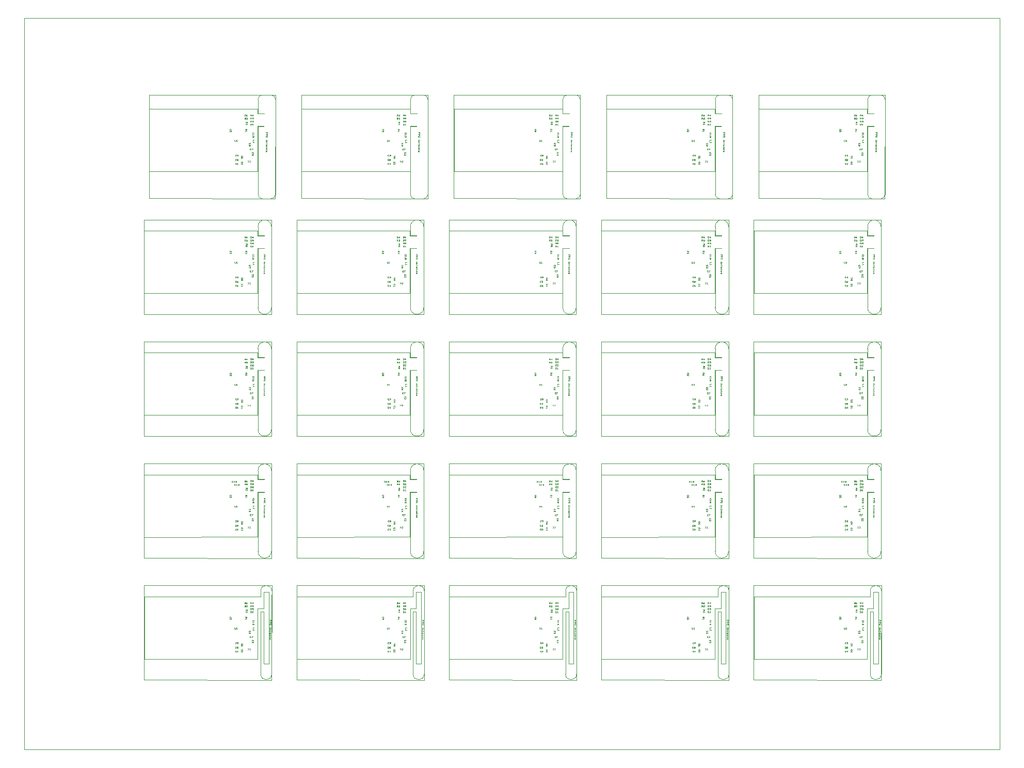
<source format=gbr>
G04 EasyPC Gerber Version 20.0.2 Build 4112 *
G04 #@! TF.Part,Single*
%FSLAX35Y35*%
%MOIN*%
%ADD11C,0.00004*%
%ADD10C,0.00039*%
%ADD14C,0.00079*%
%ADD12C,0.00157*%
X0Y0D02*
D02*
D10*
X159472Y123622D02*
X159562Y184843D01*
X77365*
Y123819*
X159472Y123622*
Y202362D02*
X159562Y263583D01*
X77365*
Y202559*
X159472Y202362*
Y281102D02*
X159562Y342323D01*
X77365*
Y281299*
X159472Y281102*
X159684Y44882D02*
X159775Y106102D01*
X77365*
Y45079*
X159684Y44882*
X162027Y355850D02*
X162117Y422772D01*
X80515*
Y356047*
X162027Y355850*
X257897Y123622D02*
X257987Y184843D01*
X175791*
Y123819*
X257897Y123622*
Y202362D02*
X257987Y263583D01*
X175791*
Y202559*
X257897Y202362*
Y281102D02*
X257987Y342323D01*
X175791*
Y281299*
X257897Y281102*
X258109Y44882D02*
X258200Y106102D01*
X175791*
Y45079*
X258109Y44882*
X260452Y355850D02*
X260543Y422772D01*
X178940*
Y356047*
X260452Y355850*
X356322Y123622D02*
X356413Y184843D01*
X274216*
Y123819*
X356322Y123622*
Y202362D02*
X356413Y263583D01*
X274216*
Y202559*
X356322Y202362*
Y281102D02*
X356413Y342323D01*
X274216*
Y281299*
X356322Y281102*
X356535Y44882D02*
X356625Y106102D01*
X274216*
Y45079*
X356535Y44882*
X358877Y355850D02*
X358968Y422772D01*
X277365*
Y356047*
X358877Y355850*
X454747Y123622D02*
X454838Y184843D01*
X372641*
Y123819*
X454747Y123622*
Y202362D02*
X454838Y263583D01*
X372641*
Y202559*
X454747Y202362*
Y281102D02*
X454838Y342323D01*
X372641*
Y281299*
X454747Y281102*
X454960Y44882D02*
X455050Y106102D01*
X372641*
Y45079*
X454960Y44882*
X457302Y355850D02*
X457393Y422772D01*
X375791*
Y356047*
X457302Y355850*
X553172Y123622D02*
X553263Y184843D01*
X471066*
Y123819*
X553172Y123622*
Y202362D02*
X553263Y263583D01*
X471066*
Y202559*
X553172Y202362*
Y281102D02*
X553263Y342323D01*
X471066*
Y281299*
X553172Y281102*
X553385Y44882D02*
X553476Y106102D01*
X471066*
Y45079*
X553385Y44882*
X555728Y355850D02*
X555818Y422772D01*
X474216*
Y356047*
X555728Y355850*
D02*
D11*
X77413Y137346D02*
Y177665D01*
X147432Y177673*
X150637Y177665*
Y174520*
X154972*
Y174720*
X150838*
Y180287*
G75*
G02X159503I4333*
G01*
Y128102*
G75*
G02X150838I-4333*
G01*
Y166299*
X154972*
Y166500*
X150637*
Y137362*
X77413Y137346*
Y216087D02*
Y256406D01*
X147432Y256413*
X150637Y256406*
Y253260*
X154972*
Y253461*
X150838*
Y259028*
G75*
G02X159503I4333*
G01*
Y206843*
G75*
G02X150838I-4333*
G01*
Y245039*
X154972*
Y245240*
X150637*
Y216102*
X77413Y216087*
Y294827D02*
Y335146D01*
X147432Y335154*
X150637Y335146*
Y332000*
X154972*
Y332201*
X150838*
Y337768*
G75*
G02X159503I4333*
G01*
Y285583*
G75*
G02X150838I-4333*
G01*
Y323780*
X154972*
Y323980*
X150637*
Y294843*
X77413Y294827*
X77436Y58622D02*
X150669D01*
Y91335*
X154613*
Y101925*
X157755*
Y55622*
X154613*
Y89331*
X152641*
Y48764*
G75*
G03X159724I3541*
G01*
Y97815*
X159771Y102543*
G75*
G03X152641I-3565*
G01*
Y98961*
X77417*
X77436Y98941*
Y58622*
X80602Y373583D02*
Y413898D01*
X150684Y413925*
Y410772*
X155019*
Y410972*
X150881*
Y419996*
G75*
G02X153669Y422783I2787*
G01*
X159363*
G75*
G02X162106Y420041J-2743*
G01*
Y358581*
G75*
G02X159374Y355850I-2731*
G01*
X153654*
G75*
G02X150881Y358623J2773*
G01*
Y402551*
X154731*
Y402752*
X150684*
Y373614*
X80602Y373583*
X175838Y137346D02*
Y177665D01*
X245857Y177673*
X249062Y177665*
Y174520*
X253397*
Y174720*
X249263*
Y180287*
G75*
G02X257928I4333*
G01*
Y128102*
G75*
G02X249263I-4333*
G01*
Y166299*
X253397*
Y166500*
X249062*
Y137362*
X175838Y137346*
Y216087D02*
Y256406D01*
X245857Y256413*
X249062Y256406*
Y253260*
X253397*
Y253461*
X249263*
Y259028*
G75*
G02X257928I4333*
G01*
Y206843*
G75*
G02X249263I-4333*
G01*
Y245039*
X253397*
Y245240*
X249062*
Y216102*
X175838Y216087*
Y294827D02*
Y335146D01*
X245857Y335154*
X249062Y335146*
Y332000*
X253397*
Y332201*
X249263*
Y337768*
G75*
G02X257928I4333*
G01*
Y285583*
G75*
G02X249263I-4333*
G01*
Y323780*
X253397*
Y323980*
X249062*
Y294843*
X175838Y294827*
X175861Y58622D02*
X249094D01*
Y91335*
X253039*
Y101925*
X256180*
Y55622*
X253039*
Y89331*
X251066*
Y48764*
G75*
G03X258149I3541*
G01*
Y97815*
X258196Y102543*
G75*
G03X251066I-3565*
G01*
Y98961*
X175842*
X175861Y98941*
Y58622*
X179027Y373583D02*
Y413898D01*
X249109Y413925*
Y410772*
X253444*
Y410972*
X249306*
Y419996*
G75*
G02X252094Y422783I2787*
G01*
X257788*
G75*
G02X260531Y420041J-2743*
G01*
Y358581*
G75*
G02X257800Y355850I-2731*
G01*
X252079*
G75*
G02X249306Y358623J2773*
G01*
Y402551*
X253157*
Y402752*
X249109*
Y373614*
X179027Y373583*
X274263Y137346D02*
Y177665D01*
X344283Y177673*
X347487Y177665*
Y174520*
X351822*
Y174720*
X347688*
Y180287*
G75*
G02X356354I4333*
G01*
Y128102*
G75*
G02X347688I-4333*
G01*
Y166299*
X351822*
Y166500*
X347487*
Y137362*
X274263Y137346*
Y216087D02*
Y256406D01*
X344283Y256413*
X347487Y256406*
Y253260*
X351822*
Y253461*
X347688*
Y259028*
G75*
G02X356354I4333*
G01*
Y206843*
G75*
G02X347688I-4333*
G01*
Y245039*
X351822*
Y245240*
X347487*
Y216102*
X274263Y216087*
Y294827D02*
Y335146D01*
X344283Y335154*
X347487Y335146*
Y332000*
X351822*
Y332201*
X347688*
Y337768*
G75*
G02X356354I4333*
G01*
Y285583*
G75*
G02X347688I-4333*
G01*
Y323780*
X351822*
Y323980*
X347487*
Y294843*
X274263Y294827*
X274287Y58622D02*
X347519D01*
Y91335*
X351464*
Y101925*
X354606*
Y55622*
X351464*
Y89331*
X349491*
Y48764*
G75*
G03X356574I3541*
G01*
Y97815*
X356621Y102543*
G75*
G03X349491I-3565*
G01*
Y98961*
X274267*
X274287Y98941*
Y58622*
X277452Y373583D02*
Y413898D01*
X347535Y413925*
Y410772*
X351869*
Y410972*
X347731*
Y419996*
G75*
G02X350519Y422783I2787*
G01*
X356213*
G75*
G02X358956Y420041J-2743*
G01*
Y358581*
G75*
G02X356225Y355850I-2731*
G01*
X350504*
G75*
G02X347731Y358623J2773*
G01*
Y402551*
X351582*
Y402752*
X347535*
Y373614*
X277452Y373583*
X372688Y137346D02*
Y177665D01*
X442708Y177673*
X445913Y177665*
Y174520*
X450247*
Y174720*
X446113*
Y180287*
G75*
G02X454779I4333*
G01*
Y128102*
G75*
G02X446113I-4333*
G01*
Y166299*
X450247*
Y166500*
X445913*
Y137362*
X372688Y137346*
Y216087D02*
Y256406D01*
X442708Y256413*
X445913Y256406*
Y253260*
X450247*
Y253461*
X446113*
Y259028*
G75*
G02X454779I4333*
G01*
Y206843*
G75*
G02X446113I-4333*
G01*
Y245039*
X450247*
Y245240*
X445913*
Y216102*
X372688Y216087*
Y294827D02*
Y335146D01*
X442708Y335154*
X445913Y335146*
Y332000*
X450247*
Y332201*
X446113*
Y337768*
G75*
G02X454779I4333*
G01*
Y285583*
G75*
G02X446113I-4333*
G01*
Y323780*
X450247*
Y323980*
X445913*
Y294843*
X372688Y294827*
X372712Y58622D02*
X445944D01*
Y91335*
X449889*
Y101925*
X453031*
Y55622*
X449889*
Y89331*
X447917*
Y48764*
G75*
G03X454999I3541*
G01*
Y97815*
X455046Y102543*
G75*
G03X447917I-3565*
G01*
Y98961*
X372692*
X372712Y98941*
Y58622*
X375877Y373583D02*
Y413898D01*
X445960Y413925*
Y410772*
X450294*
Y410972*
X446157*
Y419996*
G75*
G02X448944Y422783I2787*
G01*
X454638*
G75*
G02X457381Y420041J-2743*
G01*
Y358581*
G75*
G02X454650Y355850I-2731*
G01*
X448930*
G75*
G02X446157Y358623J2773*
G01*
Y402551*
X450007*
Y402752*
X445960*
Y373614*
X375877Y373583*
X471113Y137346D02*
Y177665D01*
X541133Y177673*
X544338Y177665*
Y174520*
X548672*
Y174720*
X544539*
Y180287*
G75*
G02X553204I4333*
G01*
Y128102*
G75*
G02X544539I-4333*
G01*
Y166299*
X548672*
Y166500*
X544338*
Y137362*
X471113Y137346*
Y216087D02*
Y256406D01*
X541133Y256413*
X544338Y256406*
Y253260*
X548672*
Y253461*
X544539*
Y259028*
G75*
G02X553204I4333*
G01*
Y206843*
G75*
G02X544539I-4333*
G01*
Y245039*
X548672*
Y245240*
X544338*
Y216102*
X471113Y216087*
Y294827D02*
Y335146D01*
X541133Y335154*
X544338Y335146*
Y332000*
X548672*
Y332201*
X544539*
Y337768*
G75*
G02X553204I4333*
G01*
Y285583*
G75*
G02X544539I-4333*
G01*
Y323780*
X548672*
Y323980*
X544338*
Y294843*
X471113Y294827*
X471137Y58622D02*
X544369D01*
Y91335*
X548314*
Y101925*
X551456*
Y55622*
X548314*
Y89331*
X546342*
Y48764*
G75*
G03X553424I3541*
G01*
Y97815*
X553472Y102543*
G75*
G03X546342I-3565*
G01*
Y98961*
X471117*
X471137Y98941*
Y58622*
X474302Y373583D02*
Y413898D01*
X544385Y413925*
Y410772*
X548720*
Y410972*
X544582*
Y419996*
G75*
G02X547369Y422783I2787*
G01*
X553063*
G75*
G02X555806Y420041J-2743*
G01*
Y358581*
G75*
G02X553075Y355850I-2731*
G01*
X547355*
G75*
G02X544582Y358623J2773*
G01*
Y402551*
X548432*
Y402752*
X544385*
Y373614*
X474302Y373583*
D02*
D12*
X132735Y85171D02*
X132661Y85245D01*
X132587Y85393*
Y85614*
X132661Y85762*
X132735Y85835*
X132882Y85909*
X133178*
X133325Y85835*
X133399Y85762*
X133473Y85614*
Y85393*
X133399Y85245*
X133325Y85171*
X132661Y84728D02*
X132587Y84581D01*
Y84359*
X132661Y84211*
X132808Y84138*
X132882*
X133030Y84211*
X133104Y84359*
Y84728*
X133473*
Y84138*
X132735Y163911D02*
X132661Y163985D01*
X132587Y164133*
Y164354*
X132661Y164502*
X132735Y164576*
X132882Y164650*
X133178*
X133325Y164576*
X133399Y164502*
X133473Y164354*
Y164133*
X133399Y163985*
X133325Y163911*
X132661Y163469D02*
X132587Y163321D01*
Y163099*
X132661Y162952*
X132808Y162878*
X132882*
X133030Y162952*
X133104Y163099*
Y163469*
X133473*
Y162878*
X132735Y242652D02*
X132661Y242725D01*
X132587Y242873*
Y243094*
X132661Y243242*
X132735Y243316*
X132882Y243390*
X133178*
X133325Y243316*
X133399Y243242*
X133473Y243094*
Y242873*
X133399Y242725*
X133325Y242652*
X132661Y242209D02*
X132587Y242061D01*
Y241839*
X132661Y241692*
X132808Y241618*
X132882*
X133030Y241692*
X133104Y241839*
Y242209*
X133473*
Y241618*
X132735Y321392D02*
X132661Y321465D01*
X132587Y321613*
Y321835*
X132661Y321982*
X132735Y322056*
X132882Y322130*
X133178*
X133325Y322056*
X133399Y321982*
X133473Y321835*
Y321613*
X133399Y321465*
X133325Y321392*
X132661Y320949D02*
X132587Y320801D01*
Y320580*
X132661Y320432*
X132808Y320358*
X132882*
X133030Y320432*
X133104Y320580*
Y320949*
X133473*
Y320358*
X132735Y400132D02*
X132661Y400206D01*
X132587Y400353*
Y400575*
X132661Y400722*
X132735Y400796*
X132882Y400870*
X133178*
X133325Y400796*
X133399Y400722*
X133473Y400575*
Y400353*
X133399Y400206*
X133325Y400132*
X132661Y399689D02*
X132587Y399541D01*
Y399320*
X132661Y399172*
X132808Y399098*
X132882*
X133030Y399172*
X133104Y399320*
Y399689*
X133473*
Y399098*
X134682Y172940D02*
X134609Y172866D01*
X134461Y172793*
X134239*
X134092Y172866*
X134018Y172940*
X133944Y173088*
Y173383*
X134018Y173531*
X134092Y173604*
X134239Y173678*
X134461*
X134609Y173604*
X134682Y173531*
X135273Y172793D02*
X135568D01*
X135420D02*
Y173678D01*
X135273Y173531*
X136897Y172793D02*
X136306D01*
X136823Y173309*
X136897Y173457*
X136823Y173604*
X136676Y173678*
X136454*
X136306Y173604*
X136340Y170897D02*
X136266Y170823D01*
X136119Y170749*
X135897*
X135749Y170823*
X135676Y170897*
X135602Y171044*
Y171340*
X135676Y171487*
X135749Y171561*
X135897Y171635*
X136119*
X136266Y171561*
X136340Y171487*
X136930Y170749D02*
X137226D01*
X137078D02*
Y171635D01*
X136930Y171487*
X138038Y170823D02*
X138185Y170749D01*
X138333*
X138481Y170823*
X138554Y170970*
X138481Y171118*
X138333Y171192*
X138185*
X138333D02*
X138481Y171266D01*
X138554Y171413*
X138481Y171561*
X138333Y171635*
X138185*
X138038Y171561*
X135692Y78852D02*
Y78187D01*
X135766Y78039*
X135914Y77966*
X136209*
X136357Y78039*
X136430Y78187*
Y78852*
X137021Y77966D02*
X137316D01*
X137169D02*
Y78852D01*
X137021Y78704*
X135692Y157592D02*
Y156927D01*
X135766Y156780*
X135914Y156706*
X136209*
X136357Y156780*
X136430Y156927*
Y157592*
X137021Y156706D02*
X137316D01*
X137169D02*
Y157592D01*
X137021Y157444*
X135692Y236332D02*
Y235667D01*
X135766Y235520*
X135914Y235446*
X136209*
X136357Y235520*
X136430Y235667*
Y236332*
X137021Y235446D02*
X137316D01*
X137169D02*
Y236332D01*
X137021Y236184*
X135692Y315072D02*
Y314407D01*
X135766Y314260*
X135914Y314186*
X136209*
X136357Y314260*
X136430Y314407*
Y315072*
X137021Y314186D02*
X137316D01*
X137169D02*
Y315072D01*
X137021Y314924*
X135692Y393812D02*
Y393148D01*
X135766Y393000*
X135914Y392926*
X136209*
X136357Y393000*
X136430Y393148*
Y393812*
X137021Y392926D02*
X137316D01*
X137169D02*
Y393812D01*
X137021Y393665*
X136820Y65743D02*
X136746Y65669D01*
X136599Y65596*
X136377*
X136230Y65669*
X136156Y65743*
X136082Y65891*
Y66186*
X136156Y66334*
X136230Y66407*
X136377Y66481*
X136599*
X136746Y66407*
X136820Y66334*
X137485Y66039D02*
X137632D01*
X137780Y66112*
X137854Y66260*
X137780Y66407*
X137632Y66481*
X137485*
X137337Y66407*
X137263Y66260*
X137337Y66112*
X137485Y66039*
X137337Y65965*
X137263Y65817*
X137337Y65669*
X137485Y65596*
X137632*
X137780Y65669*
X137854Y65817*
X137780Y65965*
X137632Y66039*
X136820Y144483D02*
X136746Y144409D01*
X136599Y144336*
X136377*
X136230Y144409*
X136156Y144483*
X136082Y144631*
Y144926*
X136156Y145074*
X136230Y145148*
X136377Y145222*
X136599*
X136746Y145148*
X136820Y145074*
X137485Y144779D02*
X137632D01*
X137780Y144852*
X137854Y145000*
X137780Y145148*
X137632Y145222*
X137485*
X137337Y145148*
X137263Y145000*
X137337Y144852*
X137485Y144779*
X137337Y144705*
X137263Y144557*
X137337Y144409*
X137485Y144336*
X137632*
X137780Y144409*
X137854Y144557*
X137780Y144705*
X137632Y144779*
X136820Y223224D02*
X136746Y223150D01*
X136599Y223076*
X136377*
X136230Y223150*
X136156Y223224*
X136082Y223371*
Y223667*
X136156Y223814*
X136230Y223888*
X136377Y223962*
X136599*
X136746Y223888*
X136820Y223814*
X137485Y223519D02*
X137632D01*
X137780Y223593*
X137854Y223740*
X137780Y223888*
X137632Y223962*
X137485*
X137337Y223888*
X137263Y223740*
X137337Y223593*
X137485Y223519*
X137337Y223445*
X137263Y223297*
X137337Y223150*
X137485Y223076*
X137632*
X137780Y223150*
X137854Y223297*
X137780Y223445*
X137632Y223519*
X136820Y301964D02*
X136746Y301890D01*
X136599Y301816*
X136377*
X136230Y301890*
X136156Y301964*
X136082Y302111*
Y302407*
X136156Y302554*
X136230Y302628*
X136377Y302702*
X136599*
X136746Y302628*
X136820Y302554*
X137485Y302259D02*
X137632D01*
X137780Y302333*
X137854Y302480*
X137780Y302628*
X137632Y302702*
X137485*
X137337Y302628*
X137263Y302480*
X137337Y302333*
X137485Y302259*
X137337Y302185*
X137263Y302037*
X137337Y301890*
X137485Y301816*
X137632*
X137780Y301890*
X137854Y302037*
X137780Y302185*
X137632Y302259*
X136820Y380704D02*
X136746Y380630D01*
X136599Y380556*
X136377*
X136230Y380630*
X136156Y380704*
X136082Y380852*
Y381147*
X136156Y381294*
X136230Y381368*
X136377Y381442*
X136599*
X136746Y381368*
X136820Y381294*
X137485Y380999D02*
X137632D01*
X137780Y381073*
X137854Y381220*
X137780Y381368*
X137632Y381442*
X137485*
X137337Y381368*
X137263Y381220*
X137337Y381073*
X137485Y380999*
X137337Y380925*
X137263Y380778*
X137337Y380630*
X137485Y380556*
X137632*
X137780Y380630*
X137854Y380778*
X137780Y380925*
X137632Y380999*
X136911Y63220D02*
X136837Y63146D01*
X136689Y63072*
X136468*
X136320Y63146*
X136246Y63220*
X136172Y63367*
Y63663*
X136246Y63810*
X136320Y63884*
X136468Y63958*
X136689*
X136837Y63884*
X136911Y63810*
X137723Y63072D02*
Y63958D01*
X137354Y63367*
X137944*
X136911Y141960D02*
X136837Y141886D01*
X136689Y141812*
X136468*
X136320Y141886*
X136246Y141960*
X136172Y142107*
Y142403*
X136246Y142550*
X136320Y142624*
X136468Y142698*
X136689*
X136837Y142624*
X136911Y142550*
X137723Y141812D02*
Y142698D01*
X137354Y142107*
X137944*
X136911Y220700D02*
X136837Y220626D01*
X136689Y220552*
X136468*
X136320Y220626*
X136246Y220700*
X136172Y220848*
Y221143*
X136246Y221291*
X136320Y221364*
X136468Y221438*
X136689*
X136837Y221364*
X136911Y221291*
X137723Y220552D02*
Y221438D01*
X137354Y220848*
X137944*
X136911Y299440D02*
X136837Y299366D01*
X136689Y299293*
X136468*
X136320Y299366*
X136246Y299440*
X136172Y299588*
Y299883*
X136246Y300031*
X136320Y300104*
X136468Y300178*
X136689*
X136837Y300104*
X136911Y300031*
X137723Y299293D02*
Y300178D01*
X137354Y299588*
X137944*
X136911Y378180D02*
X136837Y378106D01*
X136689Y378033*
X136468*
X136320Y378106*
X136246Y378180*
X136172Y378328*
Y378623*
X136246Y378771*
X136320Y378844*
X136468Y378919*
X136689*
X136837Y378844*
X136911Y378771*
X137723Y378033D02*
Y378919D01*
X137354Y378328*
X137944*
X136970Y68613D02*
X136896Y68539D01*
X136748Y68466*
X136527*
X136379Y68539*
X136306Y68613*
X136231Y68761*
Y69056*
X136306Y69204*
X136379Y69278*
X136527Y69352*
X136748*
X136896Y69278*
X136970Y69204*
X137634Y68466D02*
X137782Y68539D01*
X137930Y68687*
X138003Y68909*
Y69130*
X137930Y69278*
X137782Y69352*
X137634*
X137487Y69278*
X137413Y69130*
X137487Y68982*
X137634Y68909*
X137782*
X137930Y68982*
X138003Y69130*
X136970Y147354D02*
X136896Y147280D01*
X136748Y147206*
X136527*
X136379Y147280*
X136306Y147354*
X136231Y147501*
Y147796*
X136306Y147944*
X136379Y148018*
X136527Y148092*
X136748*
X136896Y148018*
X136970Y147944*
X137634Y147206D02*
X137782Y147280D01*
X137930Y147427*
X138003Y147649*
Y147870*
X137930Y148018*
X137782Y148092*
X137634*
X137487Y148018*
X137413Y147870*
X137487Y147722*
X137634Y147649*
X137782*
X137930Y147722*
X138003Y147870*
X136970Y226094D02*
X136896Y226020D01*
X136748Y225946*
X136527*
X136379Y226020*
X136306Y226094*
X136231Y226241*
Y226537*
X136306Y226684*
X136379Y226758*
X136527Y226832*
X136748*
X136896Y226758*
X136970Y226684*
X137634Y225946D02*
X137782Y226020D01*
X137930Y226167*
X138003Y226389*
Y226610*
X137930Y226758*
X137782Y226832*
X137634*
X137487Y226758*
X137413Y226610*
X137487Y226463*
X137634Y226389*
X137782*
X137930Y226463*
X138003Y226610*
X136970Y304834D02*
X136896Y304760D01*
X136748Y304686*
X136527*
X136379Y304760*
X136306Y304834*
X136231Y304981*
Y305277*
X136306Y305424*
X136379Y305498*
X136527Y305572*
X136748*
X136896Y305498*
X136970Y305424*
X137634Y304686D02*
X137782Y304760D01*
X137930Y304907*
X138003Y305129*
Y305350*
X137930Y305498*
X137782Y305572*
X137634*
X137487Y305498*
X137413Y305350*
X137487Y305203*
X137634Y305129*
X137782*
X137930Y305203*
X138003Y305350*
X136970Y383574D02*
X136896Y383500D01*
X136748Y383426*
X136527*
X136379Y383500*
X136306Y383574*
X136231Y383722*
Y384017*
X136306Y384165*
X136379Y384238*
X136527Y384312*
X136748*
X136896Y384238*
X136970Y384165*
X137634Y383426D02*
X137782Y383500D01*
X137930Y383648*
X138003Y383869*
Y384091*
X137930Y384238*
X137782Y384312*
X137634*
X137487Y384238*
X137413Y384091*
X137487Y383943*
X137634Y383869*
X137782*
X137930Y383943*
X138003Y384091*
X140077Y63994D02*
X140003Y64068D01*
X139930Y64215*
Y64437*
X140003Y64585*
X140077Y64658*
X140225Y64732*
X140520*
X140668Y64658*
X140741Y64585*
X140815Y64437*
Y64215*
X140741Y64068*
X140668Y63994*
X139930Y63404D02*
Y63108D01*
Y63256D02*
X140815D01*
X140668Y63404*
X140077Y142734D02*
X140003Y142808D01*
X139930Y142956*
Y143177*
X140003Y143325*
X140077Y143398*
X140225Y143472*
X140520*
X140668Y143398*
X140741Y143325*
X140815Y143177*
Y142956*
X140741Y142808*
X140668Y142734*
X139930Y142144D02*
Y141848D01*
Y141996D02*
X140815D01*
X140668Y142144*
X140077Y221474D02*
X140003Y221548D01*
X139930Y221696*
Y221917*
X140003Y222065*
X140077Y222139*
X140225Y222213*
X140520*
X140668Y222139*
X140741Y222065*
X140815Y221917*
Y221696*
X140741Y221548*
X140668Y221474*
X139930Y220884D02*
Y220589D01*
Y220736D02*
X140815D01*
X140668Y220884*
X140077Y300215D02*
X140003Y300288D01*
X139930Y300436*
Y300657*
X140003Y300805*
X140077Y300879*
X140225Y300953*
X140520*
X140668Y300879*
X140741Y300805*
X140815Y300657*
Y300436*
X140741Y300288*
X140668Y300215*
X139930Y299624D02*
Y299329D01*
Y299476D02*
X140815D01*
X140668Y299624*
X140077Y378955D02*
X140003Y379028D01*
X139930Y379176*
Y379398*
X140003Y379545*
X140077Y379619*
X140225Y379693*
X140520*
X140668Y379619*
X140741Y379545*
X140815Y379398*
Y379176*
X140741Y379028*
X140668Y378955*
X139930Y378364D02*
Y378069D01*
Y378217D02*
X140815D01*
X140668Y378364*
X140148Y67919D02*
X140074Y67993D01*
X140000Y68141*
Y68362*
X140074Y68510*
X140148Y68583*
X140296Y68657*
X140591*
X140739Y68583*
X140812Y68510*
X140886Y68362*
Y68141*
X140812Y67993*
X140739Y67919*
X140222Y67476D02*
X140369Y67402D01*
X140443Y67255*
Y67107*
X140369Y66959*
X140222Y66886*
X140074Y66959*
X140000Y67107*
Y67255*
X140074Y67402*
X140222Y67476*
X140443*
X140665Y67402*
X140812Y67255*
X140886Y67107*
X140148Y146659D02*
X140074Y146733D01*
X140000Y146881*
Y147102*
X140074Y147250*
X140148Y147324*
X140296Y147398*
X140591*
X140739Y147324*
X140812Y147250*
X140886Y147102*
Y146881*
X140812Y146733*
X140739Y146659*
X140222Y146217D02*
X140369Y146143D01*
X140443Y145995*
Y145847*
X140369Y145700*
X140222Y145626*
X140074Y145700*
X140000Y145847*
Y145995*
X140074Y146143*
X140222Y146217*
X140443*
X140665Y146143*
X140812Y145995*
X140886Y145847*
X140148Y225400D02*
X140074Y225473D01*
X140000Y225621*
Y225843*
X140074Y225990*
X140148Y226064*
X140296Y226138*
X140591*
X140739Y226064*
X140812Y225990*
X140886Y225843*
Y225621*
X140812Y225473*
X140739Y225400*
X140222Y224957D02*
X140369Y224883D01*
X140443Y224735*
Y224587*
X140369Y224440*
X140222Y224366*
X140074Y224440*
X140000Y224587*
Y224735*
X140074Y224883*
X140222Y224957*
X140443*
X140665Y224883*
X140812Y224735*
X140886Y224587*
X140148Y304140D02*
X140074Y304213D01*
X140000Y304361*
Y304583*
X140074Y304730*
X140148Y304804*
X140296Y304878*
X140591*
X140739Y304804*
X140812Y304730*
X140886Y304583*
Y304361*
X140812Y304213*
X140739Y304140*
X140222Y303697D02*
X140369Y303623D01*
X140443Y303475*
Y303328*
X140369Y303180*
X140222Y303106*
X140074Y303180*
X140000Y303328*
Y303475*
X140074Y303623*
X140222Y303697*
X140443*
X140665Y303623*
X140812Y303475*
X140886Y303328*
X140148Y382880D02*
X140074Y382954D01*
X140000Y383101*
Y383323*
X140074Y383470*
X140148Y383544*
X140296Y383618*
X140591*
X140739Y383544*
X140812Y383470*
X140886Y383323*
Y383101*
X140812Y382954*
X140739Y382880*
X140222Y382437D02*
X140369Y382363D01*
X140443Y382215*
Y382068*
X140369Y381920*
X140222Y381846*
X140074Y381920*
X140000Y382068*
Y382215*
X140074Y382363*
X140222Y382437*
X140443*
X140665Y382363*
X140812Y382215*
X140886Y382068*
X142113Y92304D02*
Y93190D01*
X142630*
X142778Y93116*
X142852Y92969*
X142778Y92821*
X142630Y92747*
X142113*
X142630D02*
X142852Y92304D01*
X143369Y92378D02*
X143516Y92304D01*
X143664*
X143811Y92378*
X143885Y92526*
X143811Y92673*
X143664Y92747*
X143516*
X143664D02*
X143811Y92821D01*
X143885Y92969*
X143811Y93116*
X143664Y93190*
X143516*
X143369Y93116*
X142113Y94273D02*
Y95159D01*
X142630*
X142778Y95085*
X142852Y94937*
X142778Y94789*
X142630Y94716*
X142113*
X142630D02*
X142852Y94273D01*
X143664D02*
Y95159D01*
X143294Y94568*
X143885*
X142113Y171044D02*
Y171930D01*
X142630*
X142778Y171856*
X142852Y171709*
X142778Y171561*
X142630Y171487*
X142113*
X142630D02*
X142852Y171044D01*
X143369Y171118D02*
X143516Y171044D01*
X143664*
X143811Y171118*
X143885Y171266*
X143811Y171413*
X143664Y171487*
X143516*
X143664D02*
X143811Y171561D01*
X143885Y171709*
X143811Y171856*
X143664Y171930*
X143516*
X143369Y171856*
X142113Y173013D02*
Y173899D01*
X142630*
X142778Y173825*
X142852Y173677*
X142778Y173530*
X142630Y173456*
X142113*
X142630D02*
X142852Y173013D01*
X143664D02*
Y173899D01*
X143294Y173308*
X143885*
X142113Y249785D02*
Y250670D01*
X142630*
X142778Y250596*
X142852Y250449*
X142778Y250301*
X142630Y250228*
X142113*
X142630D02*
X142852Y249785D01*
X143369Y249858D02*
X143516Y249785D01*
X143664*
X143811Y249858*
X143885Y250006*
X143811Y250154*
X143664Y250228*
X143516*
X143664D02*
X143811Y250301D01*
X143885Y250449*
X143811Y250596*
X143664Y250670*
X143516*
X143369Y250596*
X142113Y251753D02*
Y252639D01*
X142630*
X142778Y252565*
X142852Y252417*
X142778Y252270*
X142630Y252196*
X142113*
X142630D02*
X142852Y251753D01*
X143664D02*
Y252639D01*
X143294Y252048*
X143885*
X142113Y328525D02*
Y329411D01*
X142630*
X142778Y329337*
X142852Y329189*
X142778Y329041*
X142630Y328968*
X142113*
X142630D02*
X142852Y328525D01*
X143369Y328598D02*
X143516Y328525D01*
X143664*
X143811Y328598*
X143885Y328746*
X143811Y328894*
X143664Y328968*
X143516*
X143664D02*
X143811Y329041D01*
X143885Y329189*
X143811Y329337*
X143664Y329411*
X143516*
X143369Y329337*
X142113Y330493D02*
Y331379D01*
X142630*
X142778Y331305*
X142852Y331157*
X142778Y331010*
X142630Y330936*
X142113*
X142630D02*
X142852Y330493D01*
X143664D02*
Y331379D01*
X143294Y330789*
X143885*
X142113Y407265D02*
Y408151D01*
X142630*
X142778Y408077*
X142852Y407929*
X142778Y407781*
X142630Y407708*
X142113*
X142630D02*
X142852Y407265D01*
X143369Y407339D02*
X143516Y407265D01*
X143664*
X143811Y407339*
X143885Y407486*
X143811Y407634*
X143664Y407708*
X143516*
X143664D02*
X143811Y407781D01*
X143885Y407929*
X143811Y408077*
X143664Y408151*
X143516*
X143369Y408077*
X142113Y409233D02*
Y410119D01*
X142630*
X142778Y410045*
X142852Y409898*
X142778Y409750*
X142630Y409676*
X142113*
X142630D02*
X142852Y409233D01*
X143664D02*
Y410119D01*
X143294Y409529*
X143885*
X142721Y85929D02*
X143607D01*
Y85412*
X143533Y85265*
X143385Y85191*
X143237Y85265*
X143164Y85412*
Y85929*
Y85412D02*
X142721Y85191D01*
Y84600D02*
Y84305D01*
Y84453D02*
X143607D01*
X143459Y84600*
X142721Y164669D02*
X143607D01*
Y164152*
X143533Y164005*
X143385Y163931*
X143237Y164005*
X143164Y164152*
Y164669*
Y164152D02*
X142721Y163931D01*
Y163341D02*
Y163045D01*
Y163193D02*
X143607D01*
X143459Y163341*
X142721Y243409D02*
X143607D01*
Y242893*
X143533Y242745*
X143385Y242671*
X143237Y242745*
X143164Y242893*
Y243409*
Y242893D02*
X142721Y242671D01*
Y242081D02*
Y241785D01*
Y241933D02*
X143607D01*
X143459Y242081*
X142721Y322150D02*
X143607D01*
Y321633*
X143533Y321485*
X143385Y321411*
X143237Y321485*
X143164Y321633*
Y322150*
Y321633D02*
X142721Y321411D01*
Y320821D02*
Y320526D01*
Y320673D02*
X143607D01*
X143459Y320821*
X142721Y400890D02*
X143607D01*
Y400373*
X143533Y400225*
X143385Y400152*
X143237Y400225*
X143164Y400373*
Y400890*
Y400373D02*
X142721Y400152D01*
Y399561D02*
Y399266D01*
Y399413D02*
X143607D01*
X143459Y399561*
X143079Y90516D02*
X143965D01*
Y89999*
X143891Y89851*
X143743Y89778*
X143596Y89851*
X143522Y89999*
Y90516*
Y89999D02*
X143079Y89778D01*
Y88744D02*
Y89335D01*
X143596Y88818*
X143743Y88744*
X143891Y88818*
X143965Y88965*
Y89187*
X143891Y89335*
X143079Y169256D02*
X143965D01*
Y168739*
X143891Y168591*
X143743Y168518*
X143596Y168591*
X143522Y168739*
Y169256*
Y168739D02*
X143079Y168518D01*
Y167484D02*
Y168075D01*
X143596Y167558*
X143743Y167484*
X143891Y167558*
X143965Y167706*
Y167927*
X143891Y168075*
X143079Y247996D02*
X143965D01*
Y247479*
X143891Y247331*
X143743Y247258*
X143596Y247331*
X143522Y247479*
Y247996*
Y247479D02*
X143079Y247258D01*
Y246224D02*
Y246815D01*
X143596Y246298*
X143743Y246224*
X143891Y246298*
X143965Y246446*
Y246667*
X143891Y246815*
X143079Y326736D02*
X143965D01*
Y326219*
X143891Y326072*
X143743Y325998*
X143596Y326072*
X143522Y326219*
Y326736*
Y326219D02*
X143079Y325998D01*
Y324965D02*
Y325555D01*
X143596Y325038*
X143743Y324965*
X143891Y325038*
X143965Y325186*
Y325407*
X143891Y325555*
X143079Y405476D02*
X143965D01*
Y404959*
X143891Y404812*
X143743Y404738*
X143596Y404812*
X143522Y404959*
Y405476*
Y404959D02*
X143079Y404738D01*
Y403705D02*
Y404295D01*
X143596Y403778*
X143743Y403705*
X143891Y403778*
X143965Y403926*
Y404148*
X143891Y404295*
X144255Y64596D02*
X144993Y65481D01*
X144255D02*
X144993Y64596D01*
X145584D02*
X145879D01*
X145731D02*
Y65481D01*
X145584Y65334*
X144255Y143336D02*
X144993Y144222D01*
X144255D02*
X144993Y143336D01*
X145584D02*
X145879D01*
X145731D02*
Y144222D01*
X145584Y144074*
X144255Y222076D02*
X144993Y222962D01*
X144255D02*
X144993Y222076D01*
X145584D02*
X145879D01*
X145731D02*
Y222962D01*
X145584Y222814*
X144255Y300816D02*
X144993Y301702D01*
X144255D02*
X144993Y300816D01*
X145584D02*
X145879D01*
X145731D02*
Y301702D01*
X145584Y301554*
X144255Y379556D02*
X144993Y380442D01*
X144255D02*
X144993Y379556D01*
X145584D02*
X145879D01*
X145731D02*
Y380442D01*
X145584Y380294*
X145176Y76073D02*
X145102Y76146D01*
X145028Y76294*
Y76516*
X145102Y76663*
X145176Y76737*
X145323Y76811*
X145619*
X145766Y76737*
X145840Y76663*
X145914Y76516*
Y76294*
X145840Y76146*
X145766Y76073*
X145102Y75556D02*
X145028Y75408D01*
Y75261*
X145102Y75113*
X145249Y75039*
X145397Y75113*
X145471Y75261*
Y75408*
Y75261D02*
X145544Y75113D01*
X145692Y75039*
X145840Y75113*
X145914Y75261*
Y75408*
X145840Y75556*
X145176Y154813D02*
X145102Y154887D01*
X145028Y155034*
Y155256*
X145102Y155404*
X145176Y155477*
X145323Y155551*
X145619*
X145766Y155477*
X145840Y155404*
X145914Y155256*
Y155034*
X145840Y154887*
X145766Y154813*
X145102Y154296D02*
X145028Y154148D01*
Y154001*
X145102Y153853*
X145249Y153780*
X145397Y153853*
X145471Y154001*
Y154148*
Y154001D02*
X145544Y153853D01*
X145692Y153780*
X145840Y153853*
X145914Y154001*
Y154148*
X145840Y154296*
X145176Y233553D02*
X145102Y233627D01*
X145028Y233774*
Y233996*
X145102Y234144*
X145176Y234217*
X145323Y234291*
X145619*
X145766Y234217*
X145840Y234144*
X145914Y233996*
Y233774*
X145840Y233627*
X145766Y233553*
X145102Y233036D02*
X145028Y232889D01*
Y232741*
X145102Y232593*
X145249Y232520*
X145397Y232593*
X145471Y232741*
Y232889*
Y232741D02*
X145544Y232593D01*
X145692Y232520*
X145840Y232593*
X145914Y232741*
Y232889*
X145840Y233036*
X145176Y312293D02*
X145102Y312367D01*
X145028Y312515*
Y312736*
X145102Y312884*
X145176Y312957*
X145323Y313031*
X145619*
X145766Y312957*
X145840Y312884*
X145914Y312736*
Y312515*
X145840Y312367*
X145766Y312293*
X145102Y311776D02*
X145028Y311629D01*
Y311481*
X145102Y311333*
X145249Y311260*
X145397Y311333*
X145471Y311481*
Y311629*
Y311481D02*
X145544Y311333D01*
X145692Y311260*
X145840Y311333*
X145914Y311481*
Y311629*
X145840Y311776*
X145176Y391033D02*
X145102Y391107D01*
X145028Y391255*
Y391476*
X145102Y391624*
X145176Y391698*
X145323Y391772*
X145619*
X145766Y391698*
X145840Y391624*
X145914Y391476*
Y391255*
X145840Y391107*
X145766Y391033*
X145102Y390517D02*
X145028Y390369D01*
Y390221*
X145102Y390074*
X145249Y390000*
X145397Y390074*
X145471Y390221*
Y390369*
Y390221D02*
X145544Y390074D01*
X145692Y390000*
X145840Y390074*
X145914Y390221*
Y390369*
X145840Y390517*
X146387Y72566D02*
X146313Y72492D01*
X146166Y72419*
X145944*
X145796Y72492*
X145723Y72566*
X145649Y72714*
Y73009*
X145723Y73157*
X145796Y73230*
X145944Y73304*
X146166*
X146313Y73230*
X146387Y73157*
X146830Y72419D02*
X147420Y73304D01*
X146830*
X146387Y151306D02*
X146313Y151232D01*
X146166Y151159*
X145944*
X145796Y151232*
X145723Y151306*
X145649Y151454*
Y151749*
X145723Y151897*
X145796Y151970*
X145944Y152044*
X146166*
X146313Y151970*
X146387Y151897*
X146830Y151159D02*
X147420Y152044D01*
X146830*
X146387Y230046D02*
X146313Y229972D01*
X146166Y229899*
X145944*
X145796Y229972*
X145723Y230046*
X145649Y230194*
Y230489*
X145723Y230637*
X145796Y230711*
X145944Y230785*
X146166*
X146313Y230711*
X146387Y230637*
X146830Y229899D02*
X147420Y230785D01*
X146830*
X146387Y308787D02*
X146313Y308713D01*
X146166Y308639*
X145944*
X145796Y308713*
X145723Y308787*
X145649Y308934*
Y309230*
X145723Y309377*
X145796Y309451*
X145944Y309525*
X146166*
X146313Y309451*
X146387Y309377*
X146830Y308639D02*
X147420Y309525D01*
X146830*
X146387Y387527D02*
X146313Y387453D01*
X146166Y387379*
X145944*
X145796Y387453*
X145723Y387527*
X145649Y387674*
Y387970*
X145723Y388117*
X145796Y388191*
X145944Y388265*
X146166*
X146313Y388191*
X146387Y388117*
X146830Y387379D02*
X147420Y388265D01*
X146830*
X146043Y88497D02*
Y89383D01*
X146485*
X146633Y89309*
X146707Y89235*
X146781Y89088*
Y88793*
X146707Y88645*
X146633Y88571*
X146485Y88497*
X146043*
X147371D02*
X147667D01*
X147519D02*
Y89383D01*
X147371Y89235*
X146043Y90466D02*
Y91352D01*
X146485*
X146633Y91278*
X146707Y91204*
X146781Y91056*
Y90761*
X146707Y90613*
X146633Y90539*
X146485Y90466*
X146043*
X147814D02*
X147224D01*
X147741Y90982*
X147814Y91130*
X147741Y91278*
X147593Y91352*
X147371*
X147224Y91278*
X146043Y92434D02*
Y93320D01*
X146485*
X146633Y93246*
X146707Y93172*
X146781Y93025*
Y92730*
X146707Y92582*
X146633Y92508*
X146485Y92434*
X146043*
X147298Y92508D02*
X147445Y92434D01*
X147593*
X147741Y92508*
X147814Y92656*
X147741Y92803*
X147593Y92877*
X147445*
X147593D02*
X147741Y92951D01*
X147814Y93098*
X147741Y93246*
X147593Y93320*
X147445*
X147298Y93246*
X146043Y94403D02*
Y95289D01*
X146485*
X146633Y95215*
X146707Y95141*
X146781Y94993*
Y94698*
X146707Y94550*
X146633Y94476*
X146485Y94403*
X146043*
X147593D02*
Y95289D01*
X147224Y94698*
X147814*
X146043Y167237D02*
Y168123D01*
X146485*
X146633Y168049*
X146707Y167976*
X146781Y167828*
Y167533*
X146707Y167385*
X146633Y167311*
X146485Y167237*
X146043*
X147371D02*
X147667D01*
X147519D02*
Y168123D01*
X147371Y167976*
X146043Y169206D02*
Y170092D01*
X146485*
X146633Y170018*
X146707Y169944*
X146781Y169796*
Y169501*
X146707Y169354*
X146633Y169280*
X146485Y169206*
X146043*
X147814D02*
X147224D01*
X147741Y169722*
X147814Y169870*
X147741Y170018*
X147593Y170092*
X147371*
X147224Y170018*
X146043Y171174D02*
Y172060D01*
X146485*
X146633Y171986*
X146707Y171913*
X146781Y171765*
Y171470*
X146707Y171322*
X146633Y171248*
X146485Y171174*
X146043*
X147298Y171248D02*
X147445Y171174D01*
X147593*
X147741Y171248*
X147814Y171396*
X147741Y171543*
X147593Y171617*
X147445*
X147593D02*
X147741Y171691D01*
X147814Y171839*
X147741Y171986*
X147593Y172060*
X147445*
X147298Y171986*
X146043Y173143D02*
Y174029D01*
X146485*
X146633Y173955*
X146707Y173881*
X146781Y173733*
Y173438*
X146707Y173291*
X146633Y173217*
X146485Y173143*
X146043*
X147593D02*
Y174029D01*
X147224Y173438*
X147814*
X146043Y245978D02*
Y246863D01*
X146485*
X146633Y246789*
X146707Y246716*
X146781Y246568*
Y246273*
X146707Y246125*
X146633Y246051*
X146485Y245978*
X146043*
X147371D02*
X147667D01*
X147519D02*
Y246863D01*
X147371Y246716*
X146043Y247946D02*
Y248832D01*
X146485*
X146633Y248758*
X146707Y248684*
X146781Y248537*
Y248241*
X146707Y248094*
X146633Y248020*
X146485Y247946*
X146043*
X147814D02*
X147224D01*
X147741Y248463*
X147814Y248610*
X147741Y248758*
X147593Y248832*
X147371*
X147224Y248758*
X146043Y249915D02*
Y250800D01*
X146485*
X146633Y250726*
X146707Y250653*
X146781Y250505*
Y250210*
X146707Y250062*
X146633Y249988*
X146485Y249915*
X146043*
X147298Y249988D02*
X147445Y249915D01*
X147593*
X147741Y249988*
X147814Y250136*
X147741Y250283*
X147593Y250357*
X147445*
X147593D02*
X147741Y250431D01*
X147814Y250579*
X147741Y250726*
X147593Y250800*
X147445*
X147298Y250726*
X146043Y251883D02*
Y252769D01*
X146485*
X146633Y252695*
X146707Y252621*
X146781Y252474*
Y252178*
X146707Y252031*
X146633Y251957*
X146485Y251883*
X146043*
X147593D02*
Y252769D01*
X147224Y252178*
X147814*
X146043Y324718D02*
Y325604D01*
X146485*
X146633Y325530*
X146707Y325456*
X146781Y325308*
Y325013*
X146707Y324865*
X146633Y324791*
X146485Y324718*
X146043*
X147371D02*
X147667D01*
X147519D02*
Y325604D01*
X147371Y325456*
X146043Y326686D02*
Y327572D01*
X146485*
X146633Y327498*
X146707Y327424*
X146781Y327277*
Y326981*
X146707Y326834*
X146633Y326760*
X146485Y326686*
X146043*
X147814D02*
X147224D01*
X147741Y327203*
X147814Y327350*
X147741Y327498*
X147593Y327572*
X147371*
X147224Y327498*
X146043Y328655D02*
Y329541D01*
X146485*
X146633Y329467*
X146707Y329393*
X146781Y329245*
Y328950*
X146707Y328802*
X146633Y328728*
X146485Y328655*
X146043*
X147298Y328728D02*
X147445Y328655D01*
X147593*
X147741Y328728*
X147814Y328876*
X147741Y329024*
X147593Y329098*
X147445*
X147593D02*
X147741Y329171D01*
X147814Y329319*
X147741Y329467*
X147593Y329541*
X147445*
X147298Y329467*
X146043Y330623D02*
Y331509D01*
X146485*
X146633Y331435*
X146707Y331361*
X146781Y331214*
Y330919*
X146707Y330771*
X146633Y330697*
X146485Y330623*
X146043*
X147593D02*
Y331509D01*
X147224Y330919*
X147814*
X146043Y403458D02*
Y404344D01*
X146485*
X146633Y404270*
X146707Y404196*
X146781Y404048*
Y403753*
X146707Y403606*
X146633Y403531*
X146485Y403458*
X146043*
X147371D02*
X147667D01*
X147519D02*
Y404344D01*
X147371Y404196*
X146043Y405426D02*
Y406312D01*
X146485*
X146633Y406238*
X146707Y406165*
X146781Y406017*
Y405722*
X146707Y405574*
X146633Y405500*
X146485Y405426*
X146043*
X147814D02*
X147224D01*
X147741Y405943*
X147814Y406091*
X147741Y406238*
X147593Y406312*
X147371*
X147224Y406238*
X146043Y407395D02*
Y408281D01*
X146485*
X146633Y408207*
X146707Y408133*
X146781Y407985*
Y407690*
X146707Y407543*
X146633Y407469*
X146485Y407395*
X146043*
X147298Y407469D02*
X147445Y407395D01*
X147593*
X147741Y407469*
X147814Y407616*
X147741Y407764*
X147593Y407838*
X147445*
X147593D02*
X147741Y407911D01*
X147814Y408059*
X147741Y408207*
X147593Y408281*
X147445*
X147298Y408207*
X146043Y409363D02*
Y410249D01*
X146485*
X146633Y410175*
X146707Y410102*
X146781Y409954*
Y409659*
X146707Y409511*
X146633Y409437*
X146485Y409363*
X146043*
X147593D02*
Y410249D01*
X147224Y409659*
X147814*
X147069Y70065D02*
X146995Y70139D01*
X146922Y70286*
Y70508*
X146995Y70656*
X147069Y70729*
X147217Y70803*
X147512*
X147660Y70729*
X147733Y70656*
X147807Y70508*
Y70286*
X147733Y70139*
X147660Y70065*
X146922Y69031D02*
Y69622D01*
X147438Y69105*
X147586Y69031*
X147733Y69105*
X147807Y69253*
Y69474*
X147733Y69622*
X147069Y148805D02*
X146995Y148879D01*
X146922Y149026*
Y149248*
X146995Y149396*
X147069Y149469*
X147217Y149543*
X147512*
X147660Y149469*
X147733Y149396*
X147807Y149248*
Y149026*
X147733Y148879*
X147660Y148805*
X146922Y147772D02*
Y148362D01*
X147438Y147845*
X147586Y147772*
X147733Y147845*
X147807Y147993*
Y148215*
X147733Y148362*
X147069Y227545D02*
X146995Y227619D01*
X146922Y227767*
Y227988*
X146995Y228136*
X147069Y228209*
X147217Y228283*
X147512*
X147660Y228209*
X147733Y228136*
X147807Y227988*
Y227767*
X147733Y227619*
X147660Y227545*
X146922Y226512D02*
Y227102D01*
X147438Y226585*
X147586Y226512*
X147733Y226585*
X147807Y226733*
Y226955*
X147733Y227102*
X147069Y306285D02*
X146995Y306359D01*
X146922Y306507*
Y306728*
X146995Y306876*
X147069Y306950*
X147217Y307024*
X147512*
X147660Y306950*
X147733Y306876*
X147807Y306728*
Y306507*
X147733Y306359*
X147660Y306285*
X146922Y305252D02*
Y305843D01*
X147438Y305326*
X147586Y305252*
X147733Y305326*
X147807Y305473*
Y305695*
X147733Y305843*
X147069Y385026D02*
X146995Y385099D01*
X146922Y385247*
Y385469*
X146995Y385616*
X147069Y385690*
X147217Y385764*
X147512*
X147660Y385690*
X147733Y385616*
X147807Y385469*
Y385247*
X147733Y385099*
X147660Y385026*
X146922Y383992D02*
Y384583D01*
X147438Y384066*
X147586Y383992*
X147733Y384066*
X147807Y384213*
Y384435*
X147733Y384583*
X147392Y82927D02*
X147318Y83001D01*
X147244Y83148*
Y83370*
X147318Y83518*
X147392Y83591*
X147540Y83665*
X147835*
X147983Y83591*
X148056Y83518*
X148130Y83370*
Y83148*
X148056Y83001*
X147983Y82927*
X147244Y82337D02*
Y82041D01*
Y82189D02*
X148130D01*
X147983Y82337*
X147318Y81229D02*
X147244Y81081D01*
Y80934*
X147318Y80786*
X147466Y80713*
X147909*
X148056Y80786*
X148130Y80934*
Y81081*
X148056Y81229*
X147909Y81303*
X147466*
X147318Y81229*
X148056Y80786*
X147392Y161667D02*
X147318Y161741D01*
X147244Y161889*
Y162110*
X147318Y162258*
X147392Y162331*
X147540Y162406*
X147835*
X147983Y162331*
X148056Y162258*
X148130Y162110*
Y161889*
X148056Y161741*
X147983Y161667*
X147244Y161077D02*
Y160781D01*
Y160929D02*
X148130D01*
X147983Y161077*
X147318Y159969D02*
X147244Y159822D01*
Y159674*
X147318Y159526*
X147466Y159453*
X147909*
X148056Y159526*
X148130Y159674*
Y159822*
X148056Y159969*
X147909Y160043*
X147466*
X147318Y159969*
X148056Y159526*
X147392Y240407D02*
X147318Y240481D01*
X147244Y240629*
Y240850*
X147318Y240998*
X147392Y241072*
X147540Y241146*
X147835*
X147983Y241072*
X148056Y240998*
X148130Y240850*
Y240629*
X148056Y240481*
X147983Y240407*
X147244Y239817D02*
Y239522D01*
Y239669D02*
X148130D01*
X147983Y239817*
X147318Y238709D02*
X147244Y238562D01*
Y238414*
X147318Y238267*
X147466Y238193*
X147909*
X148056Y238267*
X148130Y238414*
Y238562*
X148056Y238709*
X147909Y238783*
X147466*
X147318Y238709*
X148056Y238267*
X147392Y319148D02*
X147318Y319221D01*
X147244Y319369*
Y319591*
X147318Y319738*
X147392Y319812*
X147540Y319886*
X147835*
X147983Y319812*
X148056Y319738*
X148130Y319591*
Y319369*
X148056Y319221*
X147983Y319148*
X147244Y318557D02*
Y318262D01*
Y318409D02*
X148130D01*
X147983Y318557*
X147318Y317450D02*
X147244Y317302D01*
Y317154*
X147318Y317007*
X147466Y316933*
X147909*
X148056Y317007*
X148130Y317154*
Y317302*
X148056Y317450*
X147909Y317524*
X147466*
X147318Y317450*
X148056Y317007*
X147392Y397888D02*
X147318Y397961D01*
X147244Y398109*
Y398331*
X147318Y398478*
X147392Y398552*
X147540Y398626*
X147835*
X147983Y398552*
X148056Y398478*
X148130Y398331*
Y398109*
X148056Y397961*
X147983Y397888*
X147244Y397297D02*
Y397002D01*
Y397150D02*
X148130D01*
X147983Y397297*
X147318Y396190D02*
X147244Y396042D01*
Y395894*
X147318Y395747*
X147466Y395673*
X147909*
X148056Y395747*
X148130Y395894*
Y396042*
X148056Y396190*
X147909Y396264*
X147466*
X147318Y396190*
X148056Y395747*
X148323Y78724D02*
X147437D01*
Y77986*
Y77396D02*
Y77100D01*
Y77248D02*
X148323D01*
X148176Y77396*
X148323Y157465D02*
X147437D01*
Y156726*
Y156136D02*
Y155841D01*
Y155988D02*
X148323D01*
X148176Y156136*
X148323Y236205D02*
X147437D01*
Y235467*
Y234876D02*
Y234581D01*
Y234728D02*
X148323D01*
X148176Y234876*
X148323Y314945D02*
X147437D01*
Y314207*
Y313616D02*
Y313321D01*
Y313469D02*
X148323D01*
X148176Y313616*
X148323Y393685D02*
X147437D01*
Y392947*
Y392356D02*
Y392061D01*
Y392209D02*
X148323D01*
X148176Y392356*
X154418Y162500D02*
X155304D01*
Y161762*
X154861Y161909D02*
Y162500D01*
X154418Y161319D02*
X155304D01*
Y160802*
X155230Y160654*
X155082Y160581*
X154934Y160654*
X154861Y160802*
Y161319*
X154565Y159400D02*
X154491Y159473D01*
X154418Y159621*
Y159843*
X154491Y159990*
X154565Y160064*
X154713Y160138*
X155008*
X155156Y160064*
X155230Y159990*
X155304Y159843*
Y159621*
X155230Y159473*
X155156Y159400*
X154418Y157776D02*
X155304Y157406D01*
X154418Y157037*
X154787Y157628D02*
Y157185D01*
X154418Y156594D02*
X155008D01*
X154787D02*
X154934Y156520D01*
X155008Y156373*
Y156225*
X154934Y156078*
X154787Y156004*
X154418*
X155008Y155266D02*
Y154970D01*
X155156Y155118D02*
X154491D01*
X154418Y155044*
Y154970*
X154491Y154896*
Y153642D02*
X154418Y153715D01*
Y153863*
Y154011*
X154491Y154158*
X154639Y154232*
X154861*
X154934Y154158*
X155008Y154011*
Y153863*
X154934Y153715*
X154861Y153642*
X154787*
X154713Y153715*
X154639Y153863*
Y154011*
X154713Y154158*
X154787Y154232*
X154418Y153051D02*
X155008D01*
X154787D02*
X154934Y152977D01*
X155008Y152830*
Y152682*
X154934Y152534*
X154787Y152461*
X154418*
Y151870D02*
X155008D01*
X154787D02*
X154934Y151796D01*
X155008Y151648*
Y151501*
X154934Y151353*
X154787Y151280*
X154418*
X154934Y150689D02*
X155008Y150541D01*
Y150320*
X154934Y150172*
X154787Y150098*
X154565*
X154491Y150172*
X154418Y150320*
Y150467*
X154491Y150615*
X154565Y150689*
X154639*
X154713Y150615*
X154787Y150467*
Y150320*
X154713Y150172*
X154639Y150098*
X154565D02*
X154418D01*
Y241240D02*
X155304D01*
Y240502*
X154861Y240650D02*
Y241240D01*
X154418Y240059D02*
X155304D01*
Y239542*
X155230Y239394*
X155082Y239321*
X154934Y239394*
X154861Y239542*
Y240059*
X154565Y238140D02*
X154491Y238213D01*
X154418Y238361*
Y238583*
X154491Y238730*
X154565Y238804*
X154713Y238878*
X155008*
X155156Y238804*
X155230Y238730*
X155304Y238583*
Y238361*
X155230Y238213*
X155156Y238140*
X154418Y236516D02*
X155304Y236146D01*
X154418Y235778*
X154787Y236368D02*
Y235925D01*
X154418Y235335D02*
X155008D01*
X154787D02*
X154934Y235261D01*
X155008Y235113*
Y234965*
X154934Y234818*
X154787Y234744*
X154418*
X155008Y234006D02*
Y233711D01*
X155156Y233858D02*
X154491D01*
X154418Y233784*
Y233711*
X154491Y233637*
Y232382D02*
X154418Y232456D01*
Y232603*
Y232751*
X154491Y232898*
X154639Y232972*
X154861*
X154934Y232898*
X155008Y232751*
Y232603*
X154934Y232456*
X154861Y232382*
X154787*
X154713Y232456*
X154639Y232603*
Y232751*
X154713Y232898*
X154787Y232972*
X154418Y231791D02*
X155008D01*
X154787D02*
X154934Y231717D01*
X155008Y231570*
Y231422*
X154934Y231274*
X154787Y231201*
X154418*
Y230610D02*
X155008D01*
X154787D02*
X154934Y230536D01*
X155008Y230389*
Y230241*
X154934Y230093*
X154787Y230020*
X154418*
X154934Y229429D02*
X155008Y229281D01*
Y229060*
X154934Y228912*
X154787Y228839*
X154565*
X154491Y228912*
X154418Y229060*
Y229207*
X154491Y229355*
X154565Y229429*
X154639*
X154713Y229355*
X154787Y229207*
Y229060*
X154713Y228912*
X154639Y228839*
X154565D02*
X154418D01*
Y319980D02*
X155304D01*
Y319242*
X154861Y319390D02*
Y319980D01*
X154418Y318799D02*
X155304D01*
Y318282*
X155230Y318135*
X155082Y318061*
X154934Y318135*
X154861Y318282*
Y318799*
X154565Y316880D02*
X154491Y316954D01*
X154418Y317101*
Y317323*
X154491Y317470*
X154565Y317544*
X154713Y317618*
X155008*
X155156Y317544*
X155230Y317470*
X155304Y317323*
Y317101*
X155230Y316954*
X155156Y316880*
X154418Y315256D02*
X155304Y314887D01*
X154418Y314518*
X154787Y315108D02*
Y314665D01*
X154418Y314075D02*
X155008D01*
X154787D02*
X154934Y314001D01*
X155008Y313853*
Y313706*
X154934Y313558*
X154787Y313484*
X154418*
X155008Y312746D02*
Y312451D01*
X155156Y312598D02*
X154491D01*
X154418Y312524*
Y312451*
X154491Y312377*
Y311122D02*
X154418Y311196D01*
Y311343*
Y311491*
X154491Y311639*
X154639Y311713*
X154861*
X154934Y311639*
X155008Y311491*
Y311343*
X154934Y311196*
X154861Y311122*
X154787*
X154713Y311196*
X154639Y311343*
Y311491*
X154713Y311639*
X154787Y311713*
X154418Y310531D02*
X155008D01*
X154787D02*
X154934Y310457D01*
X155008Y310310*
Y310162*
X154934Y310015*
X154787Y309941*
X154418*
Y309350D02*
X155008D01*
X154787D02*
X154934Y309276D01*
X155008Y309129*
Y308981*
X154934Y308833*
X154787Y308760*
X154418*
X154934Y308169D02*
X155008Y308022D01*
Y307800*
X154934Y307652*
X154787Y307579*
X154565*
X154491Y307652*
X154418Y307800*
Y307948*
X154491Y308095*
X154565Y308169*
X154639*
X154713Y308095*
X154787Y307948*
Y307800*
X154713Y307652*
X154639Y307579*
X154565D02*
X154418D01*
X155953Y398720D02*
X156839D01*
Y397982*
X156396Y398130D02*
Y398720D01*
X155953Y397539D02*
X156839D01*
Y397022*
X156765Y396875*
X156617Y396801*
X156470Y396875*
X156396Y397022*
Y397539*
X156101Y395620D02*
X156027Y395694D01*
X155953Y395841*
Y396063*
X156027Y396211*
X156101Y396284*
X156248Y396358*
X156544*
X156691Y396284*
X156765Y396211*
X156839Y396063*
Y395841*
X156765Y395694*
X156691Y395620*
X155953Y393996D02*
X156839Y393627D01*
X155953Y393258*
X156322Y393848D02*
Y393406D01*
X155953Y392815D02*
X156544D01*
X156322D02*
X156470Y392741D01*
X156544Y392593*
Y392446*
X156470Y392298*
X156322Y392224*
X155953*
X156544Y391486D02*
Y391191D01*
X156691Y391339D02*
X156027D01*
X155953Y391265*
Y391191*
X156027Y391117*
Y389862D02*
X155953Y389936D01*
Y390083*
Y390231*
X156027Y390379*
X156174Y390453*
X156396*
X156470Y390379*
X156544Y390231*
Y390083*
X156470Y389936*
X156396Y389862*
X156322*
X156248Y389936*
X156174Y390083*
Y390231*
X156248Y390379*
X156322Y390453*
X155953Y389272D02*
X156544D01*
X156322D02*
X156470Y389198D01*
X156544Y389050*
Y388902*
X156470Y388755*
X156322Y388681*
X155953*
Y388091D02*
X156544D01*
X156322D02*
X156470Y388017D01*
X156544Y387869*
Y387721*
X156470Y387574*
X156322Y387500*
X155953*
X156470Y386909D02*
X156544Y386762D01*
Y386540*
X156470Y386393*
X156322Y386319*
X156101*
X156027Y386393*
X155953Y386540*
Y386688*
X156027Y386835*
X156101Y386909*
X156174*
X156248Y386835*
X156322Y386688*
Y386540*
X156248Y386393*
X156174Y386319*
X156101D02*
X155953D01*
X158323Y83760D02*
X159209D01*
Y83022*
X158766Y83169D02*
Y83760D01*
X158323Y82579D02*
X159209D01*
Y82062*
X159135Y81914*
X158987Y81841*
X158840Y81914*
X158766Y82062*
Y82579*
X158471Y80659D02*
X158397Y80733D01*
X158323Y80881*
Y81102*
X158397Y81250*
X158471Y81324*
X158619Y81398*
X158914*
X159061Y81324*
X159135Y81250*
X159209Y81102*
Y80881*
X159135Y80733*
X159061Y80659*
X158323Y79035D02*
X159209Y78666D01*
X158323Y78297*
X158692Y78888D02*
Y78445D01*
X158323Y77854D02*
X158914D01*
X158692D02*
X158840Y77780D01*
X158914Y77633*
Y77485*
X158840Y77337*
X158692Y77264*
X158323*
X158914Y76526D02*
Y76230D01*
X159061Y76378D02*
X158397D01*
X158323Y76304*
Y76230*
X158397Y76156*
Y74902D02*
X158323Y74975D01*
Y75123*
Y75270*
X158397Y75418*
X158544Y75492*
X158766*
X158840Y75418*
X158914Y75270*
Y75123*
X158840Y74975*
X158766Y74902*
X158692*
X158619Y74975*
X158544Y75123*
Y75270*
X158619Y75418*
X158692Y75492*
X158323Y74311D02*
X158914D01*
X158692D02*
X158840Y74237D01*
X158914Y74089*
Y73942*
X158840Y73794*
X158692Y73720*
X158323*
Y73130D02*
X158914D01*
X158692D02*
X158840Y73056D01*
X158914Y72908*
Y72761*
X158840Y72613*
X158692Y72539*
X158323*
X158840Y71949D02*
X158914Y71801D01*
Y71580*
X158840Y71432*
X158692Y71358*
X158471*
X158397Y71432*
X158323Y71580*
Y71727*
X158397Y71875*
X158471Y71949*
X158544*
X158619Y71875*
X158692Y71727*
Y71580*
X158619Y71432*
X158544Y71358*
X158471D02*
X158323D01*
X231160Y85171D02*
X231086Y85245D01*
X231012Y85393*
Y85614*
X231086Y85762*
X231160Y85835*
X231307Y85909*
X231603*
X231750Y85835*
X231824Y85762*
X231898Y85614*
Y85393*
X231824Y85245*
X231750Y85171*
X231086Y84728D02*
X231012Y84581D01*
Y84359*
X231086Y84211*
X231233Y84138*
X231307*
X231455Y84211*
X231529Y84359*
Y84728*
X231898*
Y84138*
X231160Y163911D02*
X231086Y163985D01*
X231012Y164133*
Y164354*
X231086Y164502*
X231160Y164576*
X231307Y164650*
X231603*
X231750Y164576*
X231824Y164502*
X231898Y164354*
Y164133*
X231824Y163985*
X231750Y163911*
X231086Y163469D02*
X231012Y163321D01*
Y163099*
X231086Y162952*
X231233Y162878*
X231307*
X231455Y162952*
X231529Y163099*
Y163469*
X231898*
Y162878*
X231160Y242652D02*
X231086Y242725D01*
X231012Y242873*
Y243094*
X231086Y243242*
X231160Y243316*
X231307Y243390*
X231603*
X231750Y243316*
X231824Y243242*
X231898Y243094*
Y242873*
X231824Y242725*
X231750Y242652*
X231086Y242209D02*
X231012Y242061D01*
Y241839*
X231086Y241692*
X231233Y241618*
X231307*
X231455Y241692*
X231529Y241839*
Y242209*
X231898*
Y241618*
X231160Y321392D02*
X231086Y321465D01*
X231012Y321613*
Y321835*
X231086Y321982*
X231160Y322056*
X231307Y322130*
X231603*
X231750Y322056*
X231824Y321982*
X231898Y321835*
Y321613*
X231824Y321465*
X231750Y321392*
X231086Y320949D02*
X231012Y320801D01*
Y320580*
X231086Y320432*
X231233Y320358*
X231307*
X231455Y320432*
X231529Y320580*
Y320949*
X231898*
Y320358*
X231160Y400132D02*
X231086Y400206D01*
X231012Y400353*
Y400575*
X231086Y400722*
X231160Y400796*
X231307Y400870*
X231603*
X231750Y400796*
X231824Y400722*
X231898Y400575*
Y400353*
X231824Y400206*
X231750Y400132*
X231086Y399689D02*
X231012Y399541D01*
Y399320*
X231086Y399172*
X231233Y399098*
X231307*
X231455Y399172*
X231529Y399320*
Y399689*
X231898*
Y399098*
X233107Y172940D02*
X233034Y172866D01*
X232886Y172793*
X232665*
X232517Y172866*
X232443Y172940*
X232369Y173088*
Y173383*
X232443Y173531*
X232517Y173604*
X232665Y173678*
X232886*
X233034Y173604*
X233107Y173531*
X233698Y172793D02*
X233993D01*
X233846D02*
Y173678D01*
X233698Y173531*
X235322Y172793D02*
X234731D01*
X235248Y173309*
X235322Y173457*
X235248Y173604*
X235101Y173678*
X234879*
X234731Y173604*
X234765Y170897D02*
X234691Y170823D01*
X234544Y170749*
X234322*
X234174Y170823*
X234101Y170897*
X234027Y171044*
Y171340*
X234101Y171487*
X234174Y171561*
X234322Y171635*
X234544*
X234691Y171561*
X234765Y171487*
X235356Y170749D02*
X235651D01*
X235503D02*
Y171635D01*
X235356Y171487*
X236463Y170823D02*
X236611Y170749D01*
X236758*
X236906Y170823*
X236980Y170970*
X236906Y171118*
X236758Y171192*
X236611*
X236758D02*
X236906Y171266D01*
X236980Y171413*
X236906Y171561*
X236758Y171635*
X236611*
X236463Y171561*
X234117Y78852D02*
Y78187D01*
X234191Y78039*
X234339Y77966*
X234634*
X234782Y78039*
X234856Y78187*
Y78852*
X235446Y77966D02*
X235741D01*
X235594D02*
Y78852D01*
X235446Y78704*
X234117Y157592D02*
Y156927D01*
X234191Y156780*
X234339Y156706*
X234634*
X234782Y156780*
X234856Y156927*
Y157592*
X235446Y156706D02*
X235741D01*
X235594D02*
Y157592D01*
X235446Y157444*
X234117Y236332D02*
Y235667D01*
X234191Y235520*
X234339Y235446*
X234634*
X234782Y235520*
X234856Y235667*
Y236332*
X235446Y235446D02*
X235741D01*
X235594D02*
Y236332D01*
X235446Y236184*
X234117Y315072D02*
Y314407D01*
X234191Y314260*
X234339Y314186*
X234634*
X234782Y314260*
X234856Y314407*
Y315072*
X235446Y314186D02*
X235741D01*
X235594D02*
Y315072D01*
X235446Y314924*
X234117Y393812D02*
Y393148D01*
X234191Y393000*
X234339Y392926*
X234634*
X234782Y393000*
X234856Y393148*
Y393812*
X235446Y392926D02*
X235741D01*
X235594D02*
Y393812D01*
X235446Y393665*
X235245Y65743D02*
X235172Y65669D01*
X235024Y65596*
X234802*
X234655Y65669*
X234581Y65743*
X234507Y65891*
Y66186*
X234581Y66334*
X234655Y66407*
X234802Y66481*
X235024*
X235172Y66407*
X235245Y66334*
X235910Y66039D02*
X236057D01*
X236205Y66112*
X236279Y66260*
X236205Y66407*
X236057Y66481*
X235910*
X235762Y66407*
X235688Y66260*
X235762Y66112*
X235910Y66039*
X235762Y65965*
X235688Y65817*
X235762Y65669*
X235910Y65596*
X236057*
X236205Y65669*
X236279Y65817*
X236205Y65965*
X236057Y66039*
X235245Y144483D02*
X235172Y144409D01*
X235024Y144336*
X234802*
X234655Y144409*
X234581Y144483*
X234507Y144631*
Y144926*
X234581Y145074*
X234655Y145148*
X234802Y145222*
X235024*
X235172Y145148*
X235245Y145074*
X235910Y144779D02*
X236057D01*
X236205Y144852*
X236279Y145000*
X236205Y145148*
X236057Y145222*
X235910*
X235762Y145148*
X235688Y145000*
X235762Y144852*
X235910Y144779*
X235762Y144705*
X235688Y144557*
X235762Y144409*
X235910Y144336*
X236057*
X236205Y144409*
X236279Y144557*
X236205Y144705*
X236057Y144779*
X235245Y223224D02*
X235172Y223150D01*
X235024Y223076*
X234802*
X234655Y223150*
X234581Y223224*
X234507Y223371*
Y223667*
X234581Y223814*
X234655Y223888*
X234802Y223962*
X235024*
X235172Y223888*
X235245Y223814*
X235910Y223519D02*
X236057D01*
X236205Y223593*
X236279Y223740*
X236205Y223888*
X236057Y223962*
X235910*
X235762Y223888*
X235688Y223740*
X235762Y223593*
X235910Y223519*
X235762Y223445*
X235688Y223297*
X235762Y223150*
X235910Y223076*
X236057*
X236205Y223150*
X236279Y223297*
X236205Y223445*
X236057Y223519*
X235245Y301964D02*
X235172Y301890D01*
X235024Y301816*
X234802*
X234655Y301890*
X234581Y301964*
X234507Y302111*
Y302407*
X234581Y302554*
X234655Y302628*
X234802Y302702*
X235024*
X235172Y302628*
X235245Y302554*
X235910Y302259D02*
X236057D01*
X236205Y302333*
X236279Y302480*
X236205Y302628*
X236057Y302702*
X235910*
X235762Y302628*
X235688Y302480*
X235762Y302333*
X235910Y302259*
X235762Y302185*
X235688Y302037*
X235762Y301890*
X235910Y301816*
X236057*
X236205Y301890*
X236279Y302037*
X236205Y302185*
X236057Y302259*
X235245Y380704D02*
X235172Y380630D01*
X235024Y380556*
X234802*
X234655Y380630*
X234581Y380704*
X234507Y380852*
Y381147*
X234581Y381294*
X234655Y381368*
X234802Y381442*
X235024*
X235172Y381368*
X235245Y381294*
X235910Y380999D02*
X236057D01*
X236205Y381073*
X236279Y381220*
X236205Y381368*
X236057Y381442*
X235910*
X235762Y381368*
X235688Y381220*
X235762Y381073*
X235910Y380999*
X235762Y380925*
X235688Y380778*
X235762Y380630*
X235910Y380556*
X236057*
X236205Y380630*
X236279Y380778*
X236205Y380925*
X236057Y380999*
X235336Y63220D02*
X235262Y63146D01*
X235115Y63072*
X234893*
X234745Y63146*
X234672Y63220*
X234598Y63367*
Y63663*
X234672Y63810*
X234745Y63884*
X234893Y63958*
X235115*
X235262Y63884*
X235336Y63810*
X236148Y63072D02*
Y63958D01*
X235779Y63367*
X236369*
X235336Y141960D02*
X235262Y141886D01*
X235115Y141812*
X234893*
X234745Y141886*
X234672Y141960*
X234598Y142107*
Y142403*
X234672Y142550*
X234745Y142624*
X234893Y142698*
X235115*
X235262Y142624*
X235336Y142550*
X236148Y141812D02*
Y142698D01*
X235779Y142107*
X236369*
X235336Y220700D02*
X235262Y220626D01*
X235115Y220552*
X234893*
X234745Y220626*
X234672Y220700*
X234598Y220848*
Y221143*
X234672Y221291*
X234745Y221364*
X234893Y221438*
X235115*
X235262Y221364*
X235336Y221291*
X236148Y220552D02*
Y221438D01*
X235779Y220848*
X236369*
X235336Y299440D02*
X235262Y299366D01*
X235115Y299293*
X234893*
X234745Y299366*
X234672Y299440*
X234598Y299588*
Y299883*
X234672Y300031*
X234745Y300104*
X234893Y300178*
X235115*
X235262Y300104*
X235336Y300031*
X236148Y299293D02*
Y300178D01*
X235779Y299588*
X236369*
X235336Y378180D02*
X235262Y378106D01*
X235115Y378033*
X234893*
X234745Y378106*
X234672Y378180*
X234598Y378328*
Y378623*
X234672Y378771*
X234745Y378844*
X234893Y378919*
X235115*
X235262Y378844*
X235336Y378771*
X236148Y378033D02*
Y378919D01*
X235779Y378328*
X236369*
X235395Y68613D02*
X235321Y68539D01*
X235174Y68466*
X234952*
X234804Y68539*
X234731Y68613*
X234657Y68761*
Y69056*
X234731Y69204*
X234804Y69278*
X234952Y69352*
X235174*
X235321Y69278*
X235395Y69204*
X236059Y68466D02*
X236207Y68539D01*
X236355Y68687*
X236428Y68909*
Y69130*
X236355Y69278*
X236207Y69352*
X236059*
X235912Y69278*
X235838Y69130*
X235912Y68982*
X236059Y68909*
X236207*
X236355Y68982*
X236428Y69130*
X235395Y147354D02*
X235321Y147280D01*
X235174Y147206*
X234952*
X234804Y147280*
X234731Y147354*
X234657Y147501*
Y147796*
X234731Y147944*
X234804Y148018*
X234952Y148092*
X235174*
X235321Y148018*
X235395Y147944*
X236059Y147206D02*
X236207Y147280D01*
X236355Y147427*
X236428Y147649*
Y147870*
X236355Y148018*
X236207Y148092*
X236059*
X235912Y148018*
X235838Y147870*
X235912Y147722*
X236059Y147649*
X236207*
X236355Y147722*
X236428Y147870*
X235395Y226094D02*
X235321Y226020D01*
X235174Y225946*
X234952*
X234804Y226020*
X234731Y226094*
X234657Y226241*
Y226537*
X234731Y226684*
X234804Y226758*
X234952Y226832*
X235174*
X235321Y226758*
X235395Y226684*
X236059Y225946D02*
X236207Y226020D01*
X236355Y226167*
X236428Y226389*
Y226610*
X236355Y226758*
X236207Y226832*
X236059*
X235912Y226758*
X235838Y226610*
X235912Y226463*
X236059Y226389*
X236207*
X236355Y226463*
X236428Y226610*
X235395Y304834D02*
X235321Y304760D01*
X235174Y304686*
X234952*
X234804Y304760*
X234731Y304834*
X234657Y304981*
Y305277*
X234731Y305424*
X234804Y305498*
X234952Y305572*
X235174*
X235321Y305498*
X235395Y305424*
X236059Y304686D02*
X236207Y304760D01*
X236355Y304907*
X236428Y305129*
Y305350*
X236355Y305498*
X236207Y305572*
X236059*
X235912Y305498*
X235838Y305350*
X235912Y305203*
X236059Y305129*
X236207*
X236355Y305203*
X236428Y305350*
X235395Y383574D02*
X235321Y383500D01*
X235174Y383426*
X234952*
X234804Y383500*
X234731Y383574*
X234657Y383722*
Y384017*
X234731Y384165*
X234804Y384238*
X234952Y384312*
X235174*
X235321Y384238*
X235395Y384165*
X236059Y383426D02*
X236207Y383500D01*
X236355Y383648*
X236428Y383869*
Y384091*
X236355Y384238*
X236207Y384312*
X236059*
X235912Y384238*
X235838Y384091*
X235912Y383943*
X236059Y383869*
X236207*
X236355Y383943*
X236428Y384091*
X238502Y63994D02*
X238428Y64068D01*
X238355Y64215*
Y64437*
X238428Y64585*
X238502Y64658*
X238650Y64732*
X238945*
X239093Y64658*
X239167Y64585*
X239241Y64437*
Y64215*
X239167Y64068*
X239093Y63994*
X238355Y63404D02*
Y63108D01*
Y63256D02*
X239241D01*
X239093Y63404*
X238502Y142734D02*
X238428Y142808D01*
X238355Y142956*
Y143177*
X238428Y143325*
X238502Y143398*
X238650Y143472*
X238945*
X239093Y143398*
X239167Y143325*
X239241Y143177*
Y142956*
X239167Y142808*
X239093Y142734*
X238355Y142144D02*
Y141848D01*
Y141996D02*
X239241D01*
X239093Y142144*
X238502Y221474D02*
X238428Y221548D01*
X238355Y221696*
Y221917*
X238428Y222065*
X238502Y222139*
X238650Y222213*
X238945*
X239093Y222139*
X239167Y222065*
X239241Y221917*
Y221696*
X239167Y221548*
X239093Y221474*
X238355Y220884D02*
Y220589D01*
Y220736D02*
X239241D01*
X239093Y220884*
X238502Y300215D02*
X238428Y300288D01*
X238355Y300436*
Y300657*
X238428Y300805*
X238502Y300879*
X238650Y300953*
X238945*
X239093Y300879*
X239167Y300805*
X239241Y300657*
Y300436*
X239167Y300288*
X239093Y300215*
X238355Y299624D02*
Y299329D01*
Y299476D02*
X239241D01*
X239093Y299624*
X238502Y378955D02*
X238428Y379028D01*
X238355Y379176*
Y379398*
X238428Y379545*
X238502Y379619*
X238650Y379693*
X238945*
X239093Y379619*
X239167Y379545*
X239241Y379398*
Y379176*
X239167Y379028*
X239093Y378955*
X238355Y378364D02*
Y378069D01*
Y378217D02*
X239241D01*
X239093Y378364*
X238573Y67919D02*
X238499Y67993D01*
X238426Y68141*
Y68362*
X238499Y68510*
X238573Y68583*
X238721Y68657*
X239016*
X239164Y68583*
X239237Y68510*
X239311Y68362*
Y68141*
X239237Y67993*
X239164Y67919*
X238647Y67476D02*
X238794Y67402D01*
X238869Y67255*
Y67107*
X238794Y66959*
X238647Y66886*
X238499Y66959*
X238426Y67107*
Y67255*
X238499Y67402*
X238647Y67476*
X238869*
X239090Y67402*
X239237Y67255*
X239311Y67107*
X238573Y146659D02*
X238499Y146733D01*
X238426Y146881*
Y147102*
X238499Y147250*
X238573Y147324*
X238721Y147398*
X239016*
X239164Y147324*
X239237Y147250*
X239311Y147102*
Y146881*
X239237Y146733*
X239164Y146659*
X238647Y146217D02*
X238794Y146143D01*
X238869Y145995*
Y145847*
X238794Y145700*
X238647Y145626*
X238499Y145700*
X238426Y145847*
Y145995*
X238499Y146143*
X238647Y146217*
X238869*
X239090Y146143*
X239237Y145995*
X239311Y145847*
X238573Y225400D02*
X238499Y225473D01*
X238426Y225621*
Y225843*
X238499Y225990*
X238573Y226064*
X238721Y226138*
X239016*
X239164Y226064*
X239237Y225990*
X239311Y225843*
Y225621*
X239237Y225473*
X239164Y225400*
X238647Y224957D02*
X238794Y224883D01*
X238869Y224735*
Y224587*
X238794Y224440*
X238647Y224366*
X238499Y224440*
X238426Y224587*
Y224735*
X238499Y224883*
X238647Y224957*
X238869*
X239090Y224883*
X239237Y224735*
X239311Y224587*
X238573Y304140D02*
X238499Y304213D01*
X238426Y304361*
Y304583*
X238499Y304730*
X238573Y304804*
X238721Y304878*
X239016*
X239164Y304804*
X239237Y304730*
X239311Y304583*
Y304361*
X239237Y304213*
X239164Y304140*
X238647Y303697D02*
X238794Y303623D01*
X238869Y303475*
Y303328*
X238794Y303180*
X238647Y303106*
X238499Y303180*
X238426Y303328*
Y303475*
X238499Y303623*
X238647Y303697*
X238869*
X239090Y303623*
X239237Y303475*
X239311Y303328*
X238573Y382880D02*
X238499Y382954D01*
X238426Y383101*
Y383323*
X238499Y383470*
X238573Y383544*
X238721Y383618*
X239016*
X239164Y383544*
X239237Y383470*
X239311Y383323*
Y383101*
X239237Y382954*
X239164Y382880*
X238647Y382437D02*
X238794Y382363D01*
X238869Y382215*
Y382068*
X238794Y381920*
X238647Y381846*
X238499Y381920*
X238426Y382068*
Y382215*
X238499Y382363*
X238647Y382437*
X238869*
X239090Y382363*
X239237Y382215*
X239311Y382068*
X240539Y92304D02*
Y93190D01*
X241056*
X241203Y93116*
X241277Y92969*
X241203Y92821*
X241056Y92747*
X240539*
X241056D02*
X241277Y92304D01*
X241794Y92378D02*
X241941Y92304D01*
X242089*
X242237Y92378*
X242310Y92526*
X242237Y92673*
X242089Y92747*
X241941*
X242089D02*
X242237Y92821D01*
X242310Y92969*
X242237Y93116*
X242089Y93190*
X241941*
X241794Y93116*
X240539Y94273D02*
Y95159D01*
X241056*
X241203Y95085*
X241277Y94937*
X241203Y94789*
X241056Y94716*
X240539*
X241056D02*
X241277Y94273D01*
X242089D02*
Y95159D01*
X241720Y94568*
X242310*
X240539Y171044D02*
Y171930D01*
X241056*
X241203Y171856*
X241277Y171709*
X241203Y171561*
X241056Y171487*
X240539*
X241056D02*
X241277Y171044D01*
X241794Y171118D02*
X241941Y171044D01*
X242089*
X242237Y171118*
X242310Y171266*
X242237Y171413*
X242089Y171487*
X241941*
X242089D02*
X242237Y171561D01*
X242310Y171709*
X242237Y171856*
X242089Y171930*
X241941*
X241794Y171856*
X240539Y173013D02*
Y173899D01*
X241056*
X241203Y173825*
X241277Y173677*
X241203Y173530*
X241056Y173456*
X240539*
X241056D02*
X241277Y173013D01*
X242089D02*
Y173899D01*
X241720Y173308*
X242310*
X240539Y249785D02*
Y250670D01*
X241056*
X241203Y250596*
X241277Y250449*
X241203Y250301*
X241056Y250228*
X240539*
X241056D02*
X241277Y249785D01*
X241794Y249858D02*
X241941Y249785D01*
X242089*
X242237Y249858*
X242310Y250006*
X242237Y250154*
X242089Y250228*
X241941*
X242089D02*
X242237Y250301D01*
X242310Y250449*
X242237Y250596*
X242089Y250670*
X241941*
X241794Y250596*
X240539Y251753D02*
Y252639D01*
X241056*
X241203Y252565*
X241277Y252417*
X241203Y252270*
X241056Y252196*
X240539*
X241056D02*
X241277Y251753D01*
X242089D02*
Y252639D01*
X241720Y252048*
X242310*
X240539Y328525D02*
Y329411D01*
X241056*
X241203Y329337*
X241277Y329189*
X241203Y329041*
X241056Y328968*
X240539*
X241056D02*
X241277Y328525D01*
X241794Y328598D02*
X241941Y328525D01*
X242089*
X242237Y328598*
X242310Y328746*
X242237Y328894*
X242089Y328968*
X241941*
X242089D02*
X242237Y329041D01*
X242310Y329189*
X242237Y329337*
X242089Y329411*
X241941*
X241794Y329337*
X240539Y330493D02*
Y331379D01*
X241056*
X241203Y331305*
X241277Y331157*
X241203Y331010*
X241056Y330936*
X240539*
X241056D02*
X241277Y330493D01*
X242089D02*
Y331379D01*
X241720Y330789*
X242310*
X240539Y407265D02*
Y408151D01*
X241056*
X241203Y408077*
X241277Y407929*
X241203Y407781*
X241056Y407708*
X240539*
X241056D02*
X241277Y407265D01*
X241794Y407339D02*
X241941Y407265D01*
X242089*
X242237Y407339*
X242310Y407486*
X242237Y407634*
X242089Y407708*
X241941*
X242089D02*
X242237Y407781D01*
X242310Y407929*
X242237Y408077*
X242089Y408151*
X241941*
X241794Y408077*
X240539Y409233D02*
Y410119D01*
X241056*
X241203Y410045*
X241277Y409898*
X241203Y409750*
X241056Y409676*
X240539*
X241056D02*
X241277Y409233D01*
X242089D02*
Y410119D01*
X241720Y409529*
X242310*
X241146Y85929D02*
X242032D01*
Y85412*
X241958Y85265*
X241810Y85191*
X241663Y85265*
X241589Y85412*
Y85929*
Y85412D02*
X241146Y85191D01*
Y84600D02*
Y84305D01*
Y84453D02*
X242032D01*
X241884Y84600*
X241146Y164669D02*
X242032D01*
Y164152*
X241958Y164005*
X241810Y163931*
X241663Y164005*
X241589Y164152*
Y164669*
Y164152D02*
X241146Y163931D01*
Y163341D02*
Y163045D01*
Y163193D02*
X242032D01*
X241884Y163341*
X241146Y243409D02*
X242032D01*
Y242893*
X241958Y242745*
X241810Y242671*
X241663Y242745*
X241589Y242893*
Y243409*
Y242893D02*
X241146Y242671D01*
Y242081D02*
Y241785D01*
Y241933D02*
X242032D01*
X241884Y242081*
X241146Y322150D02*
X242032D01*
Y321633*
X241958Y321485*
X241810Y321411*
X241663Y321485*
X241589Y321633*
Y322150*
Y321633D02*
X241146Y321411D01*
Y320821D02*
Y320526D01*
Y320673D02*
X242032D01*
X241884Y320821*
X241146Y400890D02*
X242032D01*
Y400373*
X241958Y400225*
X241810Y400152*
X241663Y400225*
X241589Y400373*
Y400890*
Y400373D02*
X241146Y400152D01*
Y399561D02*
Y399266D01*
Y399413D02*
X242032D01*
X241884Y399561*
X241504Y90516D02*
X242390D01*
Y89999*
X242316Y89851*
X242169Y89778*
X242021Y89851*
X241947Y89999*
Y90516*
Y89999D02*
X241504Y89778D01*
Y88744D02*
Y89335D01*
X242021Y88818*
X242169Y88744*
X242316Y88818*
X242390Y88965*
Y89187*
X242316Y89335*
X241504Y169256D02*
X242390D01*
Y168739*
X242316Y168591*
X242169Y168518*
X242021Y168591*
X241947Y168739*
Y169256*
Y168739D02*
X241504Y168518D01*
Y167484D02*
Y168075D01*
X242021Y167558*
X242169Y167484*
X242316Y167558*
X242390Y167706*
Y167927*
X242316Y168075*
X241504Y247996D02*
X242390D01*
Y247479*
X242316Y247331*
X242169Y247258*
X242021Y247331*
X241947Y247479*
Y247996*
Y247479D02*
X241504Y247258D01*
Y246224D02*
Y246815D01*
X242021Y246298*
X242169Y246224*
X242316Y246298*
X242390Y246446*
Y246667*
X242316Y246815*
X241504Y326736D02*
X242390D01*
Y326219*
X242316Y326072*
X242169Y325998*
X242021Y326072*
X241947Y326219*
Y326736*
Y326219D02*
X241504Y325998D01*
Y324965D02*
Y325555D01*
X242021Y325038*
X242169Y324965*
X242316Y325038*
X242390Y325186*
Y325407*
X242316Y325555*
X241504Y405476D02*
X242390D01*
Y404959*
X242316Y404812*
X242169Y404738*
X242021Y404812*
X241947Y404959*
Y405476*
Y404959D02*
X241504Y404738D01*
Y403705D02*
Y404295D01*
X242021Y403778*
X242169Y403705*
X242316Y403778*
X242390Y403926*
Y404148*
X242316Y404295*
X242680Y64596D02*
X243419Y65481D01*
X242680D02*
X243419Y64596D01*
X244009D02*
X244304D01*
X244157D02*
Y65481D01*
X244009Y65334*
X242680Y143336D02*
X243419Y144222D01*
X242680D02*
X243419Y143336D01*
X244009D02*
X244304D01*
X244157D02*
Y144222D01*
X244009Y144074*
X242680Y222076D02*
X243419Y222962D01*
X242680D02*
X243419Y222076D01*
X244009D02*
X244304D01*
X244157D02*
Y222962D01*
X244009Y222814*
X242680Y300816D02*
X243419Y301702D01*
X242680D02*
X243419Y300816D01*
X244009D02*
X244304D01*
X244157D02*
Y301702D01*
X244009Y301554*
X242680Y379556D02*
X243419Y380442D01*
X242680D02*
X243419Y379556D01*
X244009D02*
X244304D01*
X244157D02*
Y380442D01*
X244009Y380294*
X243601Y76073D02*
X243527Y76146D01*
X243453Y76294*
Y76516*
X243527Y76663*
X243601Y76737*
X243748Y76811*
X244044*
X244191Y76737*
X244265Y76663*
X244339Y76516*
Y76294*
X244265Y76146*
X244191Y76073*
X243527Y75556D02*
X243453Y75408D01*
Y75261*
X243527Y75113*
X243674Y75039*
X243822Y75113*
X243896Y75261*
Y75408*
Y75261D02*
X243970Y75113D01*
X244117Y75039*
X244265Y75113*
X244339Y75261*
Y75408*
X244265Y75556*
X243601Y154813D02*
X243527Y154887D01*
X243453Y155034*
Y155256*
X243527Y155404*
X243601Y155477*
X243748Y155551*
X244044*
X244191Y155477*
X244265Y155404*
X244339Y155256*
Y155034*
X244265Y154887*
X244191Y154813*
X243527Y154296D02*
X243453Y154148D01*
Y154001*
X243527Y153853*
X243674Y153780*
X243822Y153853*
X243896Y154001*
Y154148*
Y154001D02*
X243970Y153853D01*
X244117Y153780*
X244265Y153853*
X244339Y154001*
Y154148*
X244265Y154296*
X243601Y233553D02*
X243527Y233627D01*
X243453Y233774*
Y233996*
X243527Y234144*
X243601Y234217*
X243748Y234291*
X244044*
X244191Y234217*
X244265Y234144*
X244339Y233996*
Y233774*
X244265Y233627*
X244191Y233553*
X243527Y233036D02*
X243453Y232889D01*
Y232741*
X243527Y232593*
X243674Y232520*
X243822Y232593*
X243896Y232741*
Y232889*
Y232741D02*
X243970Y232593D01*
X244117Y232520*
X244265Y232593*
X244339Y232741*
Y232889*
X244265Y233036*
X243601Y312293D02*
X243527Y312367D01*
X243453Y312515*
Y312736*
X243527Y312884*
X243601Y312957*
X243748Y313031*
X244044*
X244191Y312957*
X244265Y312884*
X244339Y312736*
Y312515*
X244265Y312367*
X244191Y312293*
X243527Y311776D02*
X243453Y311629D01*
Y311481*
X243527Y311333*
X243674Y311260*
X243822Y311333*
X243896Y311481*
Y311629*
Y311481D02*
X243970Y311333D01*
X244117Y311260*
X244265Y311333*
X244339Y311481*
Y311629*
X244265Y311776*
X243601Y391033D02*
X243527Y391107D01*
X243453Y391255*
Y391476*
X243527Y391624*
X243601Y391698*
X243748Y391772*
X244044*
X244191Y391698*
X244265Y391624*
X244339Y391476*
Y391255*
X244265Y391107*
X244191Y391033*
X243527Y390517D02*
X243453Y390369D01*
Y390221*
X243527Y390074*
X243674Y390000*
X243822Y390074*
X243896Y390221*
Y390369*
Y390221D02*
X243970Y390074D01*
X244117Y390000*
X244265Y390074*
X244339Y390221*
Y390369*
X244265Y390517*
X244812Y72566D02*
X244739Y72492D01*
X244591Y72419*
X244369*
X244222Y72492*
X244148Y72566*
X244074Y72714*
Y73009*
X244148Y73157*
X244222Y73230*
X244369Y73304*
X244591*
X244739Y73230*
X244812Y73157*
X245255Y72419D02*
X245846Y73304D01*
X245255*
X244812Y151306D02*
X244739Y151232D01*
X244591Y151159*
X244369*
X244222Y151232*
X244148Y151306*
X244074Y151454*
Y151749*
X244148Y151897*
X244222Y151970*
X244369Y152044*
X244591*
X244739Y151970*
X244812Y151897*
X245255Y151159D02*
X245846Y152044D01*
X245255*
X244812Y230046D02*
X244739Y229972D01*
X244591Y229899*
X244369*
X244222Y229972*
X244148Y230046*
X244074Y230194*
Y230489*
X244148Y230637*
X244222Y230711*
X244369Y230785*
X244591*
X244739Y230711*
X244812Y230637*
X245255Y229899D02*
X245846Y230785D01*
X245255*
X244812Y308787D02*
X244739Y308713D01*
X244591Y308639*
X244369*
X244222Y308713*
X244148Y308787*
X244074Y308934*
Y309230*
X244148Y309377*
X244222Y309451*
X244369Y309525*
X244591*
X244739Y309451*
X244812Y309377*
X245255Y308639D02*
X245846Y309525D01*
X245255*
X244812Y387527D02*
X244739Y387453D01*
X244591Y387379*
X244369*
X244222Y387453*
X244148Y387527*
X244074Y387674*
Y387970*
X244148Y388117*
X244222Y388191*
X244369Y388265*
X244591*
X244739Y388191*
X244812Y388117*
X245255Y387379D02*
X245846Y388265D01*
X245255*
X244468Y88497D02*
Y89383D01*
X244911*
X245058Y89309*
X245132Y89235*
X245206Y89088*
Y88793*
X245132Y88645*
X245058Y88571*
X244911Y88497*
X244468*
X245796D02*
X246092D01*
X245944D02*
Y89383D01*
X245796Y89235*
X244468Y90466D02*
Y91352D01*
X244911*
X245058Y91278*
X245132Y91204*
X245206Y91056*
Y90761*
X245132Y90613*
X245058Y90539*
X244911Y90466*
X244468*
X246239D02*
X245649D01*
X246166Y90982*
X246239Y91130*
X246166Y91278*
X246018Y91352*
X245796*
X245649Y91278*
X244468Y92434D02*
Y93320D01*
X244911*
X245058Y93246*
X245132Y93172*
X245206Y93025*
Y92730*
X245132Y92582*
X245058Y92508*
X244911Y92434*
X244468*
X245723Y92508D02*
X245870Y92434D01*
X246018*
X246166Y92508*
X246239Y92656*
X246166Y92803*
X246018Y92877*
X245870*
X246018D02*
X246166Y92951D01*
X246239Y93098*
X246166Y93246*
X246018Y93320*
X245870*
X245723Y93246*
X244468Y94403D02*
Y95289D01*
X244911*
X245058Y95215*
X245132Y95141*
X245206Y94993*
Y94698*
X245132Y94550*
X245058Y94476*
X244911Y94403*
X244468*
X246018D02*
Y95289D01*
X245649Y94698*
X246239*
X244468Y167237D02*
Y168123D01*
X244911*
X245058Y168049*
X245132Y167976*
X245206Y167828*
Y167533*
X245132Y167385*
X245058Y167311*
X244911Y167237*
X244468*
X245796D02*
X246092D01*
X245944D02*
Y168123D01*
X245796Y167976*
X244468Y169206D02*
Y170092D01*
X244911*
X245058Y170018*
X245132Y169944*
X245206Y169796*
Y169501*
X245132Y169354*
X245058Y169280*
X244911Y169206*
X244468*
X246239D02*
X245649D01*
X246166Y169722*
X246239Y169870*
X246166Y170018*
X246018Y170092*
X245796*
X245649Y170018*
X244468Y171174D02*
Y172060D01*
X244911*
X245058Y171986*
X245132Y171913*
X245206Y171765*
Y171470*
X245132Y171322*
X245058Y171248*
X244911Y171174*
X244468*
X245723Y171248D02*
X245870Y171174D01*
X246018*
X246166Y171248*
X246239Y171396*
X246166Y171543*
X246018Y171617*
X245870*
X246018D02*
X246166Y171691D01*
X246239Y171839*
X246166Y171986*
X246018Y172060*
X245870*
X245723Y171986*
X244468Y173143D02*
Y174029D01*
X244911*
X245058Y173955*
X245132Y173881*
X245206Y173733*
Y173438*
X245132Y173291*
X245058Y173217*
X244911Y173143*
X244468*
X246018D02*
Y174029D01*
X245649Y173438*
X246239*
X244468Y245978D02*
Y246863D01*
X244911*
X245058Y246789*
X245132Y246716*
X245206Y246568*
Y246273*
X245132Y246125*
X245058Y246051*
X244911Y245978*
X244468*
X245796D02*
X246092D01*
X245944D02*
Y246863D01*
X245796Y246716*
X244468Y247946D02*
Y248832D01*
X244911*
X245058Y248758*
X245132Y248684*
X245206Y248537*
Y248241*
X245132Y248094*
X245058Y248020*
X244911Y247946*
X244468*
X246239D02*
X245649D01*
X246166Y248463*
X246239Y248610*
X246166Y248758*
X246018Y248832*
X245796*
X245649Y248758*
X244468Y249915D02*
Y250800D01*
X244911*
X245058Y250726*
X245132Y250653*
X245206Y250505*
Y250210*
X245132Y250062*
X245058Y249988*
X244911Y249915*
X244468*
X245723Y249988D02*
X245870Y249915D01*
X246018*
X246166Y249988*
X246239Y250136*
X246166Y250283*
X246018Y250357*
X245870*
X246018D02*
X246166Y250431D01*
X246239Y250579*
X246166Y250726*
X246018Y250800*
X245870*
X245723Y250726*
X244468Y251883D02*
Y252769D01*
X244911*
X245058Y252695*
X245132Y252621*
X245206Y252474*
Y252178*
X245132Y252031*
X245058Y251957*
X244911Y251883*
X244468*
X246018D02*
Y252769D01*
X245649Y252178*
X246239*
X244468Y324718D02*
Y325604D01*
X244911*
X245058Y325530*
X245132Y325456*
X245206Y325308*
Y325013*
X245132Y324865*
X245058Y324791*
X244911Y324718*
X244468*
X245796D02*
X246092D01*
X245944D02*
Y325604D01*
X245796Y325456*
X244468Y326686D02*
Y327572D01*
X244911*
X245058Y327498*
X245132Y327424*
X245206Y327277*
Y326981*
X245132Y326834*
X245058Y326760*
X244911Y326686*
X244468*
X246239D02*
X245649D01*
X246166Y327203*
X246239Y327350*
X246166Y327498*
X246018Y327572*
X245796*
X245649Y327498*
X244468Y328655D02*
Y329541D01*
X244911*
X245058Y329467*
X245132Y329393*
X245206Y329245*
Y328950*
X245132Y328802*
X245058Y328728*
X244911Y328655*
X244468*
X245723Y328728D02*
X245870Y328655D01*
X246018*
X246166Y328728*
X246239Y328876*
X246166Y329024*
X246018Y329098*
X245870*
X246018D02*
X246166Y329171D01*
X246239Y329319*
X246166Y329467*
X246018Y329541*
X245870*
X245723Y329467*
X244468Y330623D02*
Y331509D01*
X244911*
X245058Y331435*
X245132Y331361*
X245206Y331214*
Y330919*
X245132Y330771*
X245058Y330697*
X244911Y330623*
X244468*
X246018D02*
Y331509D01*
X245649Y330919*
X246239*
X244468Y403458D02*
Y404344D01*
X244911*
X245058Y404270*
X245132Y404196*
X245206Y404048*
Y403753*
X245132Y403606*
X245058Y403531*
X244911Y403458*
X244468*
X245796D02*
X246092D01*
X245944D02*
Y404344D01*
X245796Y404196*
X244468Y405426D02*
Y406312D01*
X244911*
X245058Y406238*
X245132Y406165*
X245206Y406017*
Y405722*
X245132Y405574*
X245058Y405500*
X244911Y405426*
X244468*
X246239D02*
X245649D01*
X246166Y405943*
X246239Y406091*
X246166Y406238*
X246018Y406312*
X245796*
X245649Y406238*
X244468Y407395D02*
Y408281D01*
X244911*
X245058Y408207*
X245132Y408133*
X245206Y407985*
Y407690*
X245132Y407543*
X245058Y407469*
X244911Y407395*
X244468*
X245723Y407469D02*
X245870Y407395D01*
X246018*
X246166Y407469*
X246239Y407616*
X246166Y407764*
X246018Y407838*
X245870*
X246018D02*
X246166Y407911D01*
X246239Y408059*
X246166Y408207*
X246018Y408281*
X245870*
X245723Y408207*
X244468Y409363D02*
Y410249D01*
X244911*
X245058Y410175*
X245132Y410102*
X245206Y409954*
Y409659*
X245132Y409511*
X245058Y409437*
X244911Y409363*
X244468*
X246018D02*
Y410249D01*
X245649Y409659*
X246239*
X245494Y70065D02*
X245420Y70139D01*
X245347Y70286*
Y70508*
X245420Y70656*
X245494Y70729*
X245642Y70803*
X245937*
X246085Y70729*
X246159Y70656*
X246233Y70508*
Y70286*
X246159Y70139*
X246085Y70065*
X245347Y69031D02*
Y69622D01*
X245863Y69105*
X246011Y69031*
X246159Y69105*
X246233Y69253*
Y69474*
X246159Y69622*
X245494Y148805D02*
X245420Y148879D01*
X245347Y149026*
Y149248*
X245420Y149396*
X245494Y149469*
X245642Y149543*
X245937*
X246085Y149469*
X246159Y149396*
X246233Y149248*
Y149026*
X246159Y148879*
X246085Y148805*
X245347Y147772D02*
Y148362D01*
X245863Y147845*
X246011Y147772*
X246159Y147845*
X246233Y147993*
Y148215*
X246159Y148362*
X245494Y227545D02*
X245420Y227619D01*
X245347Y227767*
Y227988*
X245420Y228136*
X245494Y228209*
X245642Y228283*
X245937*
X246085Y228209*
X246159Y228136*
X246233Y227988*
Y227767*
X246159Y227619*
X246085Y227545*
X245347Y226512D02*
Y227102D01*
X245863Y226585*
X246011Y226512*
X246159Y226585*
X246233Y226733*
Y226955*
X246159Y227102*
X245494Y306285D02*
X245420Y306359D01*
X245347Y306507*
Y306728*
X245420Y306876*
X245494Y306950*
X245642Y307024*
X245937*
X246085Y306950*
X246159Y306876*
X246233Y306728*
Y306507*
X246159Y306359*
X246085Y306285*
X245347Y305252D02*
Y305843D01*
X245863Y305326*
X246011Y305252*
X246159Y305326*
X246233Y305473*
Y305695*
X246159Y305843*
X245494Y385026D02*
X245420Y385099D01*
X245347Y385247*
Y385469*
X245420Y385616*
X245494Y385690*
X245642Y385764*
X245937*
X246085Y385690*
X246159Y385616*
X246233Y385469*
Y385247*
X246159Y385099*
X246085Y385026*
X245347Y383992D02*
Y384583D01*
X245863Y384066*
X246011Y383992*
X246159Y384066*
X246233Y384213*
Y384435*
X246159Y384583*
X245817Y82927D02*
X245743Y83001D01*
X245670Y83148*
Y83370*
X245743Y83518*
X245817Y83591*
X245965Y83665*
X246260*
X246408Y83591*
X246481Y83518*
X246556Y83370*
Y83148*
X246481Y83001*
X246408Y82927*
X245670Y82337D02*
Y82041D01*
Y82189D02*
X246556D01*
X246408Y82337*
X245743Y81229D02*
X245670Y81081D01*
Y80934*
X245743Y80786*
X245891Y80713*
X246334*
X246481Y80786*
X246556Y80934*
Y81081*
X246481Y81229*
X246334Y81303*
X245891*
X245743Y81229*
X246481Y80786*
X245817Y161667D02*
X245743Y161741D01*
X245670Y161889*
Y162110*
X245743Y162258*
X245817Y162331*
X245965Y162406*
X246260*
X246408Y162331*
X246481Y162258*
X246556Y162110*
Y161889*
X246481Y161741*
X246408Y161667*
X245670Y161077D02*
Y160781D01*
Y160929D02*
X246556D01*
X246408Y161077*
X245743Y159969D02*
X245670Y159822D01*
Y159674*
X245743Y159526*
X245891Y159453*
X246334*
X246481Y159526*
X246556Y159674*
Y159822*
X246481Y159969*
X246334Y160043*
X245891*
X245743Y159969*
X246481Y159526*
X245817Y240407D02*
X245743Y240481D01*
X245670Y240629*
Y240850*
X245743Y240998*
X245817Y241072*
X245965Y241146*
X246260*
X246408Y241072*
X246481Y240998*
X246556Y240850*
Y240629*
X246481Y240481*
X246408Y240407*
X245670Y239817D02*
Y239522D01*
Y239669D02*
X246556D01*
X246408Y239817*
X245743Y238709D02*
X245670Y238562D01*
Y238414*
X245743Y238267*
X245891Y238193*
X246334*
X246481Y238267*
X246556Y238414*
Y238562*
X246481Y238709*
X246334Y238783*
X245891*
X245743Y238709*
X246481Y238267*
X245817Y319148D02*
X245743Y319221D01*
X245670Y319369*
Y319591*
X245743Y319738*
X245817Y319812*
X245965Y319886*
X246260*
X246408Y319812*
X246481Y319738*
X246556Y319591*
Y319369*
X246481Y319221*
X246408Y319148*
X245670Y318557D02*
Y318262D01*
Y318409D02*
X246556D01*
X246408Y318557*
X245743Y317450D02*
X245670Y317302D01*
Y317154*
X245743Y317007*
X245891Y316933*
X246334*
X246481Y317007*
X246556Y317154*
Y317302*
X246481Y317450*
X246334Y317524*
X245891*
X245743Y317450*
X246481Y317007*
X245817Y397888D02*
X245743Y397961D01*
X245670Y398109*
Y398331*
X245743Y398478*
X245817Y398552*
X245965Y398626*
X246260*
X246408Y398552*
X246481Y398478*
X246556Y398331*
Y398109*
X246481Y397961*
X246408Y397888*
X245670Y397297D02*
Y397002D01*
Y397150D02*
X246556D01*
X246408Y397297*
X245743Y396190D02*
X245670Y396042D01*
Y395894*
X245743Y395747*
X245891Y395673*
X246334*
X246481Y395747*
X246556Y395894*
Y396042*
X246481Y396190*
X246334Y396264*
X245891*
X245743Y396190*
X246481Y395747*
X246748Y78724D02*
X245863D01*
Y77986*
Y77396D02*
Y77100D01*
Y77248D02*
X246748D01*
X246601Y77396*
X246748Y157465D02*
X245863D01*
Y156726*
Y156136D02*
Y155841D01*
Y155988D02*
X246748D01*
X246601Y156136*
X246748Y236205D02*
X245863D01*
Y235467*
Y234876D02*
Y234581D01*
Y234728D02*
X246748D01*
X246601Y234876*
X246748Y314945D02*
X245863D01*
Y314207*
Y313616D02*
Y313321D01*
Y313469D02*
X246748D01*
X246601Y313616*
X246748Y393685D02*
X245863D01*
Y392947*
Y392356D02*
Y392061D01*
Y392209D02*
X246748D01*
X246601Y392356*
X252843Y162500D02*
X253729D01*
Y161762*
X253286Y161909D02*
Y162500D01*
X252843Y161319D02*
X253729D01*
Y160802*
X253655Y160654*
X253507Y160581*
X253359Y160654*
X253286Y160802*
Y161319*
X252991Y159400D02*
X252917Y159473D01*
X252843Y159621*
Y159843*
X252917Y159990*
X252991Y160064*
X253138Y160138*
X253433*
X253581Y160064*
X253655Y159990*
X253729Y159843*
Y159621*
X253655Y159473*
X253581Y159400*
X252843Y157776D02*
X253729Y157406D01*
X252843Y157037*
X253212Y157628D02*
Y157185D01*
X252843Y156594D02*
X253433D01*
X253212D02*
X253359Y156520D01*
X253433Y156373*
Y156225*
X253359Y156078*
X253212Y156004*
X252843*
X253433Y155266D02*
Y154970D01*
X253581Y155118D02*
X252917D01*
X252843Y155044*
Y154970*
X252917Y154896*
Y153642D02*
X252843Y153715D01*
Y153863*
Y154011*
X252917Y154158*
X253064Y154232*
X253286*
X253359Y154158*
X253433Y154011*
Y153863*
X253359Y153715*
X253286Y153642*
X253212*
X253138Y153715*
X253064Y153863*
Y154011*
X253138Y154158*
X253212Y154232*
X252843Y153051D02*
X253433D01*
X253212D02*
X253359Y152977D01*
X253433Y152830*
Y152682*
X253359Y152534*
X253212Y152461*
X252843*
Y151870D02*
X253433D01*
X253212D02*
X253359Y151796D01*
X253433Y151648*
Y151501*
X253359Y151353*
X253212Y151280*
X252843*
X253359Y150689D02*
X253433Y150541D01*
Y150320*
X253359Y150172*
X253212Y150098*
X252991*
X252917Y150172*
X252843Y150320*
Y150467*
X252917Y150615*
X252991Y150689*
X253064*
X253138Y150615*
X253212Y150467*
Y150320*
X253138Y150172*
X253064Y150098*
X252991D02*
X252843D01*
Y241240D02*
X253729D01*
Y240502*
X253286Y240650D02*
Y241240D01*
X252843Y240059D02*
X253729D01*
Y239542*
X253655Y239394*
X253507Y239321*
X253359Y239394*
X253286Y239542*
Y240059*
X252991Y238140D02*
X252917Y238213D01*
X252843Y238361*
Y238583*
X252917Y238730*
X252991Y238804*
X253138Y238878*
X253433*
X253581Y238804*
X253655Y238730*
X253729Y238583*
Y238361*
X253655Y238213*
X253581Y238140*
X252843Y236516D02*
X253729Y236146D01*
X252843Y235778*
X253212Y236368D02*
Y235925D01*
X252843Y235335D02*
X253433D01*
X253212D02*
X253359Y235261D01*
X253433Y235113*
Y234965*
X253359Y234818*
X253212Y234744*
X252843*
X253433Y234006D02*
Y233711D01*
X253581Y233858D02*
X252917D01*
X252843Y233784*
Y233711*
X252917Y233637*
Y232382D02*
X252843Y232456D01*
Y232603*
Y232751*
X252917Y232898*
X253064Y232972*
X253286*
X253359Y232898*
X253433Y232751*
Y232603*
X253359Y232456*
X253286Y232382*
X253212*
X253138Y232456*
X253064Y232603*
Y232751*
X253138Y232898*
X253212Y232972*
X252843Y231791D02*
X253433D01*
X253212D02*
X253359Y231717D01*
X253433Y231570*
Y231422*
X253359Y231274*
X253212Y231201*
X252843*
Y230610D02*
X253433D01*
X253212D02*
X253359Y230536D01*
X253433Y230389*
Y230241*
X253359Y230093*
X253212Y230020*
X252843*
X253359Y229429D02*
X253433Y229281D01*
Y229060*
X253359Y228912*
X253212Y228839*
X252991*
X252917Y228912*
X252843Y229060*
Y229207*
X252917Y229355*
X252991Y229429*
X253064*
X253138Y229355*
X253212Y229207*
Y229060*
X253138Y228912*
X253064Y228839*
X252991D02*
X252843D01*
Y319980D02*
X253729D01*
Y319242*
X253286Y319390D02*
Y319980D01*
X252843Y318799D02*
X253729D01*
Y318282*
X253655Y318135*
X253507Y318061*
X253359Y318135*
X253286Y318282*
Y318799*
X252991Y316880D02*
X252917Y316954D01*
X252843Y317101*
Y317323*
X252917Y317470*
X252991Y317544*
X253138Y317618*
X253433*
X253581Y317544*
X253655Y317470*
X253729Y317323*
Y317101*
X253655Y316954*
X253581Y316880*
X252843Y315256D02*
X253729Y314887D01*
X252843Y314518*
X253212Y315108D02*
Y314665D01*
X252843Y314075D02*
X253433D01*
X253212D02*
X253359Y314001D01*
X253433Y313853*
Y313706*
X253359Y313558*
X253212Y313484*
X252843*
X253433Y312746D02*
Y312451D01*
X253581Y312598D02*
X252917D01*
X252843Y312524*
Y312451*
X252917Y312377*
Y311122D02*
X252843Y311196D01*
Y311343*
Y311491*
X252917Y311639*
X253064Y311713*
X253286*
X253359Y311639*
X253433Y311491*
Y311343*
X253359Y311196*
X253286Y311122*
X253212*
X253138Y311196*
X253064Y311343*
Y311491*
X253138Y311639*
X253212Y311713*
X252843Y310531D02*
X253433D01*
X253212D02*
X253359Y310457D01*
X253433Y310310*
Y310162*
X253359Y310015*
X253212Y309941*
X252843*
Y309350D02*
X253433D01*
X253212D02*
X253359Y309276D01*
X253433Y309129*
Y308981*
X253359Y308833*
X253212Y308760*
X252843*
X253359Y308169D02*
X253433Y308022D01*
Y307800*
X253359Y307652*
X253212Y307579*
X252991*
X252917Y307652*
X252843Y307800*
Y307948*
X252917Y308095*
X252991Y308169*
X253064*
X253138Y308095*
X253212Y307948*
Y307800*
X253138Y307652*
X253064Y307579*
X252991D02*
X252843D01*
X254378Y398720D02*
X255264D01*
Y397982*
X254821Y398130D02*
Y398720D01*
X254378Y397539D02*
X255264D01*
Y397022*
X255190Y396875*
X255043Y396801*
X254895Y396875*
X254821Y397022*
Y397539*
X254526Y395620D02*
X254452Y395694D01*
X254378Y395841*
Y396063*
X254452Y396211*
X254526Y396284*
X254674Y396358*
X254969*
X255117Y396284*
X255190Y396211*
X255264Y396063*
Y395841*
X255190Y395694*
X255117Y395620*
X254378Y393996D02*
X255264Y393627D01*
X254378Y393258*
X254747Y393848D02*
Y393406D01*
X254378Y392815D02*
X254969D01*
X254747D02*
X254895Y392741D01*
X254969Y392593*
Y392446*
X254895Y392298*
X254747Y392224*
X254378*
X254969Y391486D02*
Y391191D01*
X255117Y391339D02*
X254452D01*
X254378Y391265*
Y391191*
X254452Y391117*
Y389862D02*
X254378Y389936D01*
Y390083*
Y390231*
X254452Y390379*
X254600Y390453*
X254821*
X254895Y390379*
X254969Y390231*
Y390083*
X254895Y389936*
X254821Y389862*
X254747*
X254674Y389936*
X254600Y390083*
Y390231*
X254674Y390379*
X254747Y390453*
X254378Y389272D02*
X254969D01*
X254747D02*
X254895Y389198D01*
X254969Y389050*
Y388902*
X254895Y388755*
X254747Y388681*
X254378*
Y388091D02*
X254969D01*
X254747D02*
X254895Y388017D01*
X254969Y387869*
Y387721*
X254895Y387574*
X254747Y387500*
X254378*
X254895Y386909D02*
X254969Y386762D01*
Y386540*
X254895Y386393*
X254747Y386319*
X254526*
X254452Y386393*
X254378Y386540*
Y386688*
X254452Y386835*
X254526Y386909*
X254600*
X254674Y386835*
X254747Y386688*
Y386540*
X254674Y386393*
X254600Y386319*
X254526D02*
X254378D01*
X256748Y83760D02*
X257634D01*
Y83022*
X257191Y83169D02*
Y83760D01*
X256748Y82579D02*
X257634D01*
Y82062*
X257560Y81914*
X257413Y81841*
X257265Y81914*
X257191Y82062*
Y82579*
X256896Y80659D02*
X256822Y80733D01*
X256748Y80881*
Y81102*
X256822Y81250*
X256896Y81324*
X257044Y81398*
X257339*
X257487Y81324*
X257560Y81250*
X257634Y81102*
Y80881*
X257560Y80733*
X257487Y80659*
X256748Y79035D02*
X257634Y78666D01*
X256748Y78297*
X257117Y78888D02*
Y78445D01*
X256748Y77854D02*
X257339D01*
X257117D02*
X257265Y77780D01*
X257339Y77633*
Y77485*
X257265Y77337*
X257117Y77264*
X256748*
X257339Y76526D02*
Y76230D01*
X257487Y76378D02*
X256822D01*
X256748Y76304*
Y76230*
X256822Y76156*
Y74902D02*
X256748Y74975D01*
Y75123*
Y75270*
X256822Y75418*
X256970Y75492*
X257191*
X257265Y75418*
X257339Y75270*
Y75123*
X257265Y74975*
X257191Y74902*
X257117*
X257044Y74975*
X256970Y75123*
Y75270*
X257044Y75418*
X257117Y75492*
X256748Y74311D02*
X257339D01*
X257117D02*
X257265Y74237D01*
X257339Y74089*
Y73942*
X257265Y73794*
X257117Y73720*
X256748*
Y73130D02*
X257339D01*
X257117D02*
X257265Y73056D01*
X257339Y72908*
Y72761*
X257265Y72613*
X257117Y72539*
X256748*
X257265Y71949D02*
X257339Y71801D01*
Y71580*
X257265Y71432*
X257117Y71358*
X256896*
X256822Y71432*
X256748Y71580*
Y71727*
X256822Y71875*
X256896Y71949*
X256970*
X257044Y71875*
X257117Y71727*
Y71580*
X257044Y71432*
X256970Y71358*
X256896D02*
X256748D01*
X329585Y85171D02*
X329511Y85245D01*
X329437Y85393*
Y85614*
X329511Y85762*
X329585Y85835*
X329733Y85909*
X330028*
X330176Y85835*
X330249Y85762*
X330323Y85614*
Y85393*
X330249Y85245*
X330176Y85171*
X329511Y84728D02*
X329437Y84581D01*
Y84359*
X329511Y84211*
X329659Y84138*
X329733*
X329880Y84211*
X329954Y84359*
Y84728*
X330323*
Y84138*
X329585Y163911D02*
X329511Y163985D01*
X329437Y164133*
Y164354*
X329511Y164502*
X329585Y164576*
X329733Y164650*
X330028*
X330176Y164576*
X330249Y164502*
X330323Y164354*
Y164133*
X330249Y163985*
X330176Y163911*
X329511Y163469D02*
X329437Y163321D01*
Y163099*
X329511Y162952*
X329659Y162878*
X329733*
X329880Y162952*
X329954Y163099*
Y163469*
X330323*
Y162878*
X329585Y242652D02*
X329511Y242725D01*
X329437Y242873*
Y243094*
X329511Y243242*
X329585Y243316*
X329733Y243390*
X330028*
X330176Y243316*
X330249Y243242*
X330323Y243094*
Y242873*
X330249Y242725*
X330176Y242652*
X329511Y242209D02*
X329437Y242061D01*
Y241839*
X329511Y241692*
X329659Y241618*
X329733*
X329880Y241692*
X329954Y241839*
Y242209*
X330323*
Y241618*
X329585Y321392D02*
X329511Y321465D01*
X329437Y321613*
Y321835*
X329511Y321982*
X329585Y322056*
X329733Y322130*
X330028*
X330176Y322056*
X330249Y321982*
X330323Y321835*
Y321613*
X330249Y321465*
X330176Y321392*
X329511Y320949D02*
X329437Y320801D01*
Y320580*
X329511Y320432*
X329659Y320358*
X329733*
X329880Y320432*
X329954Y320580*
Y320949*
X330323*
Y320358*
X329585Y400132D02*
X329511Y400206D01*
X329437Y400353*
Y400575*
X329511Y400722*
X329585Y400796*
X329733Y400870*
X330028*
X330176Y400796*
X330249Y400722*
X330323Y400575*
Y400353*
X330249Y400206*
X330176Y400132*
X329511Y399689D02*
X329437Y399541D01*
Y399320*
X329511Y399172*
X329659Y399098*
X329733*
X329880Y399172*
X329954Y399320*
Y399689*
X330323*
Y399098*
X331533Y172940D02*
X331459Y172866D01*
X331311Y172793*
X331090*
X330942Y172866*
X330869Y172940*
X330794Y173088*
Y173383*
X330869Y173531*
X330942Y173604*
X331090Y173678*
X331311*
X331459Y173604*
X331533Y173531*
X332123Y172793D02*
X332419D01*
X332271D02*
Y173678D01*
X332123Y173531*
X333747Y172793D02*
X333157D01*
X333674Y173309*
X333747Y173457*
X333674Y173604*
X333526Y173678*
X333304*
X333157Y173604*
X333190Y170897D02*
X333117Y170823D01*
X332969Y170749*
X332747*
X332600Y170823*
X332526Y170897*
X332452Y171044*
Y171340*
X332526Y171487*
X332600Y171561*
X332747Y171635*
X332969*
X333117Y171561*
X333190Y171487*
X333781Y170749D02*
X334076D01*
X333928D02*
Y171635D01*
X333781Y171487*
X334888Y170823D02*
X335036Y170749D01*
X335183*
X335331Y170823*
X335405Y170970*
X335331Y171118*
X335183Y171192*
X335036*
X335183D02*
X335331Y171266D01*
X335405Y171413*
X335331Y171561*
X335183Y171635*
X335036*
X334888Y171561*
X332543Y78852D02*
Y78187D01*
X332617Y78039*
X332764Y77966*
X333059*
X333207Y78039*
X333281Y78187*
Y78852*
X333871Y77966D02*
X334167D01*
X334019D02*
Y78852D01*
X333871Y78704*
X332543Y157592D02*
Y156927D01*
X332617Y156780*
X332764Y156706*
X333059*
X333207Y156780*
X333281Y156927*
Y157592*
X333871Y156706D02*
X334167D01*
X334019D02*
Y157592D01*
X333871Y157444*
X332543Y236332D02*
Y235667D01*
X332617Y235520*
X332764Y235446*
X333059*
X333207Y235520*
X333281Y235667*
Y236332*
X333871Y235446D02*
X334167D01*
X334019D02*
Y236332D01*
X333871Y236184*
X332543Y315072D02*
Y314407D01*
X332617Y314260*
X332764Y314186*
X333059*
X333207Y314260*
X333281Y314407*
Y315072*
X333871Y314186D02*
X334167D01*
X334019D02*
Y315072D01*
X333871Y314924*
X332543Y393812D02*
Y393148D01*
X332617Y393000*
X332764Y392926*
X333059*
X333207Y393000*
X333281Y393148*
Y393812*
X333871Y392926D02*
X334167D01*
X334019D02*
Y393812D01*
X333871Y393665*
X333670Y65743D02*
X333597Y65669D01*
X333449Y65596*
X333228*
X333080Y65669*
X333006Y65743*
X332932Y65891*
Y66186*
X333006Y66334*
X333080Y66407*
X333228Y66481*
X333449*
X333597Y66407*
X333670Y66334*
X334335Y66039D02*
X334483D01*
X334630Y66112*
X334704Y66260*
X334630Y66407*
X334483Y66481*
X334335*
X334187Y66407*
X334113Y66260*
X334187Y66112*
X334335Y66039*
X334187Y65965*
X334113Y65817*
X334187Y65669*
X334335Y65596*
X334483*
X334630Y65669*
X334704Y65817*
X334630Y65965*
X334483Y66039*
X333670Y144483D02*
X333597Y144409D01*
X333449Y144336*
X333228*
X333080Y144409*
X333006Y144483*
X332932Y144631*
Y144926*
X333006Y145074*
X333080Y145148*
X333228Y145222*
X333449*
X333597Y145148*
X333670Y145074*
X334335Y144779D02*
X334483D01*
X334630Y144852*
X334704Y145000*
X334630Y145148*
X334483Y145222*
X334335*
X334187Y145148*
X334113Y145000*
X334187Y144852*
X334335Y144779*
X334187Y144705*
X334113Y144557*
X334187Y144409*
X334335Y144336*
X334483*
X334630Y144409*
X334704Y144557*
X334630Y144705*
X334483Y144779*
X333670Y223224D02*
X333597Y223150D01*
X333449Y223076*
X333228*
X333080Y223150*
X333006Y223224*
X332932Y223371*
Y223667*
X333006Y223814*
X333080Y223888*
X333228Y223962*
X333449*
X333597Y223888*
X333670Y223814*
X334335Y223519D02*
X334483D01*
X334630Y223593*
X334704Y223740*
X334630Y223888*
X334483Y223962*
X334335*
X334187Y223888*
X334113Y223740*
X334187Y223593*
X334335Y223519*
X334187Y223445*
X334113Y223297*
X334187Y223150*
X334335Y223076*
X334483*
X334630Y223150*
X334704Y223297*
X334630Y223445*
X334483Y223519*
X333670Y301964D02*
X333597Y301890D01*
X333449Y301816*
X333228*
X333080Y301890*
X333006Y301964*
X332932Y302111*
Y302407*
X333006Y302554*
X333080Y302628*
X333228Y302702*
X333449*
X333597Y302628*
X333670Y302554*
X334335Y302259D02*
X334483D01*
X334630Y302333*
X334704Y302480*
X334630Y302628*
X334483Y302702*
X334335*
X334187Y302628*
X334113Y302480*
X334187Y302333*
X334335Y302259*
X334187Y302185*
X334113Y302037*
X334187Y301890*
X334335Y301816*
X334483*
X334630Y301890*
X334704Y302037*
X334630Y302185*
X334483Y302259*
X333670Y380704D02*
X333597Y380630D01*
X333449Y380556*
X333228*
X333080Y380630*
X333006Y380704*
X332932Y380852*
Y381147*
X333006Y381294*
X333080Y381368*
X333228Y381442*
X333449*
X333597Y381368*
X333670Y381294*
X334335Y380999D02*
X334483D01*
X334630Y381073*
X334704Y381220*
X334630Y381368*
X334483Y381442*
X334335*
X334187Y381368*
X334113Y381220*
X334187Y381073*
X334335Y380999*
X334187Y380925*
X334113Y380778*
X334187Y380630*
X334335Y380556*
X334483*
X334630Y380630*
X334704Y380778*
X334630Y380925*
X334483Y380999*
X333761Y63220D02*
X333687Y63146D01*
X333540Y63072*
X333318*
X333170Y63146*
X333097Y63220*
X333023Y63367*
Y63663*
X333097Y63810*
X333170Y63884*
X333318Y63958*
X333540*
X333687Y63884*
X333761Y63810*
X334573Y63072D02*
Y63958D01*
X334204Y63367*
X334794*
X333761Y141960D02*
X333687Y141886D01*
X333540Y141812*
X333318*
X333170Y141886*
X333097Y141960*
X333023Y142107*
Y142403*
X333097Y142550*
X333170Y142624*
X333318Y142698*
X333540*
X333687Y142624*
X333761Y142550*
X334573Y141812D02*
Y142698D01*
X334204Y142107*
X334794*
X333761Y220700D02*
X333687Y220626D01*
X333540Y220552*
X333318*
X333170Y220626*
X333097Y220700*
X333023Y220848*
Y221143*
X333097Y221291*
X333170Y221364*
X333318Y221438*
X333540*
X333687Y221364*
X333761Y221291*
X334573Y220552D02*
Y221438D01*
X334204Y220848*
X334794*
X333761Y299440D02*
X333687Y299366D01*
X333540Y299293*
X333318*
X333170Y299366*
X333097Y299440*
X333023Y299588*
Y299883*
X333097Y300031*
X333170Y300104*
X333318Y300178*
X333540*
X333687Y300104*
X333761Y300031*
X334573Y299293D02*
Y300178D01*
X334204Y299588*
X334794*
X333761Y378180D02*
X333687Y378106D01*
X333540Y378033*
X333318*
X333170Y378106*
X333097Y378180*
X333023Y378328*
Y378623*
X333097Y378771*
X333170Y378844*
X333318Y378919*
X333540*
X333687Y378844*
X333761Y378771*
X334573Y378033D02*
Y378919D01*
X334204Y378328*
X334794*
X333820Y68613D02*
X333746Y68539D01*
X333599Y68466*
X333377*
X333230Y68539*
X333156Y68613*
X333082Y68761*
Y69056*
X333156Y69204*
X333230Y69278*
X333377Y69352*
X333599*
X333746Y69278*
X333820Y69204*
X334485Y68466D02*
X334632Y68539D01*
X334780Y68687*
X334854Y68909*
Y69130*
X334780Y69278*
X334632Y69352*
X334485*
X334337Y69278*
X334263Y69130*
X334337Y68982*
X334485Y68909*
X334632*
X334780Y68982*
X334854Y69130*
X333820Y147354D02*
X333746Y147280D01*
X333599Y147206*
X333377*
X333230Y147280*
X333156Y147354*
X333082Y147501*
Y147796*
X333156Y147944*
X333230Y148018*
X333377Y148092*
X333599*
X333746Y148018*
X333820Y147944*
X334485Y147206D02*
X334632Y147280D01*
X334780Y147427*
X334854Y147649*
Y147870*
X334780Y148018*
X334632Y148092*
X334485*
X334337Y148018*
X334263Y147870*
X334337Y147722*
X334485Y147649*
X334632*
X334780Y147722*
X334854Y147870*
X333820Y226094D02*
X333746Y226020D01*
X333599Y225946*
X333377*
X333230Y226020*
X333156Y226094*
X333082Y226241*
Y226537*
X333156Y226684*
X333230Y226758*
X333377Y226832*
X333599*
X333746Y226758*
X333820Y226684*
X334485Y225946D02*
X334632Y226020D01*
X334780Y226167*
X334854Y226389*
Y226610*
X334780Y226758*
X334632Y226832*
X334485*
X334337Y226758*
X334263Y226610*
X334337Y226463*
X334485Y226389*
X334632*
X334780Y226463*
X334854Y226610*
X333820Y304834D02*
X333746Y304760D01*
X333599Y304686*
X333377*
X333230Y304760*
X333156Y304834*
X333082Y304981*
Y305277*
X333156Y305424*
X333230Y305498*
X333377Y305572*
X333599*
X333746Y305498*
X333820Y305424*
X334485Y304686D02*
X334632Y304760D01*
X334780Y304907*
X334854Y305129*
Y305350*
X334780Y305498*
X334632Y305572*
X334485*
X334337Y305498*
X334263Y305350*
X334337Y305203*
X334485Y305129*
X334632*
X334780Y305203*
X334854Y305350*
X333820Y383574D02*
X333746Y383500D01*
X333599Y383426*
X333377*
X333230Y383500*
X333156Y383574*
X333082Y383722*
Y384017*
X333156Y384165*
X333230Y384238*
X333377Y384312*
X333599*
X333746Y384238*
X333820Y384165*
X334485Y383426D02*
X334632Y383500D01*
X334780Y383648*
X334854Y383869*
Y384091*
X334780Y384238*
X334632Y384312*
X334485*
X334337Y384238*
X334263Y384091*
X334337Y383943*
X334485Y383869*
X334632*
X334780Y383943*
X334854Y384091*
X336928Y63994D02*
X336854Y64068D01*
X336780Y64215*
Y64437*
X336854Y64585*
X336928Y64658*
X337075Y64732*
X337370*
X337518Y64658*
X337592Y64585*
X337666Y64437*
Y64215*
X337592Y64068*
X337518Y63994*
X336780Y63404D02*
Y63108D01*
Y63256D02*
X337666D01*
X337518Y63404*
X336928Y142734D02*
X336854Y142808D01*
X336780Y142956*
Y143177*
X336854Y143325*
X336928Y143398*
X337075Y143472*
X337370*
X337518Y143398*
X337592Y143325*
X337666Y143177*
Y142956*
X337592Y142808*
X337518Y142734*
X336780Y142144D02*
Y141848D01*
Y141996D02*
X337666D01*
X337518Y142144*
X336928Y221474D02*
X336854Y221548D01*
X336780Y221696*
Y221917*
X336854Y222065*
X336928Y222139*
X337075Y222213*
X337370*
X337518Y222139*
X337592Y222065*
X337666Y221917*
Y221696*
X337592Y221548*
X337518Y221474*
X336780Y220884D02*
Y220589D01*
Y220736D02*
X337666D01*
X337518Y220884*
X336928Y300215D02*
X336854Y300288D01*
X336780Y300436*
Y300657*
X336854Y300805*
X336928Y300879*
X337075Y300953*
X337370*
X337518Y300879*
X337592Y300805*
X337666Y300657*
Y300436*
X337592Y300288*
X337518Y300215*
X336780Y299624D02*
Y299329D01*
Y299476D02*
X337666D01*
X337518Y299624*
X336928Y378955D02*
X336854Y379028D01*
X336780Y379176*
Y379398*
X336854Y379545*
X336928Y379619*
X337075Y379693*
X337370*
X337518Y379619*
X337592Y379545*
X337666Y379398*
Y379176*
X337592Y379028*
X337518Y378955*
X336780Y378364D02*
Y378069D01*
Y378217D02*
X337666D01*
X337518Y378364*
X336998Y67919D02*
X336924Y67993D01*
X336851Y68141*
Y68362*
X336924Y68510*
X336998Y68583*
X337146Y68657*
X337441*
X337589Y68583*
X337663Y68510*
X337737Y68362*
Y68141*
X337663Y67993*
X337589Y67919*
X337072Y67476D02*
X337220Y67402D01*
X337294Y67255*
Y67107*
X337220Y66959*
X337072Y66886*
X336924Y66959*
X336851Y67107*
Y67255*
X336924Y67402*
X337072Y67476*
X337294*
X337515Y67402*
X337663Y67255*
X337737Y67107*
X336998Y146659D02*
X336924Y146733D01*
X336851Y146881*
Y147102*
X336924Y147250*
X336998Y147324*
X337146Y147398*
X337441*
X337589Y147324*
X337663Y147250*
X337737Y147102*
Y146881*
X337663Y146733*
X337589Y146659*
X337072Y146217D02*
X337220Y146143D01*
X337294Y145995*
Y145847*
X337220Y145700*
X337072Y145626*
X336924Y145700*
X336851Y145847*
Y145995*
X336924Y146143*
X337072Y146217*
X337294*
X337515Y146143*
X337663Y145995*
X337737Y145847*
X336998Y225400D02*
X336924Y225473D01*
X336851Y225621*
Y225843*
X336924Y225990*
X336998Y226064*
X337146Y226138*
X337441*
X337589Y226064*
X337663Y225990*
X337737Y225843*
Y225621*
X337663Y225473*
X337589Y225400*
X337072Y224957D02*
X337220Y224883D01*
X337294Y224735*
Y224587*
X337220Y224440*
X337072Y224366*
X336924Y224440*
X336851Y224587*
Y224735*
X336924Y224883*
X337072Y224957*
X337294*
X337515Y224883*
X337663Y224735*
X337737Y224587*
X336998Y304140D02*
X336924Y304213D01*
X336851Y304361*
Y304583*
X336924Y304730*
X336998Y304804*
X337146Y304878*
X337441*
X337589Y304804*
X337663Y304730*
X337737Y304583*
Y304361*
X337663Y304213*
X337589Y304140*
X337072Y303697D02*
X337220Y303623D01*
X337294Y303475*
Y303328*
X337220Y303180*
X337072Y303106*
X336924Y303180*
X336851Y303328*
Y303475*
X336924Y303623*
X337072Y303697*
X337294*
X337515Y303623*
X337663Y303475*
X337737Y303328*
X336998Y382880D02*
X336924Y382954D01*
X336851Y383101*
Y383323*
X336924Y383470*
X336998Y383544*
X337146Y383618*
X337441*
X337589Y383544*
X337663Y383470*
X337737Y383323*
Y383101*
X337663Y382954*
X337589Y382880*
X337072Y382437D02*
X337220Y382363D01*
X337294Y382215*
Y382068*
X337220Y381920*
X337072Y381846*
X336924Y381920*
X336851Y382068*
Y382215*
X336924Y382363*
X337072Y382437*
X337294*
X337515Y382363*
X337663Y382215*
X337737Y382068*
X338964Y92304D02*
Y93190D01*
X339481*
X339628Y93116*
X339702Y92969*
X339628Y92821*
X339481Y92747*
X338964*
X339481D02*
X339702Y92304D01*
X340219Y92378D02*
X340367Y92304D01*
X340514*
X340662Y92378*
X340735Y92526*
X340662Y92673*
X340514Y92747*
X340367*
X340514D02*
X340662Y92821D01*
X340735Y92969*
X340662Y93116*
X340514Y93190*
X340367*
X340219Y93116*
X338964Y94273D02*
Y95159D01*
X339481*
X339628Y95085*
X339702Y94937*
X339628Y94789*
X339481Y94716*
X338964*
X339481D02*
X339702Y94273D01*
X340514D02*
Y95159D01*
X340145Y94568*
X340735*
X338964Y171044D02*
Y171930D01*
X339481*
X339628Y171856*
X339702Y171709*
X339628Y171561*
X339481Y171487*
X338964*
X339481D02*
X339702Y171044D01*
X340219Y171118D02*
X340367Y171044D01*
X340514*
X340662Y171118*
X340735Y171266*
X340662Y171413*
X340514Y171487*
X340367*
X340514D02*
X340662Y171561D01*
X340735Y171709*
X340662Y171856*
X340514Y171930*
X340367*
X340219Y171856*
X338964Y173013D02*
Y173899D01*
X339481*
X339628Y173825*
X339702Y173677*
X339628Y173530*
X339481Y173456*
X338964*
X339481D02*
X339702Y173013D01*
X340514D02*
Y173899D01*
X340145Y173308*
X340735*
X338964Y249785D02*
Y250670D01*
X339481*
X339628Y250596*
X339702Y250449*
X339628Y250301*
X339481Y250228*
X338964*
X339481D02*
X339702Y249785D01*
X340219Y249858D02*
X340367Y249785D01*
X340514*
X340662Y249858*
X340735Y250006*
X340662Y250154*
X340514Y250228*
X340367*
X340514D02*
X340662Y250301D01*
X340735Y250449*
X340662Y250596*
X340514Y250670*
X340367*
X340219Y250596*
X338964Y251753D02*
Y252639D01*
X339481*
X339628Y252565*
X339702Y252417*
X339628Y252270*
X339481Y252196*
X338964*
X339481D02*
X339702Y251753D01*
X340514D02*
Y252639D01*
X340145Y252048*
X340735*
X338964Y328525D02*
Y329411D01*
X339481*
X339628Y329337*
X339702Y329189*
X339628Y329041*
X339481Y328968*
X338964*
X339481D02*
X339702Y328525D01*
X340219Y328598D02*
X340367Y328525D01*
X340514*
X340662Y328598*
X340735Y328746*
X340662Y328894*
X340514Y328968*
X340367*
X340514D02*
X340662Y329041D01*
X340735Y329189*
X340662Y329337*
X340514Y329411*
X340367*
X340219Y329337*
X338964Y330493D02*
Y331379D01*
X339481*
X339628Y331305*
X339702Y331157*
X339628Y331010*
X339481Y330936*
X338964*
X339481D02*
X339702Y330493D01*
X340514D02*
Y331379D01*
X340145Y330789*
X340735*
X338964Y407265D02*
Y408151D01*
X339481*
X339628Y408077*
X339702Y407929*
X339628Y407781*
X339481Y407708*
X338964*
X339481D02*
X339702Y407265D01*
X340219Y407339D02*
X340367Y407265D01*
X340514*
X340662Y407339*
X340735Y407486*
X340662Y407634*
X340514Y407708*
X340367*
X340514D02*
X340662Y407781D01*
X340735Y407929*
X340662Y408077*
X340514Y408151*
X340367*
X340219Y408077*
X338964Y409233D02*
Y410119D01*
X339481*
X339628Y410045*
X339702Y409898*
X339628Y409750*
X339481Y409676*
X338964*
X339481D02*
X339702Y409233D01*
X340514D02*
Y410119D01*
X340145Y409529*
X340735*
X339571Y85929D02*
X340457D01*
Y85412*
X340383Y85265*
X340235Y85191*
X340088Y85265*
X340014Y85412*
Y85929*
Y85412D02*
X339571Y85191D01*
Y84600D02*
Y84305D01*
Y84453D02*
X340457D01*
X340309Y84600*
X339571Y164669D02*
X340457D01*
Y164152*
X340383Y164005*
X340235Y163931*
X340088Y164005*
X340014Y164152*
Y164669*
Y164152D02*
X339571Y163931D01*
Y163341D02*
Y163045D01*
Y163193D02*
X340457D01*
X340309Y163341*
X339571Y243409D02*
X340457D01*
Y242893*
X340383Y242745*
X340235Y242671*
X340088Y242745*
X340014Y242893*
Y243409*
Y242893D02*
X339571Y242671D01*
Y242081D02*
Y241785D01*
Y241933D02*
X340457D01*
X340309Y242081*
X339571Y322150D02*
X340457D01*
Y321633*
X340383Y321485*
X340235Y321411*
X340088Y321485*
X340014Y321633*
Y322150*
Y321633D02*
X339571Y321411D01*
Y320821D02*
Y320526D01*
Y320673D02*
X340457D01*
X340309Y320821*
X339571Y400890D02*
X340457D01*
Y400373*
X340383Y400225*
X340235Y400152*
X340088Y400225*
X340014Y400373*
Y400890*
Y400373D02*
X339571Y400152D01*
Y399561D02*
Y399266D01*
Y399413D02*
X340457D01*
X340309Y399561*
X339930Y90516D02*
X340815D01*
Y89999*
X340741Y89851*
X340594Y89778*
X340446Y89851*
X340372Y89999*
Y90516*
Y89999D02*
X339930Y89778D01*
Y88744D02*
Y89335D01*
X340446Y88818*
X340594Y88744*
X340741Y88818*
X340815Y88965*
Y89187*
X340741Y89335*
X339930Y169256D02*
X340815D01*
Y168739*
X340741Y168591*
X340594Y168518*
X340446Y168591*
X340372Y168739*
Y169256*
Y168739D02*
X339930Y168518D01*
Y167484D02*
Y168075D01*
X340446Y167558*
X340594Y167484*
X340741Y167558*
X340815Y167706*
Y167927*
X340741Y168075*
X339930Y247996D02*
X340815D01*
Y247479*
X340741Y247331*
X340594Y247258*
X340446Y247331*
X340372Y247479*
Y247996*
Y247479D02*
X339930Y247258D01*
Y246224D02*
Y246815D01*
X340446Y246298*
X340594Y246224*
X340741Y246298*
X340815Y246446*
Y246667*
X340741Y246815*
X339930Y326736D02*
X340815D01*
Y326219*
X340741Y326072*
X340594Y325998*
X340446Y326072*
X340372Y326219*
Y326736*
Y326219D02*
X339930Y325998D01*
Y324965D02*
Y325555D01*
X340446Y325038*
X340594Y324965*
X340741Y325038*
X340815Y325186*
Y325407*
X340741Y325555*
X339930Y405476D02*
X340815D01*
Y404959*
X340741Y404812*
X340594Y404738*
X340446Y404812*
X340372Y404959*
Y405476*
Y404959D02*
X339930Y404738D01*
Y403705D02*
Y404295D01*
X340446Y403778*
X340594Y403705*
X340741Y403778*
X340815Y403926*
Y404148*
X340741Y404295*
X341106Y64596D02*
X341844Y65481D01*
X341106D02*
X341844Y64596D01*
X342434D02*
X342730D01*
X342582D02*
Y65481D01*
X342434Y65334*
X341106Y143336D02*
X341844Y144222D01*
X341106D02*
X341844Y143336D01*
X342434D02*
X342730D01*
X342582D02*
Y144222D01*
X342434Y144074*
X341106Y222076D02*
X341844Y222962D01*
X341106D02*
X341844Y222076D01*
X342434D02*
X342730D01*
X342582D02*
Y222962D01*
X342434Y222814*
X341106Y300816D02*
X341844Y301702D01*
X341106D02*
X341844Y300816D01*
X342434D02*
X342730D01*
X342582D02*
Y301702D01*
X342434Y301554*
X341106Y379556D02*
X341844Y380442D01*
X341106D02*
X341844Y379556D01*
X342434D02*
X342730D01*
X342582D02*
Y380442D01*
X342434Y380294*
X342026Y76073D02*
X341952Y76146D01*
X341878Y76294*
Y76516*
X341952Y76663*
X342026Y76737*
X342174Y76811*
X342469*
X342617Y76737*
X342690Y76663*
X342764Y76516*
Y76294*
X342690Y76146*
X342617Y76073*
X341952Y75556D02*
X341878Y75408D01*
Y75261*
X341952Y75113*
X342100Y75039*
X342247Y75113*
X342321Y75261*
Y75408*
Y75261D02*
X342395Y75113D01*
X342543Y75039*
X342690Y75113*
X342764Y75261*
Y75408*
X342690Y75556*
X342026Y154813D02*
X341952Y154887D01*
X341878Y155034*
Y155256*
X341952Y155404*
X342026Y155477*
X342174Y155551*
X342469*
X342617Y155477*
X342690Y155404*
X342764Y155256*
Y155034*
X342690Y154887*
X342617Y154813*
X341952Y154296D02*
X341878Y154148D01*
Y154001*
X341952Y153853*
X342100Y153780*
X342247Y153853*
X342321Y154001*
Y154148*
Y154001D02*
X342395Y153853D01*
X342543Y153780*
X342690Y153853*
X342764Y154001*
Y154148*
X342690Y154296*
X342026Y233553D02*
X341952Y233627D01*
X341878Y233774*
Y233996*
X341952Y234144*
X342026Y234217*
X342174Y234291*
X342469*
X342617Y234217*
X342690Y234144*
X342764Y233996*
Y233774*
X342690Y233627*
X342617Y233553*
X341952Y233036D02*
X341878Y232889D01*
Y232741*
X341952Y232593*
X342100Y232520*
X342247Y232593*
X342321Y232741*
Y232889*
Y232741D02*
X342395Y232593D01*
X342543Y232520*
X342690Y232593*
X342764Y232741*
Y232889*
X342690Y233036*
X342026Y312293D02*
X341952Y312367D01*
X341878Y312515*
Y312736*
X341952Y312884*
X342026Y312957*
X342174Y313031*
X342469*
X342617Y312957*
X342690Y312884*
X342764Y312736*
Y312515*
X342690Y312367*
X342617Y312293*
X341952Y311776D02*
X341878Y311629D01*
Y311481*
X341952Y311333*
X342100Y311260*
X342247Y311333*
X342321Y311481*
Y311629*
Y311481D02*
X342395Y311333D01*
X342543Y311260*
X342690Y311333*
X342764Y311481*
Y311629*
X342690Y311776*
X342026Y391033D02*
X341952Y391107D01*
X341878Y391255*
Y391476*
X341952Y391624*
X342026Y391698*
X342174Y391772*
X342469*
X342617Y391698*
X342690Y391624*
X342764Y391476*
Y391255*
X342690Y391107*
X342617Y391033*
X341952Y390517D02*
X341878Y390369D01*
Y390221*
X341952Y390074*
X342100Y390000*
X342247Y390074*
X342321Y390221*
Y390369*
Y390221D02*
X342395Y390074D01*
X342543Y390000*
X342690Y390074*
X342764Y390221*
Y390369*
X342690Y390517*
X343237Y72566D02*
X343164Y72492D01*
X343016Y72419*
X342794*
X342647Y72492*
X342573Y72566*
X342499Y72714*
Y73009*
X342573Y73157*
X342647Y73230*
X342794Y73304*
X343016*
X343164Y73230*
X343237Y73157*
X343680Y72419D02*
X344271Y73304D01*
X343680*
X343237Y151306D02*
X343164Y151232D01*
X343016Y151159*
X342794*
X342647Y151232*
X342573Y151306*
X342499Y151454*
Y151749*
X342573Y151897*
X342647Y151970*
X342794Y152044*
X343016*
X343164Y151970*
X343237Y151897*
X343680Y151159D02*
X344271Y152044D01*
X343680*
X343237Y230046D02*
X343164Y229972D01*
X343016Y229899*
X342794*
X342647Y229972*
X342573Y230046*
X342499Y230194*
Y230489*
X342573Y230637*
X342647Y230711*
X342794Y230785*
X343016*
X343164Y230711*
X343237Y230637*
X343680Y229899D02*
X344271Y230785D01*
X343680*
X343237Y308787D02*
X343164Y308713D01*
X343016Y308639*
X342794*
X342647Y308713*
X342573Y308787*
X342499Y308934*
Y309230*
X342573Y309377*
X342647Y309451*
X342794Y309525*
X343016*
X343164Y309451*
X343237Y309377*
X343680Y308639D02*
X344271Y309525D01*
X343680*
X343237Y387527D02*
X343164Y387453D01*
X343016Y387379*
X342794*
X342647Y387453*
X342573Y387527*
X342499Y387674*
Y387970*
X342573Y388117*
X342647Y388191*
X342794Y388265*
X343016*
X343164Y388191*
X343237Y388117*
X343680Y387379D02*
X344271Y388265D01*
X343680*
X342893Y88497D02*
Y89383D01*
X343336*
X343483Y89309*
X343557Y89235*
X343631Y89088*
Y88793*
X343557Y88645*
X343483Y88571*
X343336Y88497*
X342893*
X344222D02*
X344517D01*
X344369D02*
Y89383D01*
X344222Y89235*
X342893Y90466D02*
Y91352D01*
X343336*
X343483Y91278*
X343557Y91204*
X343631Y91056*
Y90761*
X343557Y90613*
X343483Y90539*
X343336Y90466*
X342893*
X344665D02*
X344074D01*
X344591Y90982*
X344665Y91130*
X344591Y91278*
X344443Y91352*
X344222*
X344074Y91278*
X342893Y92434D02*
Y93320D01*
X343336*
X343483Y93246*
X343557Y93172*
X343631Y93025*
Y92730*
X343557Y92582*
X343483Y92508*
X343336Y92434*
X342893*
X344148Y92508D02*
X344296Y92434D01*
X344443*
X344591Y92508*
X344665Y92656*
X344591Y92803*
X344443Y92877*
X344296*
X344443D02*
X344591Y92951D01*
X344665Y93098*
X344591Y93246*
X344443Y93320*
X344296*
X344148Y93246*
X342893Y94403D02*
Y95289D01*
X343336*
X343483Y95215*
X343557Y95141*
X343631Y94993*
Y94698*
X343557Y94550*
X343483Y94476*
X343336Y94403*
X342893*
X344443D02*
Y95289D01*
X344074Y94698*
X344665*
X342893Y167237D02*
Y168123D01*
X343336*
X343483Y168049*
X343557Y167976*
X343631Y167828*
Y167533*
X343557Y167385*
X343483Y167311*
X343336Y167237*
X342893*
X344222D02*
X344517D01*
X344369D02*
Y168123D01*
X344222Y167976*
X342893Y169206D02*
Y170092D01*
X343336*
X343483Y170018*
X343557Y169944*
X343631Y169796*
Y169501*
X343557Y169354*
X343483Y169280*
X343336Y169206*
X342893*
X344665D02*
X344074D01*
X344591Y169722*
X344665Y169870*
X344591Y170018*
X344443Y170092*
X344222*
X344074Y170018*
X342893Y171174D02*
Y172060D01*
X343336*
X343483Y171986*
X343557Y171913*
X343631Y171765*
Y171470*
X343557Y171322*
X343483Y171248*
X343336Y171174*
X342893*
X344148Y171248D02*
X344296Y171174D01*
X344443*
X344591Y171248*
X344665Y171396*
X344591Y171543*
X344443Y171617*
X344296*
X344443D02*
X344591Y171691D01*
X344665Y171839*
X344591Y171986*
X344443Y172060*
X344296*
X344148Y171986*
X342893Y173143D02*
Y174029D01*
X343336*
X343483Y173955*
X343557Y173881*
X343631Y173733*
Y173438*
X343557Y173291*
X343483Y173217*
X343336Y173143*
X342893*
X344443D02*
Y174029D01*
X344074Y173438*
X344665*
X342893Y245978D02*
Y246863D01*
X343336*
X343483Y246789*
X343557Y246716*
X343631Y246568*
Y246273*
X343557Y246125*
X343483Y246051*
X343336Y245978*
X342893*
X344222D02*
X344517D01*
X344369D02*
Y246863D01*
X344222Y246716*
X342893Y247946D02*
Y248832D01*
X343336*
X343483Y248758*
X343557Y248684*
X343631Y248537*
Y248241*
X343557Y248094*
X343483Y248020*
X343336Y247946*
X342893*
X344665D02*
X344074D01*
X344591Y248463*
X344665Y248610*
X344591Y248758*
X344443Y248832*
X344222*
X344074Y248758*
X342893Y249915D02*
Y250800D01*
X343336*
X343483Y250726*
X343557Y250653*
X343631Y250505*
Y250210*
X343557Y250062*
X343483Y249988*
X343336Y249915*
X342893*
X344148Y249988D02*
X344296Y249915D01*
X344443*
X344591Y249988*
X344665Y250136*
X344591Y250283*
X344443Y250357*
X344296*
X344443D02*
X344591Y250431D01*
X344665Y250579*
X344591Y250726*
X344443Y250800*
X344296*
X344148Y250726*
X342893Y251883D02*
Y252769D01*
X343336*
X343483Y252695*
X343557Y252621*
X343631Y252474*
Y252178*
X343557Y252031*
X343483Y251957*
X343336Y251883*
X342893*
X344443D02*
Y252769D01*
X344074Y252178*
X344665*
X342893Y324718D02*
Y325604D01*
X343336*
X343483Y325530*
X343557Y325456*
X343631Y325308*
Y325013*
X343557Y324865*
X343483Y324791*
X343336Y324718*
X342893*
X344222D02*
X344517D01*
X344369D02*
Y325604D01*
X344222Y325456*
X342893Y326686D02*
Y327572D01*
X343336*
X343483Y327498*
X343557Y327424*
X343631Y327277*
Y326981*
X343557Y326834*
X343483Y326760*
X343336Y326686*
X342893*
X344665D02*
X344074D01*
X344591Y327203*
X344665Y327350*
X344591Y327498*
X344443Y327572*
X344222*
X344074Y327498*
X342893Y328655D02*
Y329541D01*
X343336*
X343483Y329467*
X343557Y329393*
X343631Y329245*
Y328950*
X343557Y328802*
X343483Y328728*
X343336Y328655*
X342893*
X344148Y328728D02*
X344296Y328655D01*
X344443*
X344591Y328728*
X344665Y328876*
X344591Y329024*
X344443Y329098*
X344296*
X344443D02*
X344591Y329171D01*
X344665Y329319*
X344591Y329467*
X344443Y329541*
X344296*
X344148Y329467*
X342893Y330623D02*
Y331509D01*
X343336*
X343483Y331435*
X343557Y331361*
X343631Y331214*
Y330919*
X343557Y330771*
X343483Y330697*
X343336Y330623*
X342893*
X344443D02*
Y331509D01*
X344074Y330919*
X344665*
X342893Y403458D02*
Y404344D01*
X343336*
X343483Y404270*
X343557Y404196*
X343631Y404048*
Y403753*
X343557Y403606*
X343483Y403531*
X343336Y403458*
X342893*
X344222D02*
X344517D01*
X344369D02*
Y404344D01*
X344222Y404196*
X342893Y405426D02*
Y406312D01*
X343336*
X343483Y406238*
X343557Y406165*
X343631Y406017*
Y405722*
X343557Y405574*
X343483Y405500*
X343336Y405426*
X342893*
X344665D02*
X344074D01*
X344591Y405943*
X344665Y406091*
X344591Y406238*
X344443Y406312*
X344222*
X344074Y406238*
X342893Y407395D02*
Y408281D01*
X343336*
X343483Y408207*
X343557Y408133*
X343631Y407985*
Y407690*
X343557Y407543*
X343483Y407469*
X343336Y407395*
X342893*
X344148Y407469D02*
X344296Y407395D01*
X344443*
X344591Y407469*
X344665Y407616*
X344591Y407764*
X344443Y407838*
X344296*
X344443D02*
X344591Y407911D01*
X344665Y408059*
X344591Y408207*
X344443Y408281*
X344296*
X344148Y408207*
X342893Y409363D02*
Y410249D01*
X343336*
X343483Y410175*
X343557Y410102*
X343631Y409954*
Y409659*
X343557Y409511*
X343483Y409437*
X343336Y409363*
X342893*
X344443D02*
Y410249D01*
X344074Y409659*
X344665*
X343920Y70065D02*
X343846Y70139D01*
X343772Y70286*
Y70508*
X343846Y70656*
X343920Y70729*
X344067Y70803*
X344363*
X344510Y70729*
X344584Y70656*
X344658Y70508*
Y70286*
X344584Y70139*
X344510Y70065*
X343772Y69031D02*
Y69622D01*
X344289Y69105*
X344436Y69031*
X344584Y69105*
X344658Y69253*
Y69474*
X344584Y69622*
X343920Y148805D02*
X343846Y148879D01*
X343772Y149026*
Y149248*
X343846Y149396*
X343920Y149469*
X344067Y149543*
X344363*
X344510Y149469*
X344584Y149396*
X344658Y149248*
Y149026*
X344584Y148879*
X344510Y148805*
X343772Y147772D02*
Y148362D01*
X344289Y147845*
X344436Y147772*
X344584Y147845*
X344658Y147993*
Y148215*
X344584Y148362*
X343920Y227545D02*
X343846Y227619D01*
X343772Y227767*
Y227988*
X343846Y228136*
X343920Y228209*
X344067Y228283*
X344363*
X344510Y228209*
X344584Y228136*
X344658Y227988*
Y227767*
X344584Y227619*
X344510Y227545*
X343772Y226512D02*
Y227102D01*
X344289Y226585*
X344436Y226512*
X344584Y226585*
X344658Y226733*
Y226955*
X344584Y227102*
X343920Y306285D02*
X343846Y306359D01*
X343772Y306507*
Y306728*
X343846Y306876*
X343920Y306950*
X344067Y307024*
X344363*
X344510Y306950*
X344584Y306876*
X344658Y306728*
Y306507*
X344584Y306359*
X344510Y306285*
X343772Y305252D02*
Y305843D01*
X344289Y305326*
X344436Y305252*
X344584Y305326*
X344658Y305473*
Y305695*
X344584Y305843*
X343920Y385026D02*
X343846Y385099D01*
X343772Y385247*
Y385469*
X343846Y385616*
X343920Y385690*
X344067Y385764*
X344363*
X344510Y385690*
X344584Y385616*
X344658Y385469*
Y385247*
X344584Y385099*
X344510Y385026*
X343772Y383992D02*
Y384583D01*
X344289Y384066*
X344436Y383992*
X344584Y384066*
X344658Y384213*
Y384435*
X344584Y384583*
X344243Y82927D02*
X344169Y83001D01*
X344095Y83148*
Y83370*
X344169Y83518*
X344243Y83591*
X344390Y83665*
X344685*
X344833Y83591*
X344907Y83518*
X344981Y83370*
Y83148*
X344907Y83001*
X344833Y82927*
X344095Y82337D02*
Y82041D01*
Y82189D02*
X344981D01*
X344833Y82337*
X344169Y81229D02*
X344095Y81081D01*
Y80934*
X344169Y80786*
X344316Y80713*
X344759*
X344907Y80786*
X344981Y80934*
Y81081*
X344907Y81229*
X344759Y81303*
X344316*
X344169Y81229*
X344907Y80786*
X344243Y161667D02*
X344169Y161741D01*
X344095Y161889*
Y162110*
X344169Y162258*
X344243Y162331*
X344390Y162406*
X344685*
X344833Y162331*
X344907Y162258*
X344981Y162110*
Y161889*
X344907Y161741*
X344833Y161667*
X344095Y161077D02*
Y160781D01*
Y160929D02*
X344981D01*
X344833Y161077*
X344169Y159969D02*
X344095Y159822D01*
Y159674*
X344169Y159526*
X344316Y159453*
X344759*
X344907Y159526*
X344981Y159674*
Y159822*
X344907Y159969*
X344759Y160043*
X344316*
X344169Y159969*
X344907Y159526*
X344243Y240407D02*
X344169Y240481D01*
X344095Y240629*
Y240850*
X344169Y240998*
X344243Y241072*
X344390Y241146*
X344685*
X344833Y241072*
X344907Y240998*
X344981Y240850*
Y240629*
X344907Y240481*
X344833Y240407*
X344095Y239817D02*
Y239522D01*
Y239669D02*
X344981D01*
X344833Y239817*
X344169Y238709D02*
X344095Y238562D01*
Y238414*
X344169Y238267*
X344316Y238193*
X344759*
X344907Y238267*
X344981Y238414*
Y238562*
X344907Y238709*
X344759Y238783*
X344316*
X344169Y238709*
X344907Y238267*
X344243Y319148D02*
X344169Y319221D01*
X344095Y319369*
Y319591*
X344169Y319738*
X344243Y319812*
X344390Y319886*
X344685*
X344833Y319812*
X344907Y319738*
X344981Y319591*
Y319369*
X344907Y319221*
X344833Y319148*
X344095Y318557D02*
Y318262D01*
Y318409D02*
X344981D01*
X344833Y318557*
X344169Y317450D02*
X344095Y317302D01*
Y317154*
X344169Y317007*
X344316Y316933*
X344759*
X344907Y317007*
X344981Y317154*
Y317302*
X344907Y317450*
X344759Y317524*
X344316*
X344169Y317450*
X344907Y317007*
X344243Y397888D02*
X344169Y397961D01*
X344095Y398109*
Y398331*
X344169Y398478*
X344243Y398552*
X344390Y398626*
X344685*
X344833Y398552*
X344907Y398478*
X344981Y398331*
Y398109*
X344907Y397961*
X344833Y397888*
X344095Y397297D02*
Y397002D01*
Y397150D02*
X344981D01*
X344833Y397297*
X344169Y396190D02*
X344095Y396042D01*
Y395894*
X344169Y395747*
X344316Y395673*
X344759*
X344907Y395747*
X344981Y395894*
Y396042*
X344907Y396190*
X344759Y396264*
X344316*
X344169Y396190*
X344907Y395747*
X345174Y78724D02*
X344288D01*
Y77986*
Y77396D02*
Y77100D01*
Y77248D02*
X345174D01*
X345026Y77396*
X345174Y157465D02*
X344288D01*
Y156726*
Y156136D02*
Y155841D01*
Y155988D02*
X345174D01*
X345026Y156136*
X345174Y236205D02*
X344288D01*
Y235467*
Y234876D02*
Y234581D01*
Y234728D02*
X345174D01*
X345026Y234876*
X345174Y314945D02*
X344288D01*
Y314207*
Y313616D02*
Y313321D01*
Y313469D02*
X345174D01*
X345026Y313616*
X345174Y393685D02*
X344288D01*
Y392947*
Y392356D02*
Y392061D01*
Y392209D02*
X345174D01*
X345026Y392356*
X351268Y162500D02*
X352154D01*
Y161762*
X351711Y161909D02*
Y162500D01*
X351268Y161319D02*
X352154D01*
Y160802*
X352080Y160654*
X351932Y160581*
X351785Y160654*
X351711Y160802*
Y161319*
X351416Y159400D02*
X351342Y159473D01*
X351268Y159621*
Y159843*
X351342Y159990*
X351416Y160064*
X351563Y160138*
X351859*
X352006Y160064*
X352080Y159990*
X352154Y159843*
Y159621*
X352080Y159473*
X352006Y159400*
X351268Y157776D02*
X352154Y157406D01*
X351268Y157037*
X351637Y157628D02*
Y157185D01*
X351268Y156594D02*
X351859D01*
X351637D02*
X351785Y156520D01*
X351859Y156373*
Y156225*
X351785Y156078*
X351637Y156004*
X351268*
X351859Y155266D02*
Y154970D01*
X352006Y155118D02*
X351342D01*
X351268Y155044*
Y154970*
X351342Y154896*
Y153642D02*
X351268Y153715D01*
Y153863*
Y154011*
X351342Y154158*
X351489Y154232*
X351711*
X351785Y154158*
X351859Y154011*
Y153863*
X351785Y153715*
X351711Y153642*
X351637*
X351563Y153715*
X351489Y153863*
Y154011*
X351563Y154158*
X351637Y154232*
X351268Y153051D02*
X351859D01*
X351637D02*
X351785Y152977D01*
X351859Y152830*
Y152682*
X351785Y152534*
X351637Y152461*
X351268*
Y151870D02*
X351859D01*
X351637D02*
X351785Y151796D01*
X351859Y151648*
Y151501*
X351785Y151353*
X351637Y151280*
X351268*
X351785Y150689D02*
X351859Y150541D01*
Y150320*
X351785Y150172*
X351637Y150098*
X351416*
X351342Y150172*
X351268Y150320*
Y150467*
X351342Y150615*
X351416Y150689*
X351489*
X351563Y150615*
X351637Y150467*
Y150320*
X351563Y150172*
X351489Y150098*
X351416D02*
X351268D01*
Y241240D02*
X352154D01*
Y240502*
X351711Y240650D02*
Y241240D01*
X351268Y240059D02*
X352154D01*
Y239542*
X352080Y239394*
X351932Y239321*
X351785Y239394*
X351711Y239542*
Y240059*
X351416Y238140D02*
X351342Y238213D01*
X351268Y238361*
Y238583*
X351342Y238730*
X351416Y238804*
X351563Y238878*
X351859*
X352006Y238804*
X352080Y238730*
X352154Y238583*
Y238361*
X352080Y238213*
X352006Y238140*
X351268Y236516D02*
X352154Y236146D01*
X351268Y235778*
X351637Y236368D02*
Y235925D01*
X351268Y235335D02*
X351859D01*
X351637D02*
X351785Y235261D01*
X351859Y235113*
Y234965*
X351785Y234818*
X351637Y234744*
X351268*
X351859Y234006D02*
Y233711D01*
X352006Y233858D02*
X351342D01*
X351268Y233784*
Y233711*
X351342Y233637*
Y232382D02*
X351268Y232456D01*
Y232603*
Y232751*
X351342Y232898*
X351489Y232972*
X351711*
X351785Y232898*
X351859Y232751*
Y232603*
X351785Y232456*
X351711Y232382*
X351637*
X351563Y232456*
X351489Y232603*
Y232751*
X351563Y232898*
X351637Y232972*
X351268Y231791D02*
X351859D01*
X351637D02*
X351785Y231717D01*
X351859Y231570*
Y231422*
X351785Y231274*
X351637Y231201*
X351268*
Y230610D02*
X351859D01*
X351637D02*
X351785Y230536D01*
X351859Y230389*
Y230241*
X351785Y230093*
X351637Y230020*
X351268*
X351785Y229429D02*
X351859Y229281D01*
Y229060*
X351785Y228912*
X351637Y228839*
X351416*
X351342Y228912*
X351268Y229060*
Y229207*
X351342Y229355*
X351416Y229429*
X351489*
X351563Y229355*
X351637Y229207*
Y229060*
X351563Y228912*
X351489Y228839*
X351416D02*
X351268D01*
Y319980D02*
X352154D01*
Y319242*
X351711Y319390D02*
Y319980D01*
X351268Y318799D02*
X352154D01*
Y318282*
X352080Y318135*
X351932Y318061*
X351785Y318135*
X351711Y318282*
Y318799*
X351416Y316880D02*
X351342Y316954D01*
X351268Y317101*
Y317323*
X351342Y317470*
X351416Y317544*
X351563Y317618*
X351859*
X352006Y317544*
X352080Y317470*
X352154Y317323*
Y317101*
X352080Y316954*
X352006Y316880*
X351268Y315256D02*
X352154Y314887D01*
X351268Y314518*
X351637Y315108D02*
Y314665D01*
X351268Y314075D02*
X351859D01*
X351637D02*
X351785Y314001D01*
X351859Y313853*
Y313706*
X351785Y313558*
X351637Y313484*
X351268*
X351859Y312746D02*
Y312451D01*
X352006Y312598D02*
X351342D01*
X351268Y312524*
Y312451*
X351342Y312377*
Y311122D02*
X351268Y311196D01*
Y311343*
Y311491*
X351342Y311639*
X351489Y311713*
X351711*
X351785Y311639*
X351859Y311491*
Y311343*
X351785Y311196*
X351711Y311122*
X351637*
X351563Y311196*
X351489Y311343*
Y311491*
X351563Y311639*
X351637Y311713*
X351268Y310531D02*
X351859D01*
X351637D02*
X351785Y310457D01*
X351859Y310310*
Y310162*
X351785Y310015*
X351637Y309941*
X351268*
Y309350D02*
X351859D01*
X351637D02*
X351785Y309276D01*
X351859Y309129*
Y308981*
X351785Y308833*
X351637Y308760*
X351268*
X351785Y308169D02*
X351859Y308022D01*
Y307800*
X351785Y307652*
X351637Y307579*
X351416*
X351342Y307652*
X351268Y307800*
Y307948*
X351342Y308095*
X351416Y308169*
X351489*
X351563Y308095*
X351637Y307948*
Y307800*
X351563Y307652*
X351489Y307579*
X351416D02*
X351268D01*
X352804Y398720D02*
X353689D01*
Y397982*
X353246Y398130D02*
Y398720D01*
X352804Y397539D02*
X353689D01*
Y397022*
X353615Y396875*
X353468Y396801*
X353320Y396875*
X353246Y397022*
Y397539*
X352951Y395620D02*
X352877Y395694D01*
X352804Y395841*
Y396063*
X352877Y396211*
X352951Y396284*
X353099Y396358*
X353394*
X353542Y396284*
X353615Y396211*
X353689Y396063*
Y395841*
X353615Y395694*
X353542Y395620*
X352804Y393996D02*
X353689Y393627D01*
X352804Y393258*
X353172Y393848D02*
Y393406D01*
X352804Y392815D02*
X353394D01*
X353172D02*
X353320Y392741D01*
X353394Y392593*
Y392446*
X353320Y392298*
X353172Y392224*
X352804*
X353394Y391486D02*
Y391191D01*
X353542Y391339D02*
X352877D01*
X352804Y391265*
Y391191*
X352877Y391117*
Y389862D02*
X352804Y389936D01*
Y390083*
Y390231*
X352877Y390379*
X353025Y390453*
X353246*
X353320Y390379*
X353394Y390231*
Y390083*
X353320Y389936*
X353246Y389862*
X353172*
X353099Y389936*
X353025Y390083*
Y390231*
X353099Y390379*
X353172Y390453*
X352804Y389272D02*
X353394D01*
X353172D02*
X353320Y389198D01*
X353394Y389050*
Y388902*
X353320Y388755*
X353172Y388681*
X352804*
Y388091D02*
X353394D01*
X353172D02*
X353320Y388017D01*
X353394Y387869*
Y387721*
X353320Y387574*
X353172Y387500*
X352804*
X353320Y386909D02*
X353394Y386762D01*
Y386540*
X353320Y386393*
X353172Y386319*
X352951*
X352877Y386393*
X352804Y386540*
Y386688*
X352877Y386835*
X352951Y386909*
X353025*
X353099Y386835*
X353172Y386688*
Y386540*
X353099Y386393*
X353025Y386319*
X352951D02*
X352804D01*
X355174Y83760D02*
X356059D01*
Y83022*
X355617Y83169D02*
Y83760D01*
X355174Y82579D02*
X356059D01*
Y82062*
X355985Y81914*
X355838Y81841*
X355690Y81914*
X355617Y82062*
Y82579*
X355321Y80659D02*
X355247Y80733D01*
X355174Y80881*
Y81102*
X355247Y81250*
X355321Y81324*
X355469Y81398*
X355764*
X355912Y81324*
X355985Y81250*
X356059Y81102*
Y80881*
X355985Y80733*
X355912Y80659*
X355174Y79035D02*
X356059Y78666D01*
X355174Y78297*
X355543Y78888D02*
Y78445D01*
X355174Y77854D02*
X355764D01*
X355543D02*
X355690Y77780D01*
X355764Y77633*
Y77485*
X355690Y77337*
X355543Y77264*
X355174*
X355764Y76526D02*
Y76230D01*
X355912Y76378D02*
X355247D01*
X355174Y76304*
Y76230*
X355247Y76156*
Y74902D02*
X355174Y74975D01*
Y75123*
Y75270*
X355247Y75418*
X355395Y75492*
X355617*
X355690Y75418*
X355764Y75270*
Y75123*
X355690Y74975*
X355617Y74902*
X355543*
X355469Y74975*
X355395Y75123*
Y75270*
X355469Y75418*
X355543Y75492*
X355174Y74311D02*
X355764D01*
X355543D02*
X355690Y74237D01*
X355764Y74089*
Y73942*
X355690Y73794*
X355543Y73720*
X355174*
Y73130D02*
X355764D01*
X355543D02*
X355690Y73056D01*
X355764Y72908*
Y72761*
X355690Y72613*
X355543Y72539*
X355174*
X355690Y71949D02*
X355764Y71801D01*
Y71580*
X355690Y71432*
X355543Y71358*
X355321*
X355247Y71432*
X355174Y71580*
Y71727*
X355247Y71875*
X355321Y71949*
X355395*
X355469Y71875*
X355543Y71727*
Y71580*
X355469Y71432*
X355395Y71358*
X355321D02*
X355174D01*
X428010Y85171D02*
X427936Y85245D01*
X427863Y85393*
Y85614*
X427936Y85762*
X428010Y85835*
X428158Y85909*
X428453*
X428601Y85835*
X428674Y85762*
X428748Y85614*
Y85393*
X428674Y85245*
X428601Y85171*
X427936Y84728D02*
X427863Y84581D01*
Y84359*
X427936Y84211*
X428084Y84138*
X428158*
X428306Y84211*
X428379Y84359*
Y84728*
X428748*
Y84138*
X428010Y163911D02*
X427936Y163985D01*
X427863Y164133*
Y164354*
X427936Y164502*
X428010Y164576*
X428158Y164650*
X428453*
X428601Y164576*
X428674Y164502*
X428748Y164354*
Y164133*
X428674Y163985*
X428601Y163911*
X427936Y163469D02*
X427863Y163321D01*
Y163099*
X427936Y162952*
X428084Y162878*
X428158*
X428306Y162952*
X428379Y163099*
Y163469*
X428748*
Y162878*
X428010Y242652D02*
X427936Y242725D01*
X427863Y242873*
Y243094*
X427936Y243242*
X428010Y243316*
X428158Y243390*
X428453*
X428601Y243316*
X428674Y243242*
X428748Y243094*
Y242873*
X428674Y242725*
X428601Y242652*
X427936Y242209D02*
X427863Y242061D01*
Y241839*
X427936Y241692*
X428084Y241618*
X428158*
X428306Y241692*
X428379Y241839*
Y242209*
X428748*
Y241618*
X428010Y321392D02*
X427936Y321465D01*
X427863Y321613*
Y321835*
X427936Y321982*
X428010Y322056*
X428158Y322130*
X428453*
X428601Y322056*
X428674Y321982*
X428748Y321835*
Y321613*
X428674Y321465*
X428601Y321392*
X427936Y320949D02*
X427863Y320801D01*
Y320580*
X427936Y320432*
X428084Y320358*
X428158*
X428306Y320432*
X428379Y320580*
Y320949*
X428748*
Y320358*
X428010Y400132D02*
X427936Y400206D01*
X427863Y400353*
Y400575*
X427936Y400722*
X428010Y400796*
X428158Y400870*
X428453*
X428601Y400796*
X428674Y400722*
X428748Y400575*
Y400353*
X428674Y400206*
X428601Y400132*
X427936Y399689D02*
X427863Y399541D01*
Y399320*
X427936Y399172*
X428084Y399098*
X428158*
X428306Y399172*
X428379Y399320*
Y399689*
X428748*
Y399098*
X429958Y172940D02*
X429884Y172866D01*
X429737Y172793*
X429515*
X429367Y172866*
X429294Y172940*
X429220Y173088*
Y173383*
X429294Y173531*
X429367Y173604*
X429515Y173678*
X429737*
X429884Y173604*
X429958Y173531*
X430548Y172793D02*
X430844D01*
X430696D02*
Y173678D01*
X430548Y173531*
X432172Y172793D02*
X431582D01*
X432099Y173309*
X432172Y173457*
X432099Y173604*
X431951Y173678*
X431730*
X431582Y173604*
X431615Y170897D02*
X431542Y170823D01*
X431394Y170749*
X431172*
X431025Y170823*
X430951Y170897*
X430877Y171044*
Y171340*
X430951Y171487*
X431025Y171561*
X431172Y171635*
X431394*
X431542Y171561*
X431615Y171487*
X432206Y170749D02*
X432501D01*
X432354D02*
Y171635D01*
X432206Y171487*
X433313Y170823D02*
X433461Y170749D01*
X433609*
X433756Y170823*
X433830Y170970*
X433756Y171118*
X433609Y171192*
X433461*
X433609D02*
X433756Y171266D01*
X433830Y171413*
X433756Y171561*
X433609Y171635*
X433461*
X433313Y171561*
X430968Y78852D02*
Y78187D01*
X431042Y78039*
X431189Y77966*
X431485*
X431632Y78039*
X431706Y78187*
Y78852*
X432296Y77966D02*
X432592D01*
X432444D02*
Y78852D01*
X432296Y78704*
X430968Y157592D02*
Y156927D01*
X431042Y156780*
X431189Y156706*
X431485*
X431632Y156780*
X431706Y156927*
Y157592*
X432296Y156706D02*
X432592D01*
X432444D02*
Y157592D01*
X432296Y157444*
X430968Y236332D02*
Y235667D01*
X431042Y235520*
X431189Y235446*
X431485*
X431632Y235520*
X431706Y235667*
Y236332*
X432296Y235446D02*
X432592D01*
X432444D02*
Y236332D01*
X432296Y236184*
X430968Y315072D02*
Y314407D01*
X431042Y314260*
X431189Y314186*
X431485*
X431632Y314260*
X431706Y314407*
Y315072*
X432296Y314186D02*
X432592D01*
X432444D02*
Y315072D01*
X432296Y314924*
X430968Y393812D02*
Y393148D01*
X431042Y393000*
X431189Y392926*
X431485*
X431632Y393000*
X431706Y393148*
Y393812*
X432296Y392926D02*
X432592D01*
X432444D02*
Y393812D01*
X432296Y393665*
X432096Y65743D02*
X432022Y65669D01*
X431874Y65596*
X431653*
X431505Y65669*
X431431Y65743*
X431357Y65891*
Y66186*
X431431Y66334*
X431505Y66407*
X431653Y66481*
X431874*
X432022Y66407*
X432096Y66334*
X432760Y66039D02*
X432908D01*
X433056Y66112*
X433129Y66260*
X433056Y66407*
X432908Y66481*
X432760*
X432613Y66407*
X432539Y66260*
X432613Y66112*
X432760Y66039*
X432613Y65965*
X432539Y65817*
X432613Y65669*
X432760Y65596*
X432908*
X433056Y65669*
X433129Y65817*
X433056Y65965*
X432908Y66039*
X432096Y144483D02*
X432022Y144409D01*
X431874Y144336*
X431653*
X431505Y144409*
X431431Y144483*
X431357Y144631*
Y144926*
X431431Y145074*
X431505Y145148*
X431653Y145222*
X431874*
X432022Y145148*
X432096Y145074*
X432760Y144779D02*
X432908D01*
X433056Y144852*
X433129Y145000*
X433056Y145148*
X432908Y145222*
X432760*
X432613Y145148*
X432539Y145000*
X432613Y144852*
X432760Y144779*
X432613Y144705*
X432539Y144557*
X432613Y144409*
X432760Y144336*
X432908*
X433056Y144409*
X433129Y144557*
X433056Y144705*
X432908Y144779*
X432096Y223224D02*
X432022Y223150D01*
X431874Y223076*
X431653*
X431505Y223150*
X431431Y223224*
X431357Y223371*
Y223667*
X431431Y223814*
X431505Y223888*
X431653Y223962*
X431874*
X432022Y223888*
X432096Y223814*
X432760Y223519D02*
X432908D01*
X433056Y223593*
X433129Y223740*
X433056Y223888*
X432908Y223962*
X432760*
X432613Y223888*
X432539Y223740*
X432613Y223593*
X432760Y223519*
X432613Y223445*
X432539Y223297*
X432613Y223150*
X432760Y223076*
X432908*
X433056Y223150*
X433129Y223297*
X433056Y223445*
X432908Y223519*
X432096Y301964D02*
X432022Y301890D01*
X431874Y301816*
X431653*
X431505Y301890*
X431431Y301964*
X431357Y302111*
Y302407*
X431431Y302554*
X431505Y302628*
X431653Y302702*
X431874*
X432022Y302628*
X432096Y302554*
X432760Y302259D02*
X432908D01*
X433056Y302333*
X433129Y302480*
X433056Y302628*
X432908Y302702*
X432760*
X432613Y302628*
X432539Y302480*
X432613Y302333*
X432760Y302259*
X432613Y302185*
X432539Y302037*
X432613Y301890*
X432760Y301816*
X432908*
X433056Y301890*
X433129Y302037*
X433056Y302185*
X432908Y302259*
X432096Y380704D02*
X432022Y380630D01*
X431874Y380556*
X431653*
X431505Y380630*
X431431Y380704*
X431357Y380852*
Y381147*
X431431Y381294*
X431505Y381368*
X431653Y381442*
X431874*
X432022Y381368*
X432096Y381294*
X432760Y380999D02*
X432908D01*
X433056Y381073*
X433129Y381220*
X433056Y381368*
X432908Y381442*
X432760*
X432613Y381368*
X432539Y381220*
X432613Y381073*
X432760Y380999*
X432613Y380925*
X432539Y380778*
X432613Y380630*
X432760Y380556*
X432908*
X433056Y380630*
X433129Y380778*
X433056Y380925*
X432908Y380999*
X432186Y63220D02*
X432113Y63146D01*
X431965Y63072*
X431743*
X431596Y63146*
X431522Y63220*
X431448Y63367*
Y63663*
X431522Y63810*
X431596Y63884*
X431743Y63958*
X431965*
X432113Y63884*
X432186Y63810*
X432998Y63072D02*
Y63958D01*
X432629Y63367*
X433220*
X432186Y141960D02*
X432113Y141886D01*
X431965Y141812*
X431743*
X431596Y141886*
X431522Y141960*
X431448Y142107*
Y142403*
X431522Y142550*
X431596Y142624*
X431743Y142698*
X431965*
X432113Y142624*
X432186Y142550*
X432998Y141812D02*
Y142698D01*
X432629Y142107*
X433220*
X432186Y220700D02*
X432113Y220626D01*
X431965Y220552*
X431743*
X431596Y220626*
X431522Y220700*
X431448Y220848*
Y221143*
X431522Y221291*
X431596Y221364*
X431743Y221438*
X431965*
X432113Y221364*
X432186Y221291*
X432998Y220552D02*
Y221438D01*
X432629Y220848*
X433220*
X432186Y299440D02*
X432113Y299366D01*
X431965Y299293*
X431743*
X431596Y299366*
X431522Y299440*
X431448Y299588*
Y299883*
X431522Y300031*
X431596Y300104*
X431743Y300178*
X431965*
X432113Y300104*
X432186Y300031*
X432998Y299293D02*
Y300178D01*
X432629Y299588*
X433220*
X432186Y378180D02*
X432113Y378106D01*
X431965Y378033*
X431743*
X431596Y378106*
X431522Y378180*
X431448Y378328*
Y378623*
X431522Y378771*
X431596Y378844*
X431743Y378919*
X431965*
X432113Y378844*
X432186Y378771*
X432998Y378033D02*
Y378919D01*
X432629Y378328*
X433220*
X432245Y68613D02*
X432172Y68539D01*
X432024Y68466*
X431802*
X431655Y68539*
X431581Y68613*
X431507Y68761*
Y69056*
X431581Y69204*
X431655Y69278*
X431802Y69352*
X432024*
X432172Y69278*
X432245Y69204*
X432910Y68466D02*
X433057Y68539D01*
X433205Y68687*
X433279Y68909*
Y69130*
X433205Y69278*
X433057Y69352*
X432910*
X432762Y69278*
X432688Y69130*
X432762Y68982*
X432910Y68909*
X433057*
X433205Y68982*
X433279Y69130*
X432245Y147354D02*
X432172Y147280D01*
X432024Y147206*
X431802*
X431655Y147280*
X431581Y147354*
X431507Y147501*
Y147796*
X431581Y147944*
X431655Y148018*
X431802Y148092*
X432024*
X432172Y148018*
X432245Y147944*
X432910Y147206D02*
X433057Y147280D01*
X433205Y147427*
X433279Y147649*
Y147870*
X433205Y148018*
X433057Y148092*
X432910*
X432762Y148018*
X432688Y147870*
X432762Y147722*
X432910Y147649*
X433057*
X433205Y147722*
X433279Y147870*
X432245Y226094D02*
X432172Y226020D01*
X432024Y225946*
X431802*
X431655Y226020*
X431581Y226094*
X431507Y226241*
Y226537*
X431581Y226684*
X431655Y226758*
X431802Y226832*
X432024*
X432172Y226758*
X432245Y226684*
X432910Y225946D02*
X433057Y226020D01*
X433205Y226167*
X433279Y226389*
Y226610*
X433205Y226758*
X433057Y226832*
X432910*
X432762Y226758*
X432688Y226610*
X432762Y226463*
X432910Y226389*
X433057*
X433205Y226463*
X433279Y226610*
X432245Y304834D02*
X432172Y304760D01*
X432024Y304686*
X431802*
X431655Y304760*
X431581Y304834*
X431507Y304981*
Y305277*
X431581Y305424*
X431655Y305498*
X431802Y305572*
X432024*
X432172Y305498*
X432245Y305424*
X432910Y304686D02*
X433057Y304760D01*
X433205Y304907*
X433279Y305129*
Y305350*
X433205Y305498*
X433057Y305572*
X432910*
X432762Y305498*
X432688Y305350*
X432762Y305203*
X432910Y305129*
X433057*
X433205Y305203*
X433279Y305350*
X432245Y383574D02*
X432172Y383500D01*
X432024Y383426*
X431802*
X431655Y383500*
X431581Y383574*
X431507Y383722*
Y384017*
X431581Y384165*
X431655Y384238*
X431802Y384312*
X432024*
X432172Y384238*
X432245Y384165*
X432910Y383426D02*
X433057Y383500D01*
X433205Y383648*
X433279Y383869*
Y384091*
X433205Y384238*
X433057Y384312*
X432910*
X432762Y384238*
X432688Y384091*
X432762Y383943*
X432910Y383869*
X433057*
X433205Y383943*
X433279Y384091*
X435353Y63994D02*
X435279Y64068D01*
X435205Y64215*
Y64437*
X435279Y64585*
X435353Y64658*
X435500Y64732*
X435796*
X435943Y64658*
X436017Y64585*
X436091Y64437*
Y64215*
X436017Y64068*
X435943Y63994*
X435205Y63404D02*
Y63108D01*
Y63256D02*
X436091D01*
X435943Y63404*
X435353Y142734D02*
X435279Y142808D01*
X435205Y142956*
Y143177*
X435279Y143325*
X435353Y143398*
X435500Y143472*
X435796*
X435943Y143398*
X436017Y143325*
X436091Y143177*
Y142956*
X436017Y142808*
X435943Y142734*
X435205Y142144D02*
Y141848D01*
Y141996D02*
X436091D01*
X435943Y142144*
X435353Y221474D02*
X435279Y221548D01*
X435205Y221696*
Y221917*
X435279Y222065*
X435353Y222139*
X435500Y222213*
X435796*
X435943Y222139*
X436017Y222065*
X436091Y221917*
Y221696*
X436017Y221548*
X435943Y221474*
X435205Y220884D02*
Y220589D01*
Y220736D02*
X436091D01*
X435943Y220884*
X435353Y300215D02*
X435279Y300288D01*
X435205Y300436*
Y300657*
X435279Y300805*
X435353Y300879*
X435500Y300953*
X435796*
X435943Y300879*
X436017Y300805*
X436091Y300657*
Y300436*
X436017Y300288*
X435943Y300215*
X435205Y299624D02*
Y299329D01*
Y299476D02*
X436091D01*
X435943Y299624*
X435353Y378955D02*
X435279Y379028D01*
X435205Y379176*
Y379398*
X435279Y379545*
X435353Y379619*
X435500Y379693*
X435796*
X435943Y379619*
X436017Y379545*
X436091Y379398*
Y379176*
X436017Y379028*
X435943Y378955*
X435205Y378364D02*
Y378069D01*
Y378217D02*
X436091D01*
X435943Y378364*
X435424Y67919D02*
X435350Y67993D01*
X435276Y68141*
Y68362*
X435350Y68510*
X435424Y68583*
X435571Y68657*
X435867*
X436014Y68583*
X436088Y68510*
X436162Y68362*
Y68141*
X436088Y67993*
X436014Y67919*
X435497Y67476D02*
X435645Y67402D01*
X435719Y67255*
Y67107*
X435645Y66959*
X435497Y66886*
X435350Y66959*
X435276Y67107*
Y67255*
X435350Y67402*
X435497Y67476*
X435719*
X435940Y67402*
X436088Y67255*
X436162Y67107*
X435424Y146659D02*
X435350Y146733D01*
X435276Y146881*
Y147102*
X435350Y147250*
X435424Y147324*
X435571Y147398*
X435867*
X436014Y147324*
X436088Y147250*
X436162Y147102*
Y146881*
X436088Y146733*
X436014Y146659*
X435497Y146217D02*
X435645Y146143D01*
X435719Y145995*
Y145847*
X435645Y145700*
X435497Y145626*
X435350Y145700*
X435276Y145847*
Y145995*
X435350Y146143*
X435497Y146217*
X435719*
X435940Y146143*
X436088Y145995*
X436162Y145847*
X435424Y225400D02*
X435350Y225473D01*
X435276Y225621*
Y225843*
X435350Y225990*
X435424Y226064*
X435571Y226138*
X435867*
X436014Y226064*
X436088Y225990*
X436162Y225843*
Y225621*
X436088Y225473*
X436014Y225400*
X435497Y224957D02*
X435645Y224883D01*
X435719Y224735*
Y224587*
X435645Y224440*
X435497Y224366*
X435350Y224440*
X435276Y224587*
Y224735*
X435350Y224883*
X435497Y224957*
X435719*
X435940Y224883*
X436088Y224735*
X436162Y224587*
X435424Y304140D02*
X435350Y304213D01*
X435276Y304361*
Y304583*
X435350Y304730*
X435424Y304804*
X435571Y304878*
X435867*
X436014Y304804*
X436088Y304730*
X436162Y304583*
Y304361*
X436088Y304213*
X436014Y304140*
X435497Y303697D02*
X435645Y303623D01*
X435719Y303475*
Y303328*
X435645Y303180*
X435497Y303106*
X435350Y303180*
X435276Y303328*
Y303475*
X435350Y303623*
X435497Y303697*
X435719*
X435940Y303623*
X436088Y303475*
X436162Y303328*
X435424Y382880D02*
X435350Y382954D01*
X435276Y383101*
Y383323*
X435350Y383470*
X435424Y383544*
X435571Y383618*
X435867*
X436014Y383544*
X436088Y383470*
X436162Y383323*
Y383101*
X436088Y382954*
X436014Y382880*
X435497Y382437D02*
X435645Y382363D01*
X435719Y382215*
Y382068*
X435645Y381920*
X435497Y381846*
X435350Y381920*
X435276Y382068*
Y382215*
X435350Y382363*
X435497Y382437*
X435719*
X435940Y382363*
X436088Y382215*
X436162Y382068*
X437389Y92304D02*
Y93190D01*
X437906*
X438054Y93116*
X438127Y92969*
X438054Y92821*
X437906Y92747*
X437389*
X437906D02*
X438127Y92304D01*
X438644Y92378D02*
X438792Y92304D01*
X438939*
X439087Y92378*
X439161Y92526*
X439087Y92673*
X438939Y92747*
X438792*
X438939D02*
X439087Y92821D01*
X439161Y92969*
X439087Y93116*
X438939Y93190*
X438792*
X438644Y93116*
X437389Y94273D02*
Y95159D01*
X437906*
X438054Y95085*
X438127Y94937*
X438054Y94789*
X437906Y94716*
X437389*
X437906D02*
X438127Y94273D01*
X438939D02*
Y95159D01*
X438570Y94568*
X439161*
X437389Y171044D02*
Y171930D01*
X437906*
X438054Y171856*
X438127Y171709*
X438054Y171561*
X437906Y171487*
X437389*
X437906D02*
X438127Y171044D01*
X438644Y171118D02*
X438792Y171044D01*
X438939*
X439087Y171118*
X439161Y171266*
X439087Y171413*
X438939Y171487*
X438792*
X438939D02*
X439087Y171561D01*
X439161Y171709*
X439087Y171856*
X438939Y171930*
X438792*
X438644Y171856*
X437389Y173013D02*
Y173899D01*
X437906*
X438054Y173825*
X438127Y173677*
X438054Y173530*
X437906Y173456*
X437389*
X437906D02*
X438127Y173013D01*
X438939D02*
Y173899D01*
X438570Y173308*
X439161*
X437389Y249785D02*
Y250670D01*
X437906*
X438054Y250596*
X438127Y250449*
X438054Y250301*
X437906Y250228*
X437389*
X437906D02*
X438127Y249785D01*
X438644Y249858D02*
X438792Y249785D01*
X438939*
X439087Y249858*
X439161Y250006*
X439087Y250154*
X438939Y250228*
X438792*
X438939D02*
X439087Y250301D01*
X439161Y250449*
X439087Y250596*
X438939Y250670*
X438792*
X438644Y250596*
X437389Y251753D02*
Y252639D01*
X437906*
X438054Y252565*
X438127Y252417*
X438054Y252270*
X437906Y252196*
X437389*
X437906D02*
X438127Y251753D01*
X438939D02*
Y252639D01*
X438570Y252048*
X439161*
X437389Y328525D02*
Y329411D01*
X437906*
X438054Y329337*
X438127Y329189*
X438054Y329041*
X437906Y328968*
X437389*
X437906D02*
X438127Y328525D01*
X438644Y328598D02*
X438792Y328525D01*
X438939*
X439087Y328598*
X439161Y328746*
X439087Y328894*
X438939Y328968*
X438792*
X438939D02*
X439087Y329041D01*
X439161Y329189*
X439087Y329337*
X438939Y329411*
X438792*
X438644Y329337*
X437389Y330493D02*
Y331379D01*
X437906*
X438054Y331305*
X438127Y331157*
X438054Y331010*
X437906Y330936*
X437389*
X437906D02*
X438127Y330493D01*
X438939D02*
Y331379D01*
X438570Y330789*
X439161*
X437389Y407265D02*
Y408151D01*
X437906*
X438054Y408077*
X438127Y407929*
X438054Y407781*
X437906Y407708*
X437389*
X437906D02*
X438127Y407265D01*
X438644Y407339D02*
X438792Y407265D01*
X438939*
X439087Y407339*
X439161Y407486*
X439087Y407634*
X438939Y407708*
X438792*
X438939D02*
X439087Y407781D01*
X439161Y407929*
X439087Y408077*
X438939Y408151*
X438792*
X438644Y408077*
X437389Y409233D02*
Y410119D01*
X437906*
X438054Y410045*
X438127Y409898*
X438054Y409750*
X437906Y409676*
X437389*
X437906D02*
X438127Y409233D01*
X438939D02*
Y410119D01*
X438570Y409529*
X439161*
X437996Y85929D02*
X438882D01*
Y85412*
X438808Y85265*
X438661Y85191*
X438513Y85265*
X438439Y85412*
Y85929*
Y85412D02*
X437996Y85191D01*
Y84600D02*
Y84305D01*
Y84453D02*
X438882D01*
X438735Y84600*
X437996Y164669D02*
X438882D01*
Y164152*
X438808Y164005*
X438661Y163931*
X438513Y164005*
X438439Y164152*
Y164669*
Y164152D02*
X437996Y163931D01*
Y163341D02*
Y163045D01*
Y163193D02*
X438882D01*
X438735Y163341*
X437996Y243409D02*
X438882D01*
Y242893*
X438808Y242745*
X438661Y242671*
X438513Y242745*
X438439Y242893*
Y243409*
Y242893D02*
X437996Y242671D01*
Y242081D02*
Y241785D01*
Y241933D02*
X438882D01*
X438735Y242081*
X437996Y322150D02*
X438882D01*
Y321633*
X438808Y321485*
X438661Y321411*
X438513Y321485*
X438439Y321633*
Y322150*
Y321633D02*
X437996Y321411D01*
Y320821D02*
Y320526D01*
Y320673D02*
X438882D01*
X438735Y320821*
X437996Y400890D02*
X438882D01*
Y400373*
X438808Y400225*
X438661Y400152*
X438513Y400225*
X438439Y400373*
Y400890*
Y400373D02*
X437996Y400152D01*
Y399561D02*
Y399266D01*
Y399413D02*
X438882D01*
X438735Y399561*
X438355Y90516D02*
X439241D01*
Y89999*
X439167Y89851*
X439019Y89778*
X438871Y89851*
X438798Y89999*
Y90516*
Y89999D02*
X438355Y89778D01*
Y88744D02*
Y89335D01*
X438871Y88818*
X439019Y88744*
X439167Y88818*
X439241Y88965*
Y89187*
X439167Y89335*
X438355Y169256D02*
X439241D01*
Y168739*
X439167Y168591*
X439019Y168518*
X438871Y168591*
X438798Y168739*
Y169256*
Y168739D02*
X438355Y168518D01*
Y167484D02*
Y168075D01*
X438871Y167558*
X439019Y167484*
X439167Y167558*
X439241Y167706*
Y167927*
X439167Y168075*
X438355Y247996D02*
X439241D01*
Y247479*
X439167Y247331*
X439019Y247258*
X438871Y247331*
X438798Y247479*
Y247996*
Y247479D02*
X438355Y247258D01*
Y246224D02*
Y246815D01*
X438871Y246298*
X439019Y246224*
X439167Y246298*
X439241Y246446*
Y246667*
X439167Y246815*
X438355Y326736D02*
X439241D01*
Y326219*
X439167Y326072*
X439019Y325998*
X438871Y326072*
X438798Y326219*
Y326736*
Y326219D02*
X438355Y325998D01*
Y324965D02*
Y325555D01*
X438871Y325038*
X439019Y324965*
X439167Y325038*
X439241Y325186*
Y325407*
X439167Y325555*
X438355Y405476D02*
X439241D01*
Y404959*
X439167Y404812*
X439019Y404738*
X438871Y404812*
X438798Y404959*
Y405476*
Y404959D02*
X438355Y404738D01*
Y403705D02*
Y404295D01*
X438871Y403778*
X439019Y403705*
X439167Y403778*
X439241Y403926*
Y404148*
X439167Y404295*
X439531Y64596D02*
X440269Y65481D01*
X439531D02*
X440269Y64596D01*
X440859D02*
X441155D01*
X441007D02*
Y65481D01*
X440859Y65334*
X439531Y143336D02*
X440269Y144222D01*
X439531D02*
X440269Y143336D01*
X440859D02*
X441155D01*
X441007D02*
Y144222D01*
X440859Y144074*
X439531Y222076D02*
X440269Y222962D01*
X439531D02*
X440269Y222076D01*
X440859D02*
X441155D01*
X441007D02*
Y222962D01*
X440859Y222814*
X439531Y300816D02*
X440269Y301702D01*
X439531D02*
X440269Y300816D01*
X440859D02*
X441155D01*
X441007D02*
Y301702D01*
X440859Y301554*
X439531Y379556D02*
X440269Y380442D01*
X439531D02*
X440269Y379556D01*
X440859D02*
X441155D01*
X441007D02*
Y380442D01*
X440859Y380294*
X440451Y76073D02*
X440377Y76146D01*
X440304Y76294*
Y76516*
X440377Y76663*
X440451Y76737*
X440599Y76811*
X440894*
X441042Y76737*
X441115Y76663*
X441189Y76516*
Y76294*
X441115Y76146*
X441042Y76073*
X440377Y75556D02*
X440304Y75408D01*
Y75261*
X440377Y75113*
X440525Y75039*
X440672Y75113*
X440746Y75261*
Y75408*
Y75261D02*
X440820Y75113D01*
X440968Y75039*
X441115Y75113*
X441189Y75261*
Y75408*
X441115Y75556*
X440451Y154813D02*
X440377Y154887D01*
X440304Y155034*
Y155256*
X440377Y155404*
X440451Y155477*
X440599Y155551*
X440894*
X441042Y155477*
X441115Y155404*
X441189Y155256*
Y155034*
X441115Y154887*
X441042Y154813*
X440377Y154296D02*
X440304Y154148D01*
Y154001*
X440377Y153853*
X440525Y153780*
X440672Y153853*
X440746Y154001*
Y154148*
Y154001D02*
X440820Y153853D01*
X440968Y153780*
X441115Y153853*
X441189Y154001*
Y154148*
X441115Y154296*
X440451Y233553D02*
X440377Y233627D01*
X440304Y233774*
Y233996*
X440377Y234144*
X440451Y234217*
X440599Y234291*
X440894*
X441042Y234217*
X441115Y234144*
X441189Y233996*
Y233774*
X441115Y233627*
X441042Y233553*
X440377Y233036D02*
X440304Y232889D01*
Y232741*
X440377Y232593*
X440525Y232520*
X440672Y232593*
X440746Y232741*
Y232889*
Y232741D02*
X440820Y232593D01*
X440968Y232520*
X441115Y232593*
X441189Y232741*
Y232889*
X441115Y233036*
X440451Y312293D02*
X440377Y312367D01*
X440304Y312515*
Y312736*
X440377Y312884*
X440451Y312957*
X440599Y313031*
X440894*
X441042Y312957*
X441115Y312884*
X441189Y312736*
Y312515*
X441115Y312367*
X441042Y312293*
X440377Y311776D02*
X440304Y311629D01*
Y311481*
X440377Y311333*
X440525Y311260*
X440672Y311333*
X440746Y311481*
Y311629*
Y311481D02*
X440820Y311333D01*
X440968Y311260*
X441115Y311333*
X441189Y311481*
Y311629*
X441115Y311776*
X440451Y391033D02*
X440377Y391107D01*
X440304Y391255*
Y391476*
X440377Y391624*
X440451Y391698*
X440599Y391772*
X440894*
X441042Y391698*
X441115Y391624*
X441189Y391476*
Y391255*
X441115Y391107*
X441042Y391033*
X440377Y390517D02*
X440304Y390369D01*
Y390221*
X440377Y390074*
X440525Y390000*
X440672Y390074*
X440746Y390221*
Y390369*
Y390221D02*
X440820Y390074D01*
X440968Y390000*
X441115Y390074*
X441189Y390221*
Y390369*
X441115Y390517*
X441663Y72566D02*
X441589Y72492D01*
X441441Y72419*
X441220*
X441072Y72492*
X440998Y72566*
X440924Y72714*
Y73009*
X440998Y73157*
X441072Y73230*
X441220Y73304*
X441441*
X441589Y73230*
X441663Y73157*
X442106Y72419D02*
X442696Y73304D01*
X442106*
X441663Y151306D02*
X441589Y151232D01*
X441441Y151159*
X441220*
X441072Y151232*
X440998Y151306*
X440924Y151454*
Y151749*
X440998Y151897*
X441072Y151970*
X441220Y152044*
X441441*
X441589Y151970*
X441663Y151897*
X442106Y151159D02*
X442696Y152044D01*
X442106*
X441663Y230046D02*
X441589Y229972D01*
X441441Y229899*
X441220*
X441072Y229972*
X440998Y230046*
X440924Y230194*
Y230489*
X440998Y230637*
X441072Y230711*
X441220Y230785*
X441441*
X441589Y230711*
X441663Y230637*
X442106Y229899D02*
X442696Y230785D01*
X442106*
X441663Y308787D02*
X441589Y308713D01*
X441441Y308639*
X441220*
X441072Y308713*
X440998Y308787*
X440924Y308934*
Y309230*
X440998Y309377*
X441072Y309451*
X441220Y309525*
X441441*
X441589Y309451*
X441663Y309377*
X442106Y308639D02*
X442696Y309525D01*
X442106*
X441663Y387527D02*
X441589Y387453D01*
X441441Y387379*
X441220*
X441072Y387453*
X440998Y387527*
X440924Y387674*
Y387970*
X440998Y388117*
X441072Y388191*
X441220Y388265*
X441441*
X441589Y388191*
X441663Y388117*
X442106Y387379D02*
X442696Y388265D01*
X442106*
X441318Y88497D02*
Y89383D01*
X441761*
X441909Y89309*
X441983Y89235*
X442056Y89088*
Y88793*
X441983Y88645*
X441909Y88571*
X441761Y88497*
X441318*
X442647D02*
X442942D01*
X442794D02*
Y89383D01*
X442647Y89235*
X441318Y90466D02*
Y91352D01*
X441761*
X441909Y91278*
X441983Y91204*
X442056Y91056*
Y90761*
X441983Y90613*
X441909Y90539*
X441761Y90466*
X441318*
X443090D02*
X442499D01*
X443016Y90982*
X443090Y91130*
X443016Y91278*
X442869Y91352*
X442647*
X442499Y91278*
X441318Y92434D02*
Y93320D01*
X441761*
X441909Y93246*
X441983Y93172*
X442056Y93025*
Y92730*
X441983Y92582*
X441909Y92508*
X441761Y92434*
X441318*
X442573Y92508D02*
X442721Y92434D01*
X442869*
X443016Y92508*
X443090Y92656*
X443016Y92803*
X442869Y92877*
X442721*
X442869D02*
X443016Y92951D01*
X443090Y93098*
X443016Y93246*
X442869Y93320*
X442721*
X442573Y93246*
X441318Y94403D02*
Y95289D01*
X441761*
X441909Y95215*
X441983Y95141*
X442056Y94993*
Y94698*
X441983Y94550*
X441909Y94476*
X441761Y94403*
X441318*
X442869D02*
Y95289D01*
X442499Y94698*
X443090*
X441318Y167237D02*
Y168123D01*
X441761*
X441909Y168049*
X441983Y167976*
X442056Y167828*
Y167533*
X441983Y167385*
X441909Y167311*
X441761Y167237*
X441318*
X442647D02*
X442942D01*
X442794D02*
Y168123D01*
X442647Y167976*
X441318Y169206D02*
Y170092D01*
X441761*
X441909Y170018*
X441983Y169944*
X442056Y169796*
Y169501*
X441983Y169354*
X441909Y169280*
X441761Y169206*
X441318*
X443090D02*
X442499D01*
X443016Y169722*
X443090Y169870*
X443016Y170018*
X442869Y170092*
X442647*
X442499Y170018*
X441318Y171174D02*
Y172060D01*
X441761*
X441909Y171986*
X441983Y171913*
X442056Y171765*
Y171470*
X441983Y171322*
X441909Y171248*
X441761Y171174*
X441318*
X442573Y171248D02*
X442721Y171174D01*
X442869*
X443016Y171248*
X443090Y171396*
X443016Y171543*
X442869Y171617*
X442721*
X442869D02*
X443016Y171691D01*
X443090Y171839*
X443016Y171986*
X442869Y172060*
X442721*
X442573Y171986*
X441318Y173143D02*
Y174029D01*
X441761*
X441909Y173955*
X441983Y173881*
X442056Y173733*
Y173438*
X441983Y173291*
X441909Y173217*
X441761Y173143*
X441318*
X442869D02*
Y174029D01*
X442499Y173438*
X443090*
X441318Y245978D02*
Y246863D01*
X441761*
X441909Y246789*
X441983Y246716*
X442056Y246568*
Y246273*
X441983Y246125*
X441909Y246051*
X441761Y245978*
X441318*
X442647D02*
X442942D01*
X442794D02*
Y246863D01*
X442647Y246716*
X441318Y247946D02*
Y248832D01*
X441761*
X441909Y248758*
X441983Y248684*
X442056Y248537*
Y248241*
X441983Y248094*
X441909Y248020*
X441761Y247946*
X441318*
X443090D02*
X442499D01*
X443016Y248463*
X443090Y248610*
X443016Y248758*
X442869Y248832*
X442647*
X442499Y248758*
X441318Y249915D02*
Y250800D01*
X441761*
X441909Y250726*
X441983Y250653*
X442056Y250505*
Y250210*
X441983Y250062*
X441909Y249988*
X441761Y249915*
X441318*
X442573Y249988D02*
X442721Y249915D01*
X442869*
X443016Y249988*
X443090Y250136*
X443016Y250283*
X442869Y250357*
X442721*
X442869D02*
X443016Y250431D01*
X443090Y250579*
X443016Y250726*
X442869Y250800*
X442721*
X442573Y250726*
X441318Y251883D02*
Y252769D01*
X441761*
X441909Y252695*
X441983Y252621*
X442056Y252474*
Y252178*
X441983Y252031*
X441909Y251957*
X441761Y251883*
X441318*
X442869D02*
Y252769D01*
X442499Y252178*
X443090*
X441318Y324718D02*
Y325604D01*
X441761*
X441909Y325530*
X441983Y325456*
X442056Y325308*
Y325013*
X441983Y324865*
X441909Y324791*
X441761Y324718*
X441318*
X442647D02*
X442942D01*
X442794D02*
Y325604D01*
X442647Y325456*
X441318Y326686D02*
Y327572D01*
X441761*
X441909Y327498*
X441983Y327424*
X442056Y327277*
Y326981*
X441983Y326834*
X441909Y326760*
X441761Y326686*
X441318*
X443090D02*
X442499D01*
X443016Y327203*
X443090Y327350*
X443016Y327498*
X442869Y327572*
X442647*
X442499Y327498*
X441318Y328655D02*
Y329541D01*
X441761*
X441909Y329467*
X441983Y329393*
X442056Y329245*
Y328950*
X441983Y328802*
X441909Y328728*
X441761Y328655*
X441318*
X442573Y328728D02*
X442721Y328655D01*
X442869*
X443016Y328728*
X443090Y328876*
X443016Y329024*
X442869Y329098*
X442721*
X442869D02*
X443016Y329171D01*
X443090Y329319*
X443016Y329467*
X442869Y329541*
X442721*
X442573Y329467*
X441318Y330623D02*
Y331509D01*
X441761*
X441909Y331435*
X441983Y331361*
X442056Y331214*
Y330919*
X441983Y330771*
X441909Y330697*
X441761Y330623*
X441318*
X442869D02*
Y331509D01*
X442499Y330919*
X443090*
X441318Y403458D02*
Y404344D01*
X441761*
X441909Y404270*
X441983Y404196*
X442056Y404048*
Y403753*
X441983Y403606*
X441909Y403531*
X441761Y403458*
X441318*
X442647D02*
X442942D01*
X442794D02*
Y404344D01*
X442647Y404196*
X441318Y405426D02*
Y406312D01*
X441761*
X441909Y406238*
X441983Y406165*
X442056Y406017*
Y405722*
X441983Y405574*
X441909Y405500*
X441761Y405426*
X441318*
X443090D02*
X442499D01*
X443016Y405943*
X443090Y406091*
X443016Y406238*
X442869Y406312*
X442647*
X442499Y406238*
X441318Y407395D02*
Y408281D01*
X441761*
X441909Y408207*
X441983Y408133*
X442056Y407985*
Y407690*
X441983Y407543*
X441909Y407469*
X441761Y407395*
X441318*
X442573Y407469D02*
X442721Y407395D01*
X442869*
X443016Y407469*
X443090Y407616*
X443016Y407764*
X442869Y407838*
X442721*
X442869D02*
X443016Y407911D01*
X443090Y408059*
X443016Y408207*
X442869Y408281*
X442721*
X442573Y408207*
X441318Y409363D02*
Y410249D01*
X441761*
X441909Y410175*
X441983Y410102*
X442056Y409954*
Y409659*
X441983Y409511*
X441909Y409437*
X441761Y409363*
X441318*
X442869D02*
Y410249D01*
X442499Y409659*
X443090*
X442345Y70065D02*
X442271Y70139D01*
X442197Y70286*
Y70508*
X442271Y70656*
X442345Y70729*
X442493Y70803*
X442788*
X442935Y70729*
X443009Y70656*
X443083Y70508*
Y70286*
X443009Y70139*
X442935Y70065*
X442197Y69031D02*
Y69622D01*
X442714Y69105*
X442861Y69031*
X443009Y69105*
X443083Y69253*
Y69474*
X443009Y69622*
X442345Y148805D02*
X442271Y148879D01*
X442197Y149026*
Y149248*
X442271Y149396*
X442345Y149469*
X442493Y149543*
X442788*
X442935Y149469*
X443009Y149396*
X443083Y149248*
Y149026*
X443009Y148879*
X442935Y148805*
X442197Y147772D02*
Y148362D01*
X442714Y147845*
X442861Y147772*
X443009Y147845*
X443083Y147993*
Y148215*
X443009Y148362*
X442345Y227545D02*
X442271Y227619D01*
X442197Y227767*
Y227988*
X442271Y228136*
X442345Y228209*
X442493Y228283*
X442788*
X442935Y228209*
X443009Y228136*
X443083Y227988*
Y227767*
X443009Y227619*
X442935Y227545*
X442197Y226512D02*
Y227102D01*
X442714Y226585*
X442861Y226512*
X443009Y226585*
X443083Y226733*
Y226955*
X443009Y227102*
X442345Y306285D02*
X442271Y306359D01*
X442197Y306507*
Y306728*
X442271Y306876*
X442345Y306950*
X442493Y307024*
X442788*
X442935Y306950*
X443009Y306876*
X443083Y306728*
Y306507*
X443009Y306359*
X442935Y306285*
X442197Y305252D02*
Y305843D01*
X442714Y305326*
X442861Y305252*
X443009Y305326*
X443083Y305473*
Y305695*
X443009Y305843*
X442345Y385026D02*
X442271Y385099D01*
X442197Y385247*
Y385469*
X442271Y385616*
X442345Y385690*
X442493Y385764*
X442788*
X442935Y385690*
X443009Y385616*
X443083Y385469*
Y385247*
X443009Y385099*
X442935Y385026*
X442197Y383992D02*
Y384583D01*
X442714Y384066*
X442861Y383992*
X443009Y384066*
X443083Y384213*
Y384435*
X443009Y384583*
X442668Y82927D02*
X442594Y83001D01*
X442520Y83148*
Y83370*
X442594Y83518*
X442668Y83591*
X442815Y83665*
X443111*
X443258Y83591*
X443332Y83518*
X443406Y83370*
Y83148*
X443332Y83001*
X443258Y82927*
X442520Y82337D02*
Y82041D01*
Y82189D02*
X443406D01*
X443258Y82337*
X442594Y81229D02*
X442520Y81081D01*
Y80934*
X442594Y80786*
X442741Y80713*
X443184*
X443332Y80786*
X443406Y80934*
Y81081*
X443332Y81229*
X443184Y81303*
X442741*
X442594Y81229*
X443332Y80786*
X442668Y161667D02*
X442594Y161741D01*
X442520Y161889*
Y162110*
X442594Y162258*
X442668Y162331*
X442815Y162406*
X443111*
X443258Y162331*
X443332Y162258*
X443406Y162110*
Y161889*
X443332Y161741*
X443258Y161667*
X442520Y161077D02*
Y160781D01*
Y160929D02*
X443406D01*
X443258Y161077*
X442594Y159969D02*
X442520Y159822D01*
Y159674*
X442594Y159526*
X442741Y159453*
X443184*
X443332Y159526*
X443406Y159674*
Y159822*
X443332Y159969*
X443184Y160043*
X442741*
X442594Y159969*
X443332Y159526*
X442668Y240407D02*
X442594Y240481D01*
X442520Y240629*
Y240850*
X442594Y240998*
X442668Y241072*
X442815Y241146*
X443111*
X443258Y241072*
X443332Y240998*
X443406Y240850*
Y240629*
X443332Y240481*
X443258Y240407*
X442520Y239817D02*
Y239522D01*
Y239669D02*
X443406D01*
X443258Y239817*
X442594Y238709D02*
X442520Y238562D01*
Y238414*
X442594Y238267*
X442741Y238193*
X443184*
X443332Y238267*
X443406Y238414*
Y238562*
X443332Y238709*
X443184Y238783*
X442741*
X442594Y238709*
X443332Y238267*
X442668Y319148D02*
X442594Y319221D01*
X442520Y319369*
Y319591*
X442594Y319738*
X442668Y319812*
X442815Y319886*
X443111*
X443258Y319812*
X443332Y319738*
X443406Y319591*
Y319369*
X443332Y319221*
X443258Y319148*
X442520Y318557D02*
Y318262D01*
Y318409D02*
X443406D01*
X443258Y318557*
X442594Y317450D02*
X442520Y317302D01*
Y317154*
X442594Y317007*
X442741Y316933*
X443184*
X443332Y317007*
X443406Y317154*
Y317302*
X443332Y317450*
X443184Y317524*
X442741*
X442594Y317450*
X443332Y317007*
X442668Y397888D02*
X442594Y397961D01*
X442520Y398109*
Y398331*
X442594Y398478*
X442668Y398552*
X442815Y398626*
X443111*
X443258Y398552*
X443332Y398478*
X443406Y398331*
Y398109*
X443332Y397961*
X443258Y397888*
X442520Y397297D02*
Y397002D01*
Y397150D02*
X443406D01*
X443258Y397297*
X442594Y396190D02*
X442520Y396042D01*
Y395894*
X442594Y395747*
X442741Y395673*
X443184*
X443332Y395747*
X443406Y395894*
Y396042*
X443332Y396190*
X443184Y396264*
X442741*
X442594Y396190*
X443332Y395747*
X443599Y78724D02*
X442713D01*
Y77986*
Y77396D02*
Y77100D01*
Y77248D02*
X443599D01*
X443451Y77396*
X443599Y157465D02*
X442713D01*
Y156726*
Y156136D02*
Y155841D01*
Y155988D02*
X443599D01*
X443451Y156136*
X443599Y236205D02*
X442713D01*
Y235467*
Y234876D02*
Y234581D01*
Y234728D02*
X443599D01*
X443451Y234876*
X443599Y314945D02*
X442713D01*
Y314207*
Y313616D02*
Y313321D01*
Y313469D02*
X443599D01*
X443451Y313616*
X443599Y393685D02*
X442713D01*
Y392947*
Y392356D02*
Y392061D01*
Y392209D02*
X443599D01*
X443451Y392356*
X449693Y162500D02*
X450579D01*
Y161762*
X450136Y161909D02*
Y162500D01*
X449693Y161319D02*
X450579D01*
Y160802*
X450505Y160654*
X450357Y160581*
X450210Y160654*
X450136Y160802*
Y161319*
X449841Y159400D02*
X449767Y159473D01*
X449693Y159621*
Y159843*
X449767Y159990*
X449841Y160064*
X449989Y160138*
X450284*
X450431Y160064*
X450505Y159990*
X450579Y159843*
Y159621*
X450505Y159473*
X450431Y159400*
X449693Y157776D02*
X450579Y157406D01*
X449693Y157037*
X450062Y157628D02*
Y157185D01*
X449693Y156594D02*
X450284D01*
X450062D02*
X450210Y156520D01*
X450284Y156373*
Y156225*
X450210Y156078*
X450062Y156004*
X449693*
X450284Y155266D02*
Y154970D01*
X450431Y155118D02*
X449767D01*
X449693Y155044*
Y154970*
X449767Y154896*
Y153642D02*
X449693Y153715D01*
Y153863*
Y154011*
X449767Y154158*
X449915Y154232*
X450136*
X450210Y154158*
X450284Y154011*
Y153863*
X450210Y153715*
X450136Y153642*
X450062*
X449989Y153715*
X449915Y153863*
Y154011*
X449989Y154158*
X450062Y154232*
X449693Y153051D02*
X450284D01*
X450062D02*
X450210Y152977D01*
X450284Y152830*
Y152682*
X450210Y152534*
X450062Y152461*
X449693*
Y151870D02*
X450284D01*
X450062D02*
X450210Y151796D01*
X450284Y151648*
Y151501*
X450210Y151353*
X450062Y151280*
X449693*
X450210Y150689D02*
X450284Y150541D01*
Y150320*
X450210Y150172*
X450062Y150098*
X449841*
X449767Y150172*
X449693Y150320*
Y150467*
X449767Y150615*
X449841Y150689*
X449915*
X449989Y150615*
X450062Y150467*
Y150320*
X449989Y150172*
X449915Y150098*
X449841D02*
X449693D01*
Y241240D02*
X450579D01*
Y240502*
X450136Y240650D02*
Y241240D01*
X449693Y240059D02*
X450579D01*
Y239542*
X450505Y239394*
X450357Y239321*
X450210Y239394*
X450136Y239542*
Y240059*
X449841Y238140D02*
X449767Y238213D01*
X449693Y238361*
Y238583*
X449767Y238730*
X449841Y238804*
X449989Y238878*
X450284*
X450431Y238804*
X450505Y238730*
X450579Y238583*
Y238361*
X450505Y238213*
X450431Y238140*
X449693Y236516D02*
X450579Y236146D01*
X449693Y235778*
X450062Y236368D02*
Y235925D01*
X449693Y235335D02*
X450284D01*
X450062D02*
X450210Y235261D01*
X450284Y235113*
Y234965*
X450210Y234818*
X450062Y234744*
X449693*
X450284Y234006D02*
Y233711D01*
X450431Y233858D02*
X449767D01*
X449693Y233784*
Y233711*
X449767Y233637*
Y232382D02*
X449693Y232456D01*
Y232603*
Y232751*
X449767Y232898*
X449915Y232972*
X450136*
X450210Y232898*
X450284Y232751*
Y232603*
X450210Y232456*
X450136Y232382*
X450062*
X449989Y232456*
X449915Y232603*
Y232751*
X449989Y232898*
X450062Y232972*
X449693Y231791D02*
X450284D01*
X450062D02*
X450210Y231717D01*
X450284Y231570*
Y231422*
X450210Y231274*
X450062Y231201*
X449693*
Y230610D02*
X450284D01*
X450062D02*
X450210Y230536D01*
X450284Y230389*
Y230241*
X450210Y230093*
X450062Y230020*
X449693*
X450210Y229429D02*
X450284Y229281D01*
Y229060*
X450210Y228912*
X450062Y228839*
X449841*
X449767Y228912*
X449693Y229060*
Y229207*
X449767Y229355*
X449841Y229429*
X449915*
X449989Y229355*
X450062Y229207*
Y229060*
X449989Y228912*
X449915Y228839*
X449841D02*
X449693D01*
Y319980D02*
X450579D01*
Y319242*
X450136Y319390D02*
Y319980D01*
X449693Y318799D02*
X450579D01*
Y318282*
X450505Y318135*
X450357Y318061*
X450210Y318135*
X450136Y318282*
Y318799*
X449841Y316880D02*
X449767Y316954D01*
X449693Y317101*
Y317323*
X449767Y317470*
X449841Y317544*
X449989Y317618*
X450284*
X450431Y317544*
X450505Y317470*
X450579Y317323*
Y317101*
X450505Y316954*
X450431Y316880*
X449693Y315256D02*
X450579Y314887D01*
X449693Y314518*
X450062Y315108D02*
Y314665D01*
X449693Y314075D02*
X450284D01*
X450062D02*
X450210Y314001D01*
X450284Y313853*
Y313706*
X450210Y313558*
X450062Y313484*
X449693*
X450284Y312746D02*
Y312451D01*
X450431Y312598D02*
X449767D01*
X449693Y312524*
Y312451*
X449767Y312377*
Y311122D02*
X449693Y311196D01*
Y311343*
Y311491*
X449767Y311639*
X449915Y311713*
X450136*
X450210Y311639*
X450284Y311491*
Y311343*
X450210Y311196*
X450136Y311122*
X450062*
X449989Y311196*
X449915Y311343*
Y311491*
X449989Y311639*
X450062Y311713*
X449693Y310531D02*
X450284D01*
X450062D02*
X450210Y310457D01*
X450284Y310310*
Y310162*
X450210Y310015*
X450062Y309941*
X449693*
Y309350D02*
X450284D01*
X450062D02*
X450210Y309276D01*
X450284Y309129*
Y308981*
X450210Y308833*
X450062Y308760*
X449693*
X450210Y308169D02*
X450284Y308022D01*
Y307800*
X450210Y307652*
X450062Y307579*
X449841*
X449767Y307652*
X449693Y307800*
Y307948*
X449767Y308095*
X449841Y308169*
X449915*
X449989Y308095*
X450062Y307948*
Y307800*
X449989Y307652*
X449915Y307579*
X449841D02*
X449693D01*
X451229Y398720D02*
X452115D01*
Y397982*
X451672Y398130D02*
Y398720D01*
X451229Y397539D02*
X452115D01*
Y397022*
X452041Y396875*
X451893Y396801*
X451745Y396875*
X451672Y397022*
Y397539*
X451376Y395620D02*
X451302Y395694D01*
X451229Y395841*
Y396063*
X451302Y396211*
X451376Y396284*
X451524Y396358*
X451819*
X451967Y396284*
X452041Y396211*
X452115Y396063*
Y395841*
X452041Y395694*
X451967Y395620*
X451229Y393996D02*
X452115Y393627D01*
X451229Y393258*
X451598Y393848D02*
Y393406D01*
X451229Y392815D02*
X451819D01*
X451598D02*
X451745Y392741D01*
X451819Y392593*
Y392446*
X451745Y392298*
X451598Y392224*
X451229*
X451819Y391486D02*
Y391191D01*
X451967Y391339D02*
X451302D01*
X451229Y391265*
Y391191*
X451302Y391117*
Y389862D02*
X451229Y389936D01*
Y390083*
Y390231*
X451302Y390379*
X451450Y390453*
X451672*
X451745Y390379*
X451819Y390231*
Y390083*
X451745Y389936*
X451672Y389862*
X451598*
X451524Y389936*
X451450Y390083*
Y390231*
X451524Y390379*
X451598Y390453*
X451229Y389272D02*
X451819D01*
X451598D02*
X451745Y389198D01*
X451819Y389050*
Y388902*
X451745Y388755*
X451598Y388681*
X451229*
Y388091D02*
X451819D01*
X451598D02*
X451745Y388017D01*
X451819Y387869*
Y387721*
X451745Y387574*
X451598Y387500*
X451229*
X451745Y386909D02*
X451819Y386762D01*
Y386540*
X451745Y386393*
X451598Y386319*
X451376*
X451302Y386393*
X451229Y386540*
Y386688*
X451302Y386835*
X451376Y386909*
X451450*
X451524Y386835*
X451598Y386688*
Y386540*
X451524Y386393*
X451450Y386319*
X451376D02*
X451229D01*
X453599Y83760D02*
X454485D01*
Y83022*
X454042Y83169D02*
Y83760D01*
X453599Y82579D02*
X454485D01*
Y82062*
X454411Y81914*
X454263Y81841*
X454115Y81914*
X454042Y82062*
Y82579*
X453746Y80659D02*
X453672Y80733D01*
X453599Y80881*
Y81102*
X453672Y81250*
X453746Y81324*
X453894Y81398*
X454189*
X454337Y81324*
X454411Y81250*
X454485Y81102*
Y80881*
X454411Y80733*
X454337Y80659*
X453599Y79035D02*
X454485Y78666D01*
X453599Y78297*
X453968Y78888D02*
Y78445D01*
X453599Y77854D02*
X454189D01*
X453968D02*
X454115Y77780D01*
X454189Y77633*
Y77485*
X454115Y77337*
X453968Y77264*
X453599*
X454189Y76526D02*
Y76230D01*
X454337Y76378D02*
X453672D01*
X453599Y76304*
Y76230*
X453672Y76156*
Y74902D02*
X453599Y74975D01*
Y75123*
Y75270*
X453672Y75418*
X453820Y75492*
X454042*
X454115Y75418*
X454189Y75270*
Y75123*
X454115Y74975*
X454042Y74902*
X453968*
X453894Y74975*
X453820Y75123*
Y75270*
X453894Y75418*
X453968Y75492*
X453599Y74311D02*
X454189D01*
X453968D02*
X454115Y74237D01*
X454189Y74089*
Y73942*
X454115Y73794*
X453968Y73720*
X453599*
Y73130D02*
X454189D01*
X453968D02*
X454115Y73056D01*
X454189Y72908*
Y72761*
X454115Y72613*
X453968Y72539*
X453599*
X454115Y71949D02*
X454189Y71801D01*
Y71580*
X454115Y71432*
X453968Y71358*
X453746*
X453672Y71432*
X453599Y71580*
Y71727*
X453672Y71875*
X453746Y71949*
X453820*
X453894Y71875*
X453968Y71727*
Y71580*
X453894Y71432*
X453820Y71358*
X453746D02*
X453599D01*
X526435Y85171D02*
X526361Y85245D01*
X526288Y85393*
Y85614*
X526361Y85762*
X526435Y85835*
X526583Y85909*
X526878*
X527026Y85835*
X527100Y85762*
X527174Y85614*
Y85393*
X527100Y85245*
X527026Y85171*
X526361Y84728D02*
X526288Y84581D01*
Y84359*
X526361Y84211*
X526509Y84138*
X526583*
X526731Y84211*
X526804Y84359*
Y84728*
X527174*
Y84138*
X526435Y163911D02*
X526361Y163985D01*
X526288Y164133*
Y164354*
X526361Y164502*
X526435Y164576*
X526583Y164650*
X526878*
X527026Y164576*
X527100Y164502*
X527174Y164354*
Y164133*
X527100Y163985*
X527026Y163911*
X526361Y163469D02*
X526288Y163321D01*
Y163099*
X526361Y162952*
X526509Y162878*
X526583*
X526731Y162952*
X526804Y163099*
Y163469*
X527174*
Y162878*
X526435Y242652D02*
X526361Y242725D01*
X526288Y242873*
Y243094*
X526361Y243242*
X526435Y243316*
X526583Y243390*
X526878*
X527026Y243316*
X527100Y243242*
X527174Y243094*
Y242873*
X527100Y242725*
X527026Y242652*
X526361Y242209D02*
X526288Y242061D01*
Y241839*
X526361Y241692*
X526509Y241618*
X526583*
X526731Y241692*
X526804Y241839*
Y242209*
X527174*
Y241618*
X526435Y321392D02*
X526361Y321465D01*
X526288Y321613*
Y321835*
X526361Y321982*
X526435Y322056*
X526583Y322130*
X526878*
X527026Y322056*
X527100Y321982*
X527174Y321835*
Y321613*
X527100Y321465*
X527026Y321392*
X526361Y320949D02*
X526288Y320801D01*
Y320580*
X526361Y320432*
X526509Y320358*
X526583*
X526731Y320432*
X526804Y320580*
Y320949*
X527174*
Y320358*
X526435Y400132D02*
X526361Y400206D01*
X526288Y400353*
Y400575*
X526361Y400722*
X526435Y400796*
X526583Y400870*
X526878*
X527026Y400796*
X527100Y400722*
X527174Y400575*
Y400353*
X527100Y400206*
X527026Y400132*
X526361Y399689D02*
X526288Y399541D01*
Y399320*
X526361Y399172*
X526509Y399098*
X526583*
X526731Y399172*
X526804Y399320*
Y399689*
X527174*
Y399098*
X528383Y172940D02*
X528309Y172866D01*
X528162Y172793*
X527940*
X527793Y172866*
X527719Y172940*
X527645Y173088*
Y173383*
X527719Y173531*
X527793Y173604*
X527940Y173678*
X528162*
X528309Y173604*
X528383Y173531*
X528974Y172793D02*
X529269D01*
X529121D02*
Y173678D01*
X528974Y173531*
X530598Y172793D02*
X530007D01*
X530524Y173309*
X530598Y173457*
X530524Y173604*
X530376Y173678*
X530155*
X530007Y173604*
X530041Y170897D02*
X529967Y170823D01*
X529819Y170749*
X529598*
X529450Y170823*
X529376Y170897*
X529302Y171044*
Y171340*
X529376Y171487*
X529450Y171561*
X529598Y171635*
X529819*
X529967Y171561*
X530041Y171487*
X530631Y170749D02*
X530926D01*
X530779D02*
Y171635D01*
X530631Y171487*
X531739Y170823D02*
X531886Y170749D01*
X532034*
X532181Y170823*
X532255Y170970*
X532181Y171118*
X532034Y171192*
X531886*
X532034D02*
X532181Y171266D01*
X532255Y171413*
X532181Y171561*
X532034Y171635*
X531886*
X531739Y171561*
X529393Y78852D02*
Y78187D01*
X529467Y78039*
X529615Y77966*
X529910*
X530057Y78039*
X530131Y78187*
Y78852*
X530722Y77966D02*
X531017D01*
X530869D02*
Y78852D01*
X530722Y78704*
X529393Y157592D02*
Y156927D01*
X529467Y156780*
X529615Y156706*
X529910*
X530057Y156780*
X530131Y156927*
Y157592*
X530722Y156706D02*
X531017D01*
X530869D02*
Y157592D01*
X530722Y157444*
X529393Y236332D02*
Y235667D01*
X529467Y235520*
X529615Y235446*
X529910*
X530057Y235520*
X530131Y235667*
Y236332*
X530722Y235446D02*
X531017D01*
X530869D02*
Y236332D01*
X530722Y236184*
X529393Y315072D02*
Y314407D01*
X529467Y314260*
X529615Y314186*
X529910*
X530057Y314260*
X530131Y314407*
Y315072*
X530722Y314186D02*
X531017D01*
X530869D02*
Y315072D01*
X530722Y314924*
X529393Y393812D02*
Y393148D01*
X529467Y393000*
X529615Y392926*
X529910*
X530057Y393000*
X530131Y393148*
Y393812*
X530722Y392926D02*
X531017D01*
X530869D02*
Y393812D01*
X530722Y393665*
X530521Y65743D02*
X530447Y65669D01*
X530300Y65596*
X530078*
X529930Y65669*
X529857Y65743*
X529783Y65891*
Y66186*
X529857Y66334*
X529930Y66407*
X530078Y66481*
X530300*
X530447Y66407*
X530521Y66334*
X531185Y66039D02*
X531333D01*
X531481Y66112*
X531554Y66260*
X531481Y66407*
X531333Y66481*
X531185*
X531038Y66407*
X530964Y66260*
X531038Y66112*
X531185Y66039*
X531038Y65965*
X530964Y65817*
X531038Y65669*
X531185Y65596*
X531333*
X531481Y65669*
X531554Y65817*
X531481Y65965*
X531333Y66039*
X530521Y144483D02*
X530447Y144409D01*
X530300Y144336*
X530078*
X529930Y144409*
X529857Y144483*
X529783Y144631*
Y144926*
X529857Y145074*
X529930Y145148*
X530078Y145222*
X530300*
X530447Y145148*
X530521Y145074*
X531185Y144779D02*
X531333D01*
X531481Y144852*
X531554Y145000*
X531481Y145148*
X531333Y145222*
X531185*
X531038Y145148*
X530964Y145000*
X531038Y144852*
X531185Y144779*
X531038Y144705*
X530964Y144557*
X531038Y144409*
X531185Y144336*
X531333*
X531481Y144409*
X531554Y144557*
X531481Y144705*
X531333Y144779*
X530521Y223224D02*
X530447Y223150D01*
X530300Y223076*
X530078*
X529930Y223150*
X529857Y223224*
X529783Y223371*
Y223667*
X529857Y223814*
X529930Y223888*
X530078Y223962*
X530300*
X530447Y223888*
X530521Y223814*
X531185Y223519D02*
X531333D01*
X531481Y223593*
X531554Y223740*
X531481Y223888*
X531333Y223962*
X531185*
X531038Y223888*
X530964Y223740*
X531038Y223593*
X531185Y223519*
X531038Y223445*
X530964Y223297*
X531038Y223150*
X531185Y223076*
X531333*
X531481Y223150*
X531554Y223297*
X531481Y223445*
X531333Y223519*
X530521Y301964D02*
X530447Y301890D01*
X530300Y301816*
X530078*
X529930Y301890*
X529857Y301964*
X529783Y302111*
Y302407*
X529857Y302554*
X529930Y302628*
X530078Y302702*
X530300*
X530447Y302628*
X530521Y302554*
X531185Y302259D02*
X531333D01*
X531481Y302333*
X531554Y302480*
X531481Y302628*
X531333Y302702*
X531185*
X531038Y302628*
X530964Y302480*
X531038Y302333*
X531185Y302259*
X531038Y302185*
X530964Y302037*
X531038Y301890*
X531185Y301816*
X531333*
X531481Y301890*
X531554Y302037*
X531481Y302185*
X531333Y302259*
X530521Y380704D02*
X530447Y380630D01*
X530300Y380556*
X530078*
X529930Y380630*
X529857Y380704*
X529783Y380852*
Y381147*
X529857Y381294*
X529930Y381368*
X530078Y381442*
X530300*
X530447Y381368*
X530521Y381294*
X531185Y380999D02*
X531333D01*
X531481Y381073*
X531554Y381220*
X531481Y381368*
X531333Y381442*
X531185*
X531038Y381368*
X530964Y381220*
X531038Y381073*
X531185Y380999*
X531038Y380925*
X530964Y380778*
X531038Y380630*
X531185Y380556*
X531333*
X531481Y380630*
X531554Y380778*
X531481Y380925*
X531333Y380999*
X530611Y63220D02*
X530538Y63146D01*
X530390Y63072*
X530169*
X530021Y63146*
X529947Y63220*
X529873Y63367*
Y63663*
X529947Y63810*
X530021Y63884*
X530169Y63958*
X530390*
X530538Y63884*
X530611Y63810*
X531424Y63072D02*
Y63958D01*
X531054Y63367*
X531645*
X530611Y141960D02*
X530538Y141886D01*
X530390Y141812*
X530169*
X530021Y141886*
X529947Y141960*
X529873Y142107*
Y142403*
X529947Y142550*
X530021Y142624*
X530169Y142698*
X530390*
X530538Y142624*
X530611Y142550*
X531424Y141812D02*
Y142698D01*
X531054Y142107*
X531645*
X530611Y220700D02*
X530538Y220626D01*
X530390Y220552*
X530169*
X530021Y220626*
X529947Y220700*
X529873Y220848*
Y221143*
X529947Y221291*
X530021Y221364*
X530169Y221438*
X530390*
X530538Y221364*
X530611Y221291*
X531424Y220552D02*
Y221438D01*
X531054Y220848*
X531645*
X530611Y299440D02*
X530538Y299366D01*
X530390Y299293*
X530169*
X530021Y299366*
X529947Y299440*
X529873Y299588*
Y299883*
X529947Y300031*
X530021Y300104*
X530169Y300178*
X530390*
X530538Y300104*
X530611Y300031*
X531424Y299293D02*
Y300178D01*
X531054Y299588*
X531645*
X530611Y378180D02*
X530538Y378106D01*
X530390Y378033*
X530169*
X530021Y378106*
X529947Y378180*
X529873Y378328*
Y378623*
X529947Y378771*
X530021Y378844*
X530169Y378919*
X530390*
X530538Y378844*
X530611Y378771*
X531424Y378033D02*
Y378919D01*
X531054Y378328*
X531645*
X530670Y68613D02*
X530597Y68539D01*
X530449Y68466*
X530228*
X530080Y68539*
X530006Y68613*
X529932Y68761*
Y69056*
X530006Y69204*
X530080Y69278*
X530228Y69352*
X530449*
X530597Y69278*
X530670Y69204*
X531335Y68466D02*
X531483Y68539D01*
X531630Y68687*
X531704Y68909*
Y69130*
X531630Y69278*
X531483Y69352*
X531335*
X531187Y69278*
X531113Y69130*
X531187Y68982*
X531335Y68909*
X531483*
X531630Y68982*
X531704Y69130*
X530670Y147354D02*
X530597Y147280D01*
X530449Y147206*
X530228*
X530080Y147280*
X530006Y147354*
X529932Y147501*
Y147796*
X530006Y147944*
X530080Y148018*
X530228Y148092*
X530449*
X530597Y148018*
X530670Y147944*
X531335Y147206D02*
X531483Y147280D01*
X531630Y147427*
X531704Y147649*
Y147870*
X531630Y148018*
X531483Y148092*
X531335*
X531187Y148018*
X531113Y147870*
X531187Y147722*
X531335Y147649*
X531483*
X531630Y147722*
X531704Y147870*
X530670Y226094D02*
X530597Y226020D01*
X530449Y225946*
X530228*
X530080Y226020*
X530006Y226094*
X529932Y226241*
Y226537*
X530006Y226684*
X530080Y226758*
X530228Y226832*
X530449*
X530597Y226758*
X530670Y226684*
X531335Y225946D02*
X531483Y226020D01*
X531630Y226167*
X531704Y226389*
Y226610*
X531630Y226758*
X531483Y226832*
X531335*
X531187Y226758*
X531113Y226610*
X531187Y226463*
X531335Y226389*
X531483*
X531630Y226463*
X531704Y226610*
X530670Y304834D02*
X530597Y304760D01*
X530449Y304686*
X530228*
X530080Y304760*
X530006Y304834*
X529932Y304981*
Y305277*
X530006Y305424*
X530080Y305498*
X530228Y305572*
X530449*
X530597Y305498*
X530670Y305424*
X531335Y304686D02*
X531483Y304760D01*
X531630Y304907*
X531704Y305129*
Y305350*
X531630Y305498*
X531483Y305572*
X531335*
X531187Y305498*
X531113Y305350*
X531187Y305203*
X531335Y305129*
X531483*
X531630Y305203*
X531704Y305350*
X530670Y383574D02*
X530597Y383500D01*
X530449Y383426*
X530228*
X530080Y383500*
X530006Y383574*
X529932Y383722*
Y384017*
X530006Y384165*
X530080Y384238*
X530228Y384312*
X530449*
X530597Y384238*
X530670Y384165*
X531335Y383426D02*
X531483Y383500D01*
X531630Y383648*
X531704Y383869*
Y384091*
X531630Y384238*
X531483Y384312*
X531335*
X531187Y384238*
X531113Y384091*
X531187Y383943*
X531335Y383869*
X531483*
X531630Y383943*
X531704Y384091*
X533778Y63994D02*
X533704Y64068D01*
X533630Y64215*
Y64437*
X533704Y64585*
X533778Y64658*
X533926Y64732*
X534221*
X534369Y64658*
X534442Y64585*
X534516Y64437*
Y64215*
X534442Y64068*
X534369Y63994*
X533630Y63404D02*
Y63108D01*
Y63256D02*
X534516D01*
X534369Y63404*
X533778Y142734D02*
X533704Y142808D01*
X533630Y142956*
Y143177*
X533704Y143325*
X533778Y143398*
X533926Y143472*
X534221*
X534369Y143398*
X534442Y143325*
X534516Y143177*
Y142956*
X534442Y142808*
X534369Y142734*
X533630Y142144D02*
Y141848D01*
Y141996D02*
X534516D01*
X534369Y142144*
X533778Y221474D02*
X533704Y221548D01*
X533630Y221696*
Y221917*
X533704Y222065*
X533778Y222139*
X533926Y222213*
X534221*
X534369Y222139*
X534442Y222065*
X534516Y221917*
Y221696*
X534442Y221548*
X534369Y221474*
X533630Y220884D02*
Y220589D01*
Y220736D02*
X534516D01*
X534369Y220884*
X533778Y300215D02*
X533704Y300288D01*
X533630Y300436*
Y300657*
X533704Y300805*
X533778Y300879*
X533926Y300953*
X534221*
X534369Y300879*
X534442Y300805*
X534516Y300657*
Y300436*
X534442Y300288*
X534369Y300215*
X533630Y299624D02*
Y299329D01*
Y299476D02*
X534516D01*
X534369Y299624*
X533778Y378955D02*
X533704Y379028D01*
X533630Y379176*
Y379398*
X533704Y379545*
X533778Y379619*
X533926Y379693*
X534221*
X534369Y379619*
X534442Y379545*
X534516Y379398*
Y379176*
X534442Y379028*
X534369Y378955*
X533630Y378364D02*
Y378069D01*
Y378217D02*
X534516D01*
X534369Y378364*
X533849Y67919D02*
X533775Y67993D01*
X533701Y68141*
Y68362*
X533775Y68510*
X533849Y68583*
X533996Y68657*
X534292*
X534439Y68583*
X534513Y68510*
X534587Y68362*
Y68141*
X534513Y67993*
X534439Y67919*
X533922Y67476D02*
X534070Y67402D01*
X534144Y67255*
Y67107*
X534070Y66959*
X533922Y66886*
X533775Y66959*
X533701Y67107*
Y67255*
X533775Y67402*
X533922Y67476*
X534144*
X534365Y67402*
X534513Y67255*
X534587Y67107*
X533849Y146659D02*
X533775Y146733D01*
X533701Y146881*
Y147102*
X533775Y147250*
X533849Y147324*
X533996Y147398*
X534292*
X534439Y147324*
X534513Y147250*
X534587Y147102*
Y146881*
X534513Y146733*
X534439Y146659*
X533922Y146217D02*
X534070Y146143D01*
X534144Y145995*
Y145847*
X534070Y145700*
X533922Y145626*
X533775Y145700*
X533701Y145847*
Y145995*
X533775Y146143*
X533922Y146217*
X534144*
X534365Y146143*
X534513Y145995*
X534587Y145847*
X533849Y225400D02*
X533775Y225473D01*
X533701Y225621*
Y225843*
X533775Y225990*
X533849Y226064*
X533996Y226138*
X534292*
X534439Y226064*
X534513Y225990*
X534587Y225843*
Y225621*
X534513Y225473*
X534439Y225400*
X533922Y224957D02*
X534070Y224883D01*
X534144Y224735*
Y224587*
X534070Y224440*
X533922Y224366*
X533775Y224440*
X533701Y224587*
Y224735*
X533775Y224883*
X533922Y224957*
X534144*
X534365Y224883*
X534513Y224735*
X534587Y224587*
X533849Y304140D02*
X533775Y304213D01*
X533701Y304361*
Y304583*
X533775Y304730*
X533849Y304804*
X533996Y304878*
X534292*
X534439Y304804*
X534513Y304730*
X534587Y304583*
Y304361*
X534513Y304213*
X534439Y304140*
X533922Y303697D02*
X534070Y303623D01*
X534144Y303475*
Y303328*
X534070Y303180*
X533922Y303106*
X533775Y303180*
X533701Y303328*
Y303475*
X533775Y303623*
X533922Y303697*
X534144*
X534365Y303623*
X534513Y303475*
X534587Y303328*
X533849Y382880D02*
X533775Y382954D01*
X533701Y383101*
Y383323*
X533775Y383470*
X533849Y383544*
X533996Y383618*
X534292*
X534439Y383544*
X534513Y383470*
X534587Y383323*
Y383101*
X534513Y382954*
X534439Y382880*
X533922Y382437D02*
X534070Y382363D01*
X534144Y382215*
Y382068*
X534070Y381920*
X533922Y381846*
X533775Y381920*
X533701Y382068*
Y382215*
X533775Y382363*
X533922Y382437*
X534144*
X534365Y382363*
X534513Y382215*
X534587Y382068*
X535814Y92304D02*
Y93190D01*
X536331*
X536479Y93116*
X536552Y92969*
X536479Y92821*
X536331Y92747*
X535814*
X536331D02*
X536552Y92304D01*
X537069Y92378D02*
X537217Y92304D01*
X537365*
X537512Y92378*
X537586Y92526*
X537512Y92673*
X537365Y92747*
X537217*
X537365D02*
X537512Y92821D01*
X537586Y92969*
X537512Y93116*
X537365Y93190*
X537217*
X537069Y93116*
X535814Y94273D02*
Y95159D01*
X536331*
X536479Y95085*
X536552Y94937*
X536479Y94789*
X536331Y94716*
X535814*
X536331D02*
X536552Y94273D01*
X537365D02*
Y95159D01*
X536995Y94568*
X537586*
X535814Y171044D02*
Y171930D01*
X536331*
X536479Y171856*
X536552Y171709*
X536479Y171561*
X536331Y171487*
X535814*
X536331D02*
X536552Y171044D01*
X537069Y171118D02*
X537217Y171044D01*
X537365*
X537512Y171118*
X537586Y171266*
X537512Y171413*
X537365Y171487*
X537217*
X537365D02*
X537512Y171561D01*
X537586Y171709*
X537512Y171856*
X537365Y171930*
X537217*
X537069Y171856*
X535814Y173013D02*
Y173899D01*
X536331*
X536479Y173825*
X536552Y173677*
X536479Y173530*
X536331Y173456*
X535814*
X536331D02*
X536552Y173013D01*
X537365D02*
Y173899D01*
X536995Y173308*
X537586*
X535814Y249785D02*
Y250670D01*
X536331*
X536479Y250596*
X536552Y250449*
X536479Y250301*
X536331Y250228*
X535814*
X536331D02*
X536552Y249785D01*
X537069Y249858D02*
X537217Y249785D01*
X537365*
X537512Y249858*
X537586Y250006*
X537512Y250154*
X537365Y250228*
X537217*
X537365D02*
X537512Y250301D01*
X537586Y250449*
X537512Y250596*
X537365Y250670*
X537217*
X537069Y250596*
X535814Y251753D02*
Y252639D01*
X536331*
X536479Y252565*
X536552Y252417*
X536479Y252270*
X536331Y252196*
X535814*
X536331D02*
X536552Y251753D01*
X537365D02*
Y252639D01*
X536995Y252048*
X537586*
X535814Y328525D02*
Y329411D01*
X536331*
X536479Y329337*
X536552Y329189*
X536479Y329041*
X536331Y328968*
X535814*
X536331D02*
X536552Y328525D01*
X537069Y328598D02*
X537217Y328525D01*
X537365*
X537512Y328598*
X537586Y328746*
X537512Y328894*
X537365Y328968*
X537217*
X537365D02*
X537512Y329041D01*
X537586Y329189*
X537512Y329337*
X537365Y329411*
X537217*
X537069Y329337*
X535814Y330493D02*
Y331379D01*
X536331*
X536479Y331305*
X536552Y331157*
X536479Y331010*
X536331Y330936*
X535814*
X536331D02*
X536552Y330493D01*
X537365D02*
Y331379D01*
X536995Y330789*
X537586*
X535814Y407265D02*
Y408151D01*
X536331*
X536479Y408077*
X536552Y407929*
X536479Y407781*
X536331Y407708*
X535814*
X536331D02*
X536552Y407265D01*
X537069Y407339D02*
X537217Y407265D01*
X537365*
X537512Y407339*
X537586Y407486*
X537512Y407634*
X537365Y407708*
X537217*
X537365D02*
X537512Y407781D01*
X537586Y407929*
X537512Y408077*
X537365Y408151*
X537217*
X537069Y408077*
X535814Y409233D02*
Y410119D01*
X536331*
X536479Y410045*
X536552Y409898*
X536479Y409750*
X536331Y409676*
X535814*
X536331D02*
X536552Y409233D01*
X537365D02*
Y410119D01*
X536995Y409529*
X537586*
X536422Y85929D02*
X537307D01*
Y85412*
X537233Y85265*
X537086Y85191*
X536938Y85265*
X536865Y85412*
Y85929*
Y85412D02*
X536422Y85191D01*
Y84600D02*
Y84305D01*
Y84453D02*
X537307D01*
X537160Y84600*
X536422Y164669D02*
X537307D01*
Y164152*
X537233Y164005*
X537086Y163931*
X536938Y164005*
X536865Y164152*
Y164669*
Y164152D02*
X536422Y163931D01*
Y163341D02*
Y163045D01*
Y163193D02*
X537307D01*
X537160Y163341*
X536422Y243409D02*
X537307D01*
Y242893*
X537233Y242745*
X537086Y242671*
X536938Y242745*
X536865Y242893*
Y243409*
Y242893D02*
X536422Y242671D01*
Y242081D02*
Y241785D01*
Y241933D02*
X537307D01*
X537160Y242081*
X536422Y322150D02*
X537307D01*
Y321633*
X537233Y321485*
X537086Y321411*
X536938Y321485*
X536865Y321633*
Y322150*
Y321633D02*
X536422Y321411D01*
Y320821D02*
Y320526D01*
Y320673D02*
X537307D01*
X537160Y320821*
X536422Y400890D02*
X537307D01*
Y400373*
X537233Y400225*
X537086Y400152*
X536938Y400225*
X536865Y400373*
Y400890*
Y400373D02*
X536422Y400152D01*
Y399561D02*
Y399266D01*
Y399413D02*
X537307D01*
X537160Y399561*
X536780Y90516D02*
X537666D01*
Y89999*
X537592Y89851*
X537444Y89778*
X537296Y89851*
X537223Y89999*
Y90516*
Y89999D02*
X536780Y89778D01*
Y88744D02*
Y89335D01*
X537296Y88818*
X537444Y88744*
X537592Y88818*
X537666Y88965*
Y89187*
X537592Y89335*
X536780Y169256D02*
X537666D01*
Y168739*
X537592Y168591*
X537444Y168518*
X537296Y168591*
X537223Y168739*
Y169256*
Y168739D02*
X536780Y168518D01*
Y167484D02*
Y168075D01*
X537296Y167558*
X537444Y167484*
X537592Y167558*
X537666Y167706*
Y167927*
X537592Y168075*
X536780Y247996D02*
X537666D01*
Y247479*
X537592Y247331*
X537444Y247258*
X537296Y247331*
X537223Y247479*
Y247996*
Y247479D02*
X536780Y247258D01*
Y246224D02*
Y246815D01*
X537296Y246298*
X537444Y246224*
X537592Y246298*
X537666Y246446*
Y246667*
X537592Y246815*
X536780Y326736D02*
X537666D01*
Y326219*
X537592Y326072*
X537444Y325998*
X537296Y326072*
X537223Y326219*
Y326736*
Y326219D02*
X536780Y325998D01*
Y324965D02*
Y325555D01*
X537296Y325038*
X537444Y324965*
X537592Y325038*
X537666Y325186*
Y325407*
X537592Y325555*
X536780Y405476D02*
X537666D01*
Y404959*
X537592Y404812*
X537444Y404738*
X537296Y404812*
X537223Y404959*
Y405476*
Y404959D02*
X536780Y404738D01*
Y403705D02*
Y404295D01*
X537296Y403778*
X537444Y403705*
X537592Y403778*
X537666Y403926*
Y404148*
X537592Y404295*
X537956Y64596D02*
X538694Y65481D01*
X537956D02*
X538694Y64596D01*
X539285D02*
X539580D01*
X539432D02*
Y65481D01*
X539285Y65334*
X537956Y143336D02*
X538694Y144222D01*
X537956D02*
X538694Y143336D01*
X539285D02*
X539580D01*
X539432D02*
Y144222D01*
X539285Y144074*
X537956Y222076D02*
X538694Y222962D01*
X537956D02*
X538694Y222076D01*
X539285D02*
X539580D01*
X539432D02*
Y222962D01*
X539285Y222814*
X537956Y300816D02*
X538694Y301702D01*
X537956D02*
X538694Y300816D01*
X539285D02*
X539580D01*
X539432D02*
Y301702D01*
X539285Y301554*
X537956Y379556D02*
X538694Y380442D01*
X537956D02*
X538694Y379556D01*
X539285D02*
X539580D01*
X539432D02*
Y380442D01*
X539285Y380294*
X538876Y76073D02*
X538802Y76146D01*
X538729Y76294*
Y76516*
X538802Y76663*
X538876Y76737*
X539024Y76811*
X539319*
X539467Y76737*
X539541Y76663*
X539615Y76516*
Y76294*
X539541Y76146*
X539467Y76073*
X538802Y75556D02*
X538729Y75408D01*
Y75261*
X538802Y75113*
X538950Y75039*
X539098Y75113*
X539172Y75261*
Y75408*
Y75261D02*
X539245Y75113D01*
X539393Y75039*
X539541Y75113*
X539615Y75261*
Y75408*
X539541Y75556*
X538876Y154813D02*
X538802Y154887D01*
X538729Y155034*
Y155256*
X538802Y155404*
X538876Y155477*
X539024Y155551*
X539319*
X539467Y155477*
X539541Y155404*
X539615Y155256*
Y155034*
X539541Y154887*
X539467Y154813*
X538802Y154296D02*
X538729Y154148D01*
Y154001*
X538802Y153853*
X538950Y153780*
X539098Y153853*
X539172Y154001*
Y154148*
Y154001D02*
X539245Y153853D01*
X539393Y153780*
X539541Y153853*
X539615Y154001*
Y154148*
X539541Y154296*
X538876Y233553D02*
X538802Y233627D01*
X538729Y233774*
Y233996*
X538802Y234144*
X538876Y234217*
X539024Y234291*
X539319*
X539467Y234217*
X539541Y234144*
X539615Y233996*
Y233774*
X539541Y233627*
X539467Y233553*
X538802Y233036D02*
X538729Y232889D01*
Y232741*
X538802Y232593*
X538950Y232520*
X539098Y232593*
X539172Y232741*
Y232889*
Y232741D02*
X539245Y232593D01*
X539393Y232520*
X539541Y232593*
X539615Y232741*
Y232889*
X539541Y233036*
X538876Y312293D02*
X538802Y312367D01*
X538729Y312515*
Y312736*
X538802Y312884*
X538876Y312957*
X539024Y313031*
X539319*
X539467Y312957*
X539541Y312884*
X539615Y312736*
Y312515*
X539541Y312367*
X539467Y312293*
X538802Y311776D02*
X538729Y311629D01*
Y311481*
X538802Y311333*
X538950Y311260*
X539098Y311333*
X539172Y311481*
Y311629*
Y311481D02*
X539245Y311333D01*
X539393Y311260*
X539541Y311333*
X539615Y311481*
Y311629*
X539541Y311776*
X538876Y391033D02*
X538802Y391107D01*
X538729Y391255*
Y391476*
X538802Y391624*
X538876Y391698*
X539024Y391772*
X539319*
X539467Y391698*
X539541Y391624*
X539615Y391476*
Y391255*
X539541Y391107*
X539467Y391033*
X538802Y390517D02*
X538729Y390369D01*
Y390221*
X538802Y390074*
X538950Y390000*
X539098Y390074*
X539172Y390221*
Y390369*
Y390221D02*
X539245Y390074D01*
X539393Y390000*
X539541Y390074*
X539615Y390221*
Y390369*
X539541Y390517*
X540088Y72566D02*
X540014Y72492D01*
X539867Y72419*
X539645*
X539497Y72492*
X539424Y72566*
X539350Y72714*
Y73009*
X539424Y73157*
X539497Y73230*
X539645Y73304*
X539867*
X540014Y73230*
X540088Y73157*
X540531Y72419D02*
X541121Y73304D01*
X540531*
X540088Y151306D02*
X540014Y151232D01*
X539867Y151159*
X539645*
X539497Y151232*
X539424Y151306*
X539350Y151454*
Y151749*
X539424Y151897*
X539497Y151970*
X539645Y152044*
X539867*
X540014Y151970*
X540088Y151897*
X540531Y151159D02*
X541121Y152044D01*
X540531*
X540088Y230046D02*
X540014Y229972D01*
X539867Y229899*
X539645*
X539497Y229972*
X539424Y230046*
X539350Y230194*
Y230489*
X539424Y230637*
X539497Y230711*
X539645Y230785*
X539867*
X540014Y230711*
X540088Y2
... [18934 chars truncated]
</source>
